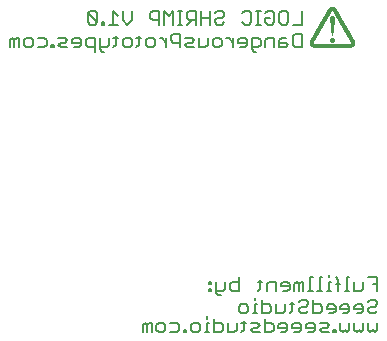
<source format=gbo>
G75*
G70*
%OFA0B0*%
%FSLAX24Y24*%
%IPPOS*%
%LPD*%
%AMOC8*
5,1,8,0,0,1.08239X$1,22.5*
%
%ADD10C,0.0050*%
%ADD11R,0.0006X0.0006*%
%ADD12R,0.0006X0.0006*%
%ADD13R,0.0006X0.0006*%
%ADD14R,0.0006X0.0006*%
D10*
X016629Y007222D02*
X016629Y007447D01*
X016704Y007522D01*
X016780Y007447D01*
X016780Y007222D01*
X016930Y007222D02*
X016930Y007522D01*
X016855Y007522D01*
X016780Y007447D01*
X017090Y007447D02*
X017165Y007522D01*
X017315Y007522D01*
X017390Y007447D01*
X017390Y007297D01*
X017315Y007222D01*
X017165Y007222D01*
X017090Y007297D01*
X017090Y007447D01*
X017550Y007522D02*
X017775Y007522D01*
X017850Y007447D01*
X017850Y007297D01*
X017775Y007222D01*
X017550Y007222D01*
X018005Y007222D02*
X018005Y007297D01*
X018081Y007297D01*
X018081Y007222D01*
X018005Y007222D01*
X018241Y007297D02*
X018241Y007447D01*
X018316Y007522D01*
X018466Y007522D01*
X018541Y007447D01*
X018541Y007297D01*
X018466Y007222D01*
X018316Y007222D01*
X018241Y007297D01*
X018698Y007222D02*
X018848Y007222D01*
X018773Y007222D02*
X018773Y007522D01*
X018848Y007522D01*
X019008Y007522D02*
X019233Y007522D01*
X019308Y007447D01*
X019308Y007297D01*
X019233Y007222D01*
X019008Y007222D01*
X019008Y007672D01*
X018773Y007672D02*
X018773Y007747D01*
X019468Y007522D02*
X019468Y007222D01*
X019693Y007222D01*
X019768Y007297D01*
X019768Y007522D01*
X019925Y007522D02*
X020075Y007522D01*
X020000Y007597D02*
X020000Y007297D01*
X019925Y007222D01*
X020235Y007297D02*
X020311Y007372D01*
X020461Y007372D01*
X020536Y007447D01*
X020461Y007522D01*
X020235Y007522D01*
X020235Y007297D02*
X020311Y007222D01*
X020536Y007222D01*
X020696Y007222D02*
X020921Y007222D01*
X020996Y007297D01*
X020996Y007447D01*
X020921Y007522D01*
X020696Y007522D01*
X020696Y007672D02*
X020696Y007222D01*
X021156Y007372D02*
X021456Y007372D01*
X021456Y007297D02*
X021456Y007447D01*
X021381Y007522D01*
X021231Y007522D01*
X021156Y007447D01*
X021156Y007372D01*
X021231Y007222D02*
X021381Y007222D01*
X021456Y007297D01*
X021617Y007372D02*
X021917Y007372D01*
X021917Y007297D02*
X021917Y007447D01*
X021842Y007522D01*
X021692Y007522D01*
X021617Y007447D01*
X021617Y007372D01*
X021692Y007222D02*
X021842Y007222D01*
X021917Y007297D01*
X022077Y007372D02*
X022377Y007372D01*
X022377Y007297D02*
X022377Y007447D01*
X022302Y007522D01*
X022152Y007522D01*
X022077Y007447D01*
X022077Y007372D01*
X022152Y007222D02*
X022302Y007222D01*
X022377Y007297D01*
X022537Y007297D02*
X022612Y007222D01*
X022837Y007222D01*
X022993Y007222D02*
X023068Y007222D01*
X023068Y007297D01*
X022993Y007297D01*
X022993Y007222D01*
X023228Y007297D02*
X023228Y007522D01*
X023228Y007297D02*
X023303Y007222D01*
X023378Y007297D01*
X023453Y007222D01*
X023528Y007297D01*
X023528Y007522D01*
X023688Y007522D02*
X023688Y007297D01*
X023763Y007222D01*
X023838Y007297D01*
X023913Y007222D01*
X023988Y007297D01*
X023988Y007522D01*
X024148Y007522D02*
X024148Y007297D01*
X024224Y007222D01*
X024299Y007297D01*
X024374Y007222D01*
X024449Y007297D01*
X024449Y007522D01*
X024374Y007847D02*
X024224Y007847D01*
X024148Y007922D01*
X024148Y007997D01*
X024224Y008072D01*
X024374Y008072D01*
X024449Y008147D01*
X024449Y008222D01*
X024374Y008297D01*
X024224Y008297D01*
X024148Y008222D01*
X023988Y008072D02*
X023913Y008147D01*
X023763Y008147D01*
X023688Y008072D01*
X023688Y007997D01*
X023988Y007997D01*
X023988Y007922D02*
X023988Y008072D01*
X023988Y007922D02*
X023913Y007847D01*
X023763Y007847D01*
X023528Y007922D02*
X023528Y008072D01*
X023453Y008147D01*
X023303Y008147D01*
X023228Y008072D01*
X023228Y007997D01*
X023528Y007997D01*
X023528Y007922D02*
X023453Y007847D01*
X023303Y007847D01*
X023068Y007922D02*
X023068Y008072D01*
X022993Y008147D01*
X022842Y008147D01*
X022767Y008072D01*
X022767Y007997D01*
X023068Y007997D01*
X023068Y007922D02*
X022993Y007847D01*
X022842Y007847D01*
X022607Y007922D02*
X022607Y008072D01*
X022532Y008147D01*
X022307Y008147D01*
X022307Y008297D02*
X022307Y007847D01*
X022532Y007847D01*
X022607Y007922D01*
X022147Y007922D02*
X022072Y007847D01*
X021922Y007847D01*
X021847Y007922D01*
X021847Y007997D01*
X021922Y008072D01*
X022072Y008072D01*
X022147Y008147D01*
X022147Y008222D01*
X022072Y008297D01*
X021922Y008297D01*
X021847Y008222D01*
X021687Y008147D02*
X021536Y008147D01*
X021612Y008222D02*
X021612Y007922D01*
X021536Y007847D01*
X021380Y007922D02*
X021305Y007847D01*
X021079Y007847D01*
X021079Y008147D01*
X020919Y008072D02*
X020919Y007922D01*
X020844Y007847D01*
X020619Y007847D01*
X020619Y008297D01*
X020619Y008147D02*
X020844Y008147D01*
X020919Y008072D01*
X020459Y008147D02*
X020384Y008147D01*
X020384Y007847D01*
X020459Y007847D02*
X020309Y007847D01*
X020152Y007922D02*
X020152Y008072D01*
X020077Y008147D01*
X019927Y008147D01*
X019852Y008072D01*
X019852Y007922D01*
X019927Y007847D01*
X020077Y007847D01*
X020152Y007922D01*
X020384Y008297D02*
X020384Y008372D01*
X020462Y008597D02*
X020537Y008672D01*
X020537Y008972D01*
X020612Y008897D02*
X020462Y008897D01*
X020773Y008822D02*
X020773Y008597D01*
X020773Y008822D02*
X020848Y008897D01*
X021073Y008897D01*
X021073Y008597D01*
X021233Y008747D02*
X021533Y008747D01*
X021533Y008672D02*
X021533Y008822D01*
X021458Y008897D01*
X021308Y008897D01*
X021233Y008822D01*
X021233Y008747D01*
X021308Y008597D02*
X021458Y008597D01*
X021533Y008672D01*
X021693Y008597D02*
X021693Y008822D01*
X021768Y008897D01*
X021843Y008822D01*
X021843Y008597D01*
X021994Y008597D02*
X021994Y008897D01*
X021919Y008897D01*
X021843Y008822D01*
X022150Y008597D02*
X022300Y008597D01*
X022225Y008597D02*
X022225Y009047D01*
X022300Y009047D01*
X022532Y009047D02*
X022532Y008597D01*
X022607Y008597D02*
X022457Y008597D01*
X022764Y008597D02*
X022914Y008597D01*
X022839Y008597D02*
X022839Y008897D01*
X022914Y008897D01*
X022839Y009047D02*
X022839Y009122D01*
X022607Y009047D02*
X022532Y009047D01*
X023071Y009047D02*
X023146Y008972D01*
X023146Y008597D01*
X023378Y008597D02*
X023528Y008597D01*
X023453Y008597D02*
X023453Y009047D01*
X023528Y009047D01*
X023688Y008897D02*
X023688Y008597D01*
X023913Y008597D01*
X023988Y008672D01*
X023988Y008897D01*
X024148Y009047D02*
X024449Y009047D01*
X024449Y008597D01*
X024449Y008822D02*
X024299Y008822D01*
X023221Y008822D02*
X023071Y008822D01*
X021380Y008147D02*
X021380Y007922D01*
X022537Y007522D02*
X022762Y007522D01*
X022837Y007447D01*
X022762Y007372D01*
X022612Y007372D01*
X022537Y007297D01*
X024374Y007847D02*
X024449Y007922D01*
X019845Y008597D02*
X019620Y008597D01*
X019545Y008672D01*
X019545Y008822D01*
X019620Y008897D01*
X019845Y008897D01*
X019845Y009047D02*
X019845Y008597D01*
X019385Y008672D02*
X019385Y008897D01*
X019385Y008672D02*
X019310Y008597D01*
X019085Y008597D01*
X019085Y008522D02*
X019160Y008447D01*
X019235Y008447D01*
X019085Y008522D02*
X019085Y008897D01*
X018925Y008897D02*
X018925Y008822D01*
X018849Y008822D01*
X018849Y008897D01*
X018925Y008897D01*
X018925Y008672D02*
X018925Y008597D01*
X018849Y008597D01*
X018849Y008672D01*
X018925Y008672D01*
X020342Y016572D02*
X020267Y016647D01*
X020267Y017022D01*
X020493Y017022D01*
X020568Y016947D01*
X020568Y016797D01*
X020493Y016722D01*
X020267Y016722D01*
X020342Y016572D02*
X020418Y016572D01*
X020728Y016722D02*
X020728Y016947D01*
X020803Y017022D01*
X021028Y017022D01*
X021028Y016722D01*
X021188Y016722D02*
X021413Y016722D01*
X021488Y016797D01*
X021413Y016872D01*
X021188Y016872D01*
X021188Y016947D02*
X021188Y016722D01*
X021188Y016947D02*
X021263Y017022D01*
X021413Y017022D01*
X021648Y017097D02*
X021724Y017172D01*
X021949Y017172D01*
X021949Y016722D01*
X021724Y016722D01*
X021648Y016797D01*
X021648Y017097D01*
X021648Y017472D02*
X021949Y017472D01*
X021949Y017922D01*
X021488Y017847D02*
X021488Y017547D01*
X021413Y017472D01*
X021263Y017472D01*
X021188Y017547D01*
X021188Y017847D01*
X021263Y017922D01*
X021413Y017922D01*
X021488Y017847D01*
X021028Y017847D02*
X021028Y017547D01*
X020953Y017472D01*
X020803Y017472D01*
X020728Y017547D01*
X020728Y017697D01*
X020878Y017697D01*
X021028Y017847D02*
X020953Y017922D01*
X020803Y017922D01*
X020728Y017847D01*
X020568Y017922D02*
X020418Y017922D01*
X020493Y017922D02*
X020493Y017472D01*
X020568Y017472D02*
X020418Y017472D01*
X020261Y017547D02*
X020186Y017472D01*
X020036Y017472D01*
X019961Y017547D01*
X020261Y017547D02*
X020261Y017847D01*
X020186Y017922D01*
X020036Y017922D01*
X019961Y017847D01*
X019340Y017847D02*
X019340Y017772D01*
X019265Y017697D01*
X019115Y017697D01*
X019040Y017622D01*
X019040Y017547D01*
X019115Y017472D01*
X019265Y017472D01*
X019340Y017547D01*
X018880Y017472D02*
X018880Y017922D01*
X019040Y017847D02*
X019115Y017922D01*
X019265Y017922D01*
X019340Y017847D01*
X018880Y017697D02*
X018579Y017697D01*
X018419Y017622D02*
X018194Y017622D01*
X018119Y017697D01*
X018119Y017847D01*
X018194Y017922D01*
X018419Y017922D01*
X018419Y017472D01*
X018579Y017472D02*
X018579Y017922D01*
X018269Y017622D02*
X018119Y017472D01*
X017959Y017472D02*
X017809Y017472D01*
X017884Y017472D02*
X017884Y017922D01*
X017959Y017922D02*
X017809Y017922D01*
X017652Y017922D02*
X017502Y017772D01*
X017352Y017922D01*
X017352Y017472D01*
X017192Y017472D02*
X017192Y017922D01*
X016967Y017922D01*
X016891Y017847D01*
X016891Y017697D01*
X016967Y017622D01*
X017192Y017622D01*
X017652Y017472D02*
X017652Y017922D01*
X017657Y017172D02*
X017582Y017097D01*
X017582Y016947D01*
X017657Y016872D01*
X017882Y016872D01*
X017882Y016722D02*
X017882Y017172D01*
X017657Y017172D01*
X017422Y017022D02*
X017422Y016722D01*
X017422Y016872D02*
X017272Y017022D01*
X017197Y017022D01*
X017038Y016947D02*
X017038Y016797D01*
X016963Y016722D01*
X016813Y016722D01*
X016738Y016797D01*
X016738Y016947D01*
X016813Y017022D01*
X016963Y017022D01*
X017038Y016947D01*
X016578Y017022D02*
X016428Y017022D01*
X016503Y017097D02*
X016503Y016797D01*
X016428Y016722D01*
X016271Y016797D02*
X016271Y016947D01*
X016196Y017022D01*
X016046Y017022D01*
X015971Y016947D01*
X015971Y016797D01*
X016046Y016722D01*
X016196Y016722D01*
X016271Y016797D01*
X015736Y016797D02*
X015661Y016722D01*
X015736Y016797D02*
X015736Y017097D01*
X015811Y017022D02*
X015661Y017022D01*
X015504Y017022D02*
X015504Y016797D01*
X015429Y016722D01*
X015204Y016722D01*
X015204Y016647D02*
X015279Y016572D01*
X015354Y016572D01*
X015204Y016647D02*
X015204Y017022D01*
X015043Y017022D02*
X014818Y017022D01*
X014743Y016947D01*
X014743Y016797D01*
X014818Y016722D01*
X015043Y016722D01*
X015043Y016572D02*
X015043Y017022D01*
X014583Y016947D02*
X014508Y017022D01*
X014358Y017022D01*
X014283Y016947D01*
X014283Y016872D01*
X014583Y016872D01*
X014583Y016797D02*
X014583Y016947D01*
X014583Y016797D02*
X014508Y016722D01*
X014358Y016722D01*
X014123Y016722D02*
X013898Y016722D01*
X013822Y016797D01*
X013898Y016872D01*
X014048Y016872D01*
X014123Y016947D01*
X014048Y017022D01*
X013822Y017022D01*
X013432Y016947D02*
X013432Y016797D01*
X013357Y016722D01*
X013132Y016722D01*
X012972Y016797D02*
X012972Y016947D01*
X012897Y017022D01*
X012747Y017022D01*
X012672Y016947D01*
X012672Y016797D01*
X012747Y016722D01*
X012897Y016722D01*
X012972Y016797D01*
X012511Y016722D02*
X012511Y017022D01*
X012436Y017022D01*
X012361Y016947D01*
X012286Y017022D01*
X012211Y016947D01*
X012211Y016722D01*
X012361Y016722D02*
X012361Y016947D01*
X013132Y017022D02*
X013357Y017022D01*
X013432Y016947D01*
X013587Y016797D02*
X013587Y016722D01*
X013662Y016722D01*
X013662Y016797D01*
X013587Y016797D01*
X014820Y017547D02*
X014895Y017472D01*
X015045Y017472D01*
X015120Y017547D01*
X014820Y017847D01*
X014820Y017547D01*
X015120Y017547D02*
X015120Y017847D01*
X015045Y017922D01*
X014895Y017922D01*
X014820Y017847D01*
X015275Y017547D02*
X015275Y017472D01*
X015350Y017472D01*
X015350Y017547D01*
X015275Y017547D01*
X015510Y017472D02*
X015811Y017472D01*
X015661Y017472D02*
X015661Y017922D01*
X015811Y017772D01*
X015971Y017622D02*
X015971Y017922D01*
X015971Y017622D02*
X016121Y017472D01*
X016271Y017622D01*
X016271Y017922D01*
X018042Y017022D02*
X018268Y017022D01*
X018343Y016947D01*
X018268Y016872D01*
X018117Y016872D01*
X018042Y016797D01*
X018117Y016722D01*
X018343Y016722D01*
X018503Y016722D02*
X018503Y017022D01*
X018803Y017022D02*
X018803Y016797D01*
X018728Y016722D01*
X018503Y016722D01*
X018963Y016797D02*
X018963Y016947D01*
X019038Y017022D01*
X019188Y017022D01*
X019263Y016947D01*
X019263Y016797D01*
X019188Y016722D01*
X019038Y016722D01*
X018963Y016797D01*
X019422Y017022D02*
X019497Y017022D01*
X019647Y016872D01*
X019647Y016722D02*
X019647Y017022D01*
X019807Y016947D02*
X019882Y017022D01*
X020032Y017022D01*
X020107Y016947D01*
X020107Y016797D01*
X020032Y016722D01*
X019882Y016722D01*
X019807Y016872D02*
X020107Y016872D01*
X019807Y016872D02*
X019807Y016947D01*
D11*
X022233Y016862D03*
X022245Y016862D03*
X022245Y016874D03*
X022245Y016880D03*
X022245Y016892D03*
X022263Y016892D03*
X022275Y016892D03*
X022275Y016904D03*
X022275Y016910D03*
X022275Y016922D03*
X022275Y016934D03*
X022275Y016940D03*
X022275Y016952D03*
X022293Y016952D03*
X022305Y016952D03*
X022305Y016964D03*
X022305Y016970D03*
X022305Y016982D03*
X022305Y016994D03*
X022305Y017000D03*
X022323Y017000D03*
X022323Y016994D03*
X022335Y016994D03*
X022335Y017000D03*
X022335Y017012D03*
X022335Y017024D03*
X022335Y017030D03*
X022335Y017042D03*
X022335Y017054D03*
X022335Y017060D03*
X022353Y017060D03*
X022353Y017054D03*
X022365Y017054D03*
X022365Y017060D03*
X022365Y017072D03*
X022365Y017084D03*
X022365Y017090D03*
X022365Y017102D03*
X022365Y017114D03*
X022383Y017114D03*
X022383Y017120D03*
X022395Y017120D03*
X022395Y017114D03*
X022395Y017102D03*
X022395Y017090D03*
X022395Y017084D03*
X022395Y017072D03*
X022395Y017060D03*
X022395Y017054D03*
X022395Y017042D03*
X022395Y017030D03*
X022395Y017024D03*
X022395Y017012D03*
X022395Y017000D03*
X022395Y016994D03*
X022395Y016982D03*
X022395Y016970D03*
X022395Y016964D03*
X022383Y016964D03*
X022383Y016970D03*
X022383Y016982D03*
X022383Y016994D03*
X022383Y017000D03*
X022383Y017012D03*
X022383Y017024D03*
X022383Y017030D03*
X022383Y017042D03*
X022383Y017054D03*
X022383Y017060D03*
X022383Y017072D03*
X022383Y017084D03*
X022383Y017090D03*
X022383Y017102D03*
X022413Y017102D03*
X022425Y017102D03*
X022425Y017114D03*
X022425Y017120D03*
X022425Y017132D03*
X022425Y017144D03*
X022425Y017150D03*
X022425Y017162D03*
X022425Y017174D03*
X022425Y017180D03*
X022425Y017192D03*
X022425Y017204D03*
X022425Y017210D03*
X022425Y017222D03*
X022443Y017222D03*
X022455Y017222D03*
X022455Y017234D03*
X022455Y017240D03*
X022455Y017252D03*
X022455Y017264D03*
X022455Y017270D03*
X022473Y017270D03*
X022473Y017264D03*
X022485Y017264D03*
X022485Y017270D03*
X022485Y017282D03*
X022485Y017294D03*
X022485Y017300D03*
X022485Y017312D03*
X022485Y017324D03*
X022503Y017324D03*
X022503Y017330D03*
X022515Y017330D03*
X022515Y017324D03*
X022515Y017312D03*
X022515Y017300D03*
X022515Y017294D03*
X022515Y017282D03*
X022515Y017270D03*
X022515Y017264D03*
X022515Y017252D03*
X022515Y017240D03*
X022515Y017234D03*
X022515Y017222D03*
X022515Y017210D03*
X022515Y017204D03*
X022515Y017192D03*
X022515Y017180D03*
X022515Y017174D03*
X022503Y017174D03*
X022503Y017180D03*
X022503Y017192D03*
X022503Y017204D03*
X022503Y017210D03*
X022503Y017222D03*
X022503Y017234D03*
X022503Y017240D03*
X022503Y017252D03*
X022503Y017264D03*
X022503Y017270D03*
X022503Y017282D03*
X022503Y017294D03*
X022503Y017300D03*
X022503Y017312D03*
X022533Y017312D03*
X022545Y017312D03*
X022545Y017324D03*
X022545Y017330D03*
X022545Y017342D03*
X022545Y017354D03*
X022545Y017360D03*
X022545Y017372D03*
X022545Y017384D03*
X022545Y017390D03*
X022545Y017402D03*
X022545Y017414D03*
X022545Y017420D03*
X022563Y017420D03*
X022563Y017414D03*
X022575Y017414D03*
X022575Y017420D03*
X022575Y017432D03*
X022575Y017444D03*
X022575Y017450D03*
X022575Y017462D03*
X022575Y017474D03*
X022593Y017474D03*
X022593Y017480D03*
X022605Y017480D03*
X022605Y017474D03*
X022605Y017462D03*
X022605Y017450D03*
X022605Y017444D03*
X022605Y017432D03*
X022605Y017420D03*
X022605Y017414D03*
X022605Y017402D03*
X022605Y017390D03*
X022605Y017384D03*
X022605Y017372D03*
X022605Y017360D03*
X022605Y017354D03*
X022605Y017342D03*
X022605Y017330D03*
X022605Y017324D03*
X022593Y017324D03*
X022593Y017330D03*
X022593Y017342D03*
X022593Y017354D03*
X022593Y017360D03*
X022593Y017372D03*
X022593Y017384D03*
X022593Y017390D03*
X022593Y017402D03*
X022593Y017414D03*
X022593Y017420D03*
X022593Y017432D03*
X022593Y017444D03*
X022593Y017450D03*
X022593Y017462D03*
X022623Y017462D03*
X022635Y017462D03*
X022635Y017474D03*
X022635Y017480D03*
X022635Y017492D03*
X022635Y017504D03*
X022635Y017510D03*
X022635Y017522D03*
X022635Y017534D03*
X022635Y017540D03*
X022635Y017552D03*
X022635Y017564D03*
X022635Y017570D03*
X022635Y017582D03*
X022653Y017582D03*
X022665Y017582D03*
X022665Y017594D03*
X022665Y017600D03*
X022665Y017612D03*
X022665Y017624D03*
X022665Y017630D03*
X022683Y017630D03*
X022683Y017624D03*
X022695Y017624D03*
X022695Y017630D03*
X022695Y017642D03*
X022695Y017654D03*
X022695Y017660D03*
X022695Y017672D03*
X022695Y017684D03*
X022713Y017684D03*
X022713Y017690D03*
X022725Y017690D03*
X022725Y017684D03*
X022725Y017672D03*
X022725Y017660D03*
X022725Y017654D03*
X022725Y017642D03*
X022725Y017630D03*
X022725Y017624D03*
X022725Y017612D03*
X022725Y017600D03*
X022725Y017594D03*
X022725Y017582D03*
X022725Y017570D03*
X022725Y017564D03*
X022725Y017552D03*
X022725Y017540D03*
X022725Y017534D03*
X022713Y017534D03*
X022713Y017540D03*
X022713Y017552D03*
X022713Y017564D03*
X022713Y017570D03*
X022713Y017582D03*
X022713Y017594D03*
X022713Y017600D03*
X022713Y017612D03*
X022713Y017624D03*
X022713Y017630D03*
X022713Y017642D03*
X022713Y017654D03*
X022713Y017660D03*
X022713Y017672D03*
X022743Y017672D03*
X022755Y017672D03*
X022755Y017684D03*
X022755Y017690D03*
X022755Y017702D03*
X022755Y017714D03*
X022755Y017720D03*
X022755Y017732D03*
X022755Y017744D03*
X022755Y017750D03*
X022755Y017762D03*
X022755Y017774D03*
X022755Y017780D03*
X022755Y017792D03*
X022773Y017792D03*
X022785Y017792D03*
X022785Y017804D03*
X022785Y017810D03*
X022785Y017822D03*
X022785Y017834D03*
X022785Y017840D03*
X022803Y017840D03*
X022803Y017834D03*
X022815Y017834D03*
X022815Y017840D03*
X022815Y017852D03*
X022815Y017864D03*
X022815Y017870D03*
X022815Y017882D03*
X022815Y017894D03*
X022833Y017894D03*
X022833Y017900D03*
X022845Y017900D03*
X022845Y017894D03*
X022845Y017882D03*
X022845Y017870D03*
X022845Y017864D03*
X022845Y017852D03*
X022845Y017840D03*
X022845Y017834D03*
X022845Y017822D03*
X022845Y017810D03*
X022845Y017804D03*
X022845Y017792D03*
X022845Y017780D03*
X022845Y017774D03*
X022845Y017762D03*
X022845Y017750D03*
X022845Y017744D03*
X022833Y017744D03*
X022833Y017750D03*
X022833Y017762D03*
X022833Y017774D03*
X022833Y017780D03*
X022833Y017792D03*
X022833Y017804D03*
X022833Y017810D03*
X022833Y017822D03*
X022833Y017834D03*
X022833Y017840D03*
X022833Y017852D03*
X022833Y017864D03*
X022833Y017870D03*
X022833Y017882D03*
X022863Y017882D03*
X022875Y017882D03*
X022875Y017894D03*
X022875Y017900D03*
X022875Y017912D03*
X022875Y017924D03*
X022875Y017930D03*
X022875Y017942D03*
X022875Y017954D03*
X022875Y017960D03*
X022875Y017972D03*
X022863Y017960D03*
X022863Y017954D03*
X022863Y017942D03*
X022863Y017930D03*
X022863Y017924D03*
X022863Y017912D03*
X022863Y017900D03*
X022863Y017894D03*
X022863Y017870D03*
X022863Y017864D03*
X022875Y017864D03*
X022875Y017870D03*
X022893Y017870D03*
X022893Y017864D03*
X022905Y017864D03*
X022905Y017870D03*
X022905Y017882D03*
X022905Y017894D03*
X022905Y017900D03*
X022905Y017912D03*
X022905Y017924D03*
X022905Y017930D03*
X022905Y017942D03*
X022905Y017954D03*
X022905Y017960D03*
X022905Y017972D03*
X022905Y017984D03*
X022905Y017990D03*
X022905Y018002D03*
X022893Y017990D03*
X022893Y017984D03*
X022893Y017972D03*
X022893Y017960D03*
X022893Y017954D03*
X022893Y017942D03*
X022893Y017930D03*
X022893Y017924D03*
X022893Y017912D03*
X022893Y017900D03*
X022893Y017894D03*
X022893Y017882D03*
X022923Y017882D03*
X022923Y017894D03*
X022923Y017900D03*
X022935Y017900D03*
X022935Y017894D03*
X022935Y017912D03*
X022935Y017924D03*
X022935Y017930D03*
X022935Y017942D03*
X022935Y017954D03*
X022935Y017960D03*
X022935Y017972D03*
X022935Y017984D03*
X022935Y017990D03*
X022935Y018002D03*
X022935Y018014D03*
X022935Y018020D03*
X022923Y018014D03*
X022923Y018002D03*
X022923Y017990D03*
X022923Y017984D03*
X022923Y017972D03*
X022923Y017960D03*
X022923Y017954D03*
X022923Y017942D03*
X022923Y017930D03*
X022923Y017924D03*
X022923Y017912D03*
X022953Y017924D03*
X022953Y017930D03*
X022965Y017930D03*
X022965Y017924D03*
X022983Y017924D03*
X022983Y017930D03*
X022995Y017930D03*
X022995Y017924D03*
X023013Y017924D03*
X023013Y017930D03*
X023025Y017930D03*
X023025Y017924D03*
X023025Y017912D03*
X023025Y017900D03*
X023025Y017894D03*
X023025Y017882D03*
X023043Y017882D03*
X023055Y017882D03*
X023055Y017894D03*
X023055Y017900D03*
X023055Y017912D03*
X023055Y017924D03*
X023055Y017930D03*
X023055Y017942D03*
X023055Y017954D03*
X023055Y017960D03*
X023055Y017972D03*
X023055Y017984D03*
X023055Y017990D03*
X023043Y017990D03*
X023043Y017984D03*
X023043Y017972D03*
X023043Y017960D03*
X023043Y017954D03*
X023043Y017942D03*
X023043Y017930D03*
X023043Y017924D03*
X023043Y017912D03*
X023043Y017900D03*
X023043Y017894D03*
X023043Y017870D03*
X023043Y017864D03*
X023055Y017864D03*
X023055Y017870D03*
X023073Y017870D03*
X023073Y017864D03*
X023085Y017864D03*
X023085Y017870D03*
X023085Y017882D03*
X023085Y017894D03*
X023085Y017900D03*
X023085Y017912D03*
X023085Y017924D03*
X023085Y017930D03*
X023085Y017942D03*
X023085Y017954D03*
X023085Y017960D03*
X023085Y017972D03*
X023073Y017972D03*
X023073Y017984D03*
X023073Y017960D03*
X023073Y017954D03*
X023073Y017942D03*
X023073Y017930D03*
X023073Y017924D03*
X023073Y017912D03*
X023073Y017900D03*
X023073Y017894D03*
X023073Y017882D03*
X023103Y017882D03*
X023115Y017882D03*
X023115Y017894D03*
X023115Y017900D03*
X023115Y017912D03*
X023115Y017924D03*
X023103Y017924D03*
X023103Y017930D03*
X023103Y017942D03*
X023103Y017912D03*
X023103Y017900D03*
X023103Y017894D03*
X023103Y017870D03*
X023103Y017864D03*
X023115Y017864D03*
X023115Y017870D03*
X023133Y017870D03*
X023133Y017864D03*
X023145Y017864D03*
X023145Y017870D03*
X023133Y017882D03*
X023133Y017894D03*
X023133Y017900D03*
X023133Y017852D03*
X023145Y017852D03*
X023145Y017840D03*
X023145Y017834D03*
X023145Y017822D03*
X023145Y017810D03*
X023145Y017804D03*
X023145Y017792D03*
X023145Y017780D03*
X023145Y017774D03*
X023145Y017762D03*
X023145Y017750D03*
X023145Y017744D03*
X023145Y017732D03*
X023145Y017720D03*
X023145Y017714D03*
X023145Y017702D03*
X023145Y017690D03*
X023145Y017684D03*
X023145Y017672D03*
X023163Y017672D03*
X023175Y017672D03*
X023175Y017684D03*
X023175Y017690D03*
X023175Y017702D03*
X023175Y017714D03*
X023175Y017720D03*
X023175Y017732D03*
X023175Y017744D03*
X023175Y017750D03*
X023175Y017762D03*
X023175Y017774D03*
X023175Y017780D03*
X023175Y017792D03*
X023175Y017804D03*
X023175Y017810D03*
X023175Y017822D03*
X023163Y017822D03*
X023163Y017834D03*
X023163Y017840D03*
X023163Y017810D03*
X023163Y017804D03*
X023163Y017792D03*
X023163Y017780D03*
X023163Y017774D03*
X023163Y017762D03*
X023163Y017750D03*
X023163Y017744D03*
X023163Y017732D03*
X023163Y017720D03*
X023163Y017714D03*
X023163Y017702D03*
X023163Y017690D03*
X023163Y017684D03*
X023163Y017660D03*
X023163Y017654D03*
X023175Y017654D03*
X023175Y017660D03*
X023193Y017660D03*
X023193Y017654D03*
X023205Y017654D03*
X023205Y017660D03*
X023205Y017672D03*
X023205Y017684D03*
X023205Y017690D03*
X023205Y017702D03*
X023205Y017714D03*
X023205Y017720D03*
X023205Y017732D03*
X023205Y017744D03*
X023205Y017750D03*
X023205Y017762D03*
X023205Y017774D03*
X023193Y017774D03*
X023193Y017780D03*
X023193Y017792D03*
X023193Y017762D03*
X023193Y017750D03*
X023193Y017744D03*
X023193Y017732D03*
X023193Y017720D03*
X023193Y017714D03*
X023193Y017702D03*
X023193Y017690D03*
X023193Y017684D03*
X023193Y017672D03*
X023223Y017672D03*
X023235Y017672D03*
X023235Y017684D03*
X023235Y017690D03*
X023235Y017702D03*
X023235Y017714D03*
X023235Y017720D03*
X023223Y017720D03*
X023223Y017714D03*
X023223Y017702D03*
X023223Y017690D03*
X023223Y017684D03*
X023223Y017660D03*
X023223Y017654D03*
X023235Y017654D03*
X023235Y017660D03*
X023253Y017660D03*
X023253Y017654D03*
X023265Y017654D03*
X023265Y017660D03*
X023253Y017672D03*
X023253Y017684D03*
X023253Y017690D03*
X023253Y017642D03*
X023265Y017642D03*
X023265Y017630D03*
X023265Y017624D03*
X023265Y017612D03*
X023265Y017600D03*
X023265Y017594D03*
X023265Y017582D03*
X023265Y017570D03*
X023265Y017564D03*
X023265Y017552D03*
X023265Y017540D03*
X023265Y017534D03*
X023265Y017522D03*
X023265Y017510D03*
X023265Y017504D03*
X023265Y017492D03*
X023265Y017480D03*
X023265Y017474D03*
X023265Y017462D03*
X023283Y017462D03*
X023295Y017462D03*
X023295Y017474D03*
X023295Y017480D03*
X023295Y017492D03*
X023295Y017504D03*
X023295Y017510D03*
X023295Y017522D03*
X023295Y017534D03*
X023295Y017540D03*
X023295Y017552D03*
X023295Y017564D03*
X023295Y017570D03*
X023295Y017582D03*
X023295Y017594D03*
X023295Y017600D03*
X023295Y017612D03*
X023283Y017612D03*
X023283Y017624D03*
X023283Y017630D03*
X023283Y017600D03*
X023283Y017594D03*
X023283Y017582D03*
X023283Y017570D03*
X023283Y017564D03*
X023283Y017552D03*
X023283Y017540D03*
X023283Y017534D03*
X023283Y017522D03*
X023283Y017510D03*
X023283Y017504D03*
X023283Y017492D03*
X023283Y017480D03*
X023283Y017474D03*
X023283Y017450D03*
X023283Y017444D03*
X023295Y017444D03*
X023295Y017450D03*
X023313Y017450D03*
X023313Y017444D03*
X023325Y017444D03*
X023325Y017450D03*
X023325Y017462D03*
X023325Y017474D03*
X023325Y017480D03*
X023325Y017492D03*
X023325Y017504D03*
X023325Y017510D03*
X023325Y017522D03*
X023325Y017534D03*
X023325Y017540D03*
X023325Y017552D03*
X023325Y017564D03*
X023313Y017564D03*
X023313Y017570D03*
X023313Y017582D03*
X023313Y017552D03*
X023313Y017540D03*
X023313Y017534D03*
X023313Y017522D03*
X023313Y017510D03*
X023313Y017504D03*
X023313Y017492D03*
X023313Y017480D03*
X023313Y017474D03*
X023313Y017462D03*
X023343Y017462D03*
X023355Y017462D03*
X023355Y017474D03*
X023355Y017480D03*
X023355Y017492D03*
X023355Y017504D03*
X023355Y017510D03*
X023343Y017510D03*
X023343Y017504D03*
X023343Y017492D03*
X023343Y017480D03*
X023343Y017474D03*
X023343Y017450D03*
X023343Y017444D03*
X023355Y017444D03*
X023355Y017450D03*
X023373Y017450D03*
X023373Y017444D03*
X023385Y017444D03*
X023385Y017450D03*
X023385Y017462D03*
X023373Y017462D03*
X023373Y017474D03*
X023373Y017480D03*
X023373Y017432D03*
X023385Y017432D03*
X023385Y017420D03*
X023385Y017414D03*
X023385Y017402D03*
X023385Y017390D03*
X023385Y017384D03*
X023385Y017372D03*
X023385Y017360D03*
X023385Y017354D03*
X023385Y017342D03*
X023385Y017330D03*
X023385Y017324D03*
X023385Y017312D03*
X023385Y017300D03*
X023385Y017294D03*
X023385Y017282D03*
X023385Y017270D03*
X023385Y017264D03*
X023385Y017252D03*
X023403Y017252D03*
X023415Y017252D03*
X023415Y017264D03*
X023415Y017270D03*
X023415Y017282D03*
X023415Y017294D03*
X023415Y017300D03*
X023415Y017312D03*
X023415Y017324D03*
X023415Y017330D03*
X023415Y017342D03*
X023415Y017354D03*
X023415Y017360D03*
X023415Y017372D03*
X023415Y017384D03*
X023415Y017390D03*
X023415Y017402D03*
X023403Y017402D03*
X023403Y017414D03*
X023403Y017420D03*
X023403Y017390D03*
X023403Y017384D03*
X023403Y017372D03*
X023403Y017360D03*
X023403Y017354D03*
X023403Y017342D03*
X023403Y017330D03*
X023403Y017324D03*
X023403Y017312D03*
X023403Y017300D03*
X023403Y017294D03*
X023403Y017282D03*
X023403Y017270D03*
X023403Y017264D03*
X023403Y017240D03*
X023403Y017234D03*
X023415Y017234D03*
X023415Y017240D03*
X023433Y017240D03*
X023433Y017234D03*
X023445Y017234D03*
X023445Y017240D03*
X023445Y017252D03*
X023445Y017264D03*
X023445Y017270D03*
X023445Y017282D03*
X023445Y017294D03*
X023445Y017300D03*
X023445Y017312D03*
X023445Y017324D03*
X023445Y017330D03*
X023445Y017342D03*
X023445Y017354D03*
X023445Y017360D03*
X023433Y017360D03*
X023433Y017354D03*
X023433Y017342D03*
X023433Y017330D03*
X023433Y017324D03*
X023433Y017312D03*
X023433Y017300D03*
X023433Y017294D03*
X023433Y017282D03*
X023433Y017270D03*
X023433Y017264D03*
X023433Y017252D03*
X023463Y017252D03*
X023475Y017252D03*
X023475Y017264D03*
X023475Y017270D03*
X023475Y017282D03*
X023475Y017294D03*
X023475Y017300D03*
X023463Y017300D03*
X023463Y017294D03*
X023463Y017282D03*
X023463Y017270D03*
X023463Y017264D03*
X023463Y017240D03*
X023463Y017234D03*
X023475Y017234D03*
X023475Y017240D03*
X023493Y017240D03*
X023493Y017234D03*
X023505Y017234D03*
X023505Y017240D03*
X023505Y017252D03*
X023493Y017252D03*
X023493Y017264D03*
X023493Y017270D03*
X023493Y017222D03*
X023505Y017222D03*
X023505Y017210D03*
X023505Y017204D03*
X023505Y017192D03*
X023505Y017180D03*
X023505Y017174D03*
X023505Y017162D03*
X023505Y017150D03*
X023505Y017144D03*
X023505Y017132D03*
X023505Y017120D03*
X023505Y017114D03*
X023505Y017102D03*
X023505Y017090D03*
X023505Y017084D03*
X023505Y017072D03*
X023505Y017060D03*
X023505Y017054D03*
X023523Y017054D03*
X023523Y017060D03*
X023535Y017060D03*
X023535Y017054D03*
X023535Y017042D03*
X023535Y017030D03*
X023535Y017024D03*
X023535Y017012D03*
X023535Y017000D03*
X023535Y016994D03*
X023553Y016994D03*
X023553Y017000D03*
X023565Y017000D03*
X023565Y016994D03*
X023565Y016982D03*
X023565Y016970D03*
X023565Y016964D03*
X023565Y016952D03*
X023553Y016964D03*
X023553Y016970D03*
X023553Y016982D03*
X023583Y016982D03*
X023595Y016982D03*
X023595Y016994D03*
X023595Y017000D03*
X023595Y017012D03*
X023595Y017024D03*
X023595Y017030D03*
X023595Y017042D03*
X023595Y017054D03*
X023595Y017060D03*
X023595Y017072D03*
X023595Y017084D03*
X023595Y017090D03*
X023583Y017090D03*
X023583Y017084D03*
X023583Y017072D03*
X023583Y017060D03*
X023583Y017054D03*
X023583Y017042D03*
X023583Y017030D03*
X023583Y017024D03*
X023583Y017012D03*
X023583Y017000D03*
X023583Y016994D03*
X023583Y016970D03*
X023583Y016964D03*
X023595Y016964D03*
X023595Y016970D03*
X023613Y016970D03*
X023613Y016964D03*
X023625Y016964D03*
X023625Y016970D03*
X023625Y016982D03*
X023625Y016994D03*
X023625Y017000D03*
X023625Y017012D03*
X023625Y017024D03*
X023625Y017030D03*
X023625Y017042D03*
X023613Y017042D03*
X023613Y017054D03*
X023613Y017060D03*
X023613Y017030D03*
X023613Y017024D03*
X023613Y017012D03*
X023613Y017000D03*
X023613Y016994D03*
X023613Y016982D03*
X023643Y016982D03*
X023655Y016982D03*
X023655Y016970D03*
X023655Y016964D03*
X023655Y016952D03*
X023655Y016940D03*
X023655Y016934D03*
X023655Y016922D03*
X023655Y016910D03*
X023655Y016904D03*
X023655Y016892D03*
X023655Y016880D03*
X023655Y016874D03*
X023655Y016862D03*
X023655Y016850D03*
X023655Y016844D03*
X023655Y016832D03*
X023655Y016820D03*
X023655Y016814D03*
X023655Y016802D03*
X023655Y016790D03*
X023655Y016784D03*
X023655Y016772D03*
X023655Y016760D03*
X023655Y016754D03*
X023655Y016742D03*
X023655Y016730D03*
X023655Y016724D03*
X023643Y016724D03*
X023643Y016730D03*
X023643Y016742D03*
X023643Y016754D03*
X023643Y016760D03*
X023643Y016772D03*
X023643Y016784D03*
X023643Y016790D03*
X023643Y016802D03*
X023643Y016814D03*
X023643Y016820D03*
X023643Y016832D03*
X023643Y016844D03*
X023643Y016850D03*
X023643Y016862D03*
X023643Y016874D03*
X023643Y016880D03*
X023643Y016892D03*
X023643Y016904D03*
X023643Y016910D03*
X023643Y016922D03*
X023643Y016934D03*
X023643Y016940D03*
X023643Y016952D03*
X023643Y016964D03*
X023643Y016970D03*
X023643Y016994D03*
X023643Y017000D03*
X023643Y017012D03*
X023625Y016952D03*
X023625Y016940D03*
X023625Y016934D03*
X023625Y016922D03*
X023625Y016910D03*
X023625Y016904D03*
X023625Y016892D03*
X023625Y016880D03*
X023625Y016874D03*
X023625Y016862D03*
X023625Y016850D03*
X023625Y016844D03*
X023625Y016832D03*
X023625Y016820D03*
X023625Y016814D03*
X023625Y016802D03*
X023625Y016790D03*
X023625Y016784D03*
X023625Y016772D03*
X023625Y016760D03*
X023625Y016754D03*
X023625Y016742D03*
X023625Y016730D03*
X023625Y016724D03*
X023625Y016712D03*
X023613Y016712D03*
X023613Y016724D03*
X023613Y016730D03*
X023613Y016742D03*
X023613Y016754D03*
X023613Y016760D03*
X023613Y016772D03*
X023613Y016784D03*
X023613Y016790D03*
X023613Y016802D03*
X023613Y016814D03*
X023613Y016820D03*
X023595Y016802D03*
X023595Y016790D03*
X023595Y016784D03*
X023595Y016772D03*
X023595Y016760D03*
X023595Y016754D03*
X023595Y016742D03*
X023595Y016730D03*
X023595Y016724D03*
X023595Y016712D03*
X023583Y016712D03*
X023583Y016724D03*
X023583Y016730D03*
X023583Y016742D03*
X023583Y016754D03*
X023583Y016760D03*
X023583Y016772D03*
X023583Y016784D03*
X023583Y016790D03*
X023583Y016802D03*
X023565Y016802D03*
X023565Y016790D03*
X023565Y016784D03*
X023565Y016772D03*
X023565Y016760D03*
X023565Y016754D03*
X023565Y016742D03*
X023565Y016730D03*
X023565Y016724D03*
X023565Y016712D03*
X023553Y016712D03*
X023553Y016724D03*
X023553Y016730D03*
X023553Y016742D03*
X023553Y016754D03*
X023553Y016760D03*
X023553Y016772D03*
X023553Y016784D03*
X023553Y016790D03*
X023553Y016802D03*
X023535Y016802D03*
X023535Y016790D03*
X023535Y016784D03*
X023535Y016772D03*
X023535Y016760D03*
X023535Y016754D03*
X023535Y016742D03*
X023535Y016730D03*
X023535Y016724D03*
X023535Y016712D03*
X023535Y016700D03*
X023523Y016700D03*
X023523Y016712D03*
X023523Y016724D03*
X023523Y016730D03*
X023523Y016742D03*
X023523Y016754D03*
X023523Y016760D03*
X023523Y016772D03*
X023523Y016784D03*
X023523Y016790D03*
X023523Y016802D03*
X023505Y016802D03*
X023505Y016790D03*
X023505Y016784D03*
X023505Y016772D03*
X023505Y016760D03*
X023505Y016754D03*
X023505Y016742D03*
X023505Y016730D03*
X023505Y016724D03*
X023505Y016712D03*
X023493Y016712D03*
X023493Y016724D03*
X023493Y016730D03*
X023493Y016742D03*
X023493Y016754D03*
X023493Y016760D03*
X023493Y016772D03*
X023493Y016784D03*
X023493Y016790D03*
X023493Y016802D03*
X023475Y016802D03*
X023475Y016790D03*
X023475Y016784D03*
X023475Y016772D03*
X023475Y016760D03*
X023475Y016754D03*
X023475Y016742D03*
X023475Y016730D03*
X023475Y016724D03*
X023475Y016712D03*
X023475Y016700D03*
X023463Y016700D03*
X023463Y016712D03*
X023463Y016724D03*
X023463Y016730D03*
X023463Y016742D03*
X023463Y016754D03*
X023463Y016760D03*
X023463Y016772D03*
X023463Y016784D03*
X023463Y016790D03*
X023463Y016802D03*
X023445Y016802D03*
X023445Y016790D03*
X023445Y016784D03*
X023445Y016772D03*
X023445Y016760D03*
X023445Y016754D03*
X023445Y016742D03*
X023445Y016730D03*
X023445Y016724D03*
X023445Y016712D03*
X023433Y016712D03*
X023433Y016724D03*
X023433Y016730D03*
X023433Y016742D03*
X023433Y016754D03*
X023433Y016760D03*
X023433Y016772D03*
X023433Y016784D03*
X023433Y016790D03*
X023433Y016802D03*
X023415Y016802D03*
X023415Y016790D03*
X023415Y016784D03*
X023415Y016772D03*
X023415Y016760D03*
X023415Y016754D03*
X023415Y016742D03*
X023415Y016730D03*
X023415Y016724D03*
X023415Y016712D03*
X023415Y016700D03*
X023403Y016700D03*
X023403Y016712D03*
X023403Y016724D03*
X023403Y016730D03*
X023403Y016742D03*
X023403Y016754D03*
X023403Y016760D03*
X023403Y016772D03*
X023403Y016784D03*
X023403Y016790D03*
X023403Y016802D03*
X023385Y016802D03*
X023385Y016790D03*
X023385Y016784D03*
X023385Y016772D03*
X023385Y016760D03*
X023385Y016754D03*
X023385Y016742D03*
X023385Y016730D03*
X023385Y016724D03*
X023385Y016712D03*
X023373Y016712D03*
X023373Y016724D03*
X023373Y016730D03*
X023373Y016742D03*
X023373Y016754D03*
X023373Y016760D03*
X023373Y016772D03*
X023373Y016784D03*
X023373Y016790D03*
X023373Y016802D03*
X023355Y016802D03*
X023355Y016790D03*
X023355Y016784D03*
X023355Y016772D03*
X023355Y016760D03*
X023355Y016754D03*
X023355Y016742D03*
X023355Y016730D03*
X023355Y016724D03*
X023355Y016712D03*
X023355Y016700D03*
X023343Y016700D03*
X023343Y016712D03*
X023343Y016724D03*
X023343Y016730D03*
X023343Y016742D03*
X023343Y016754D03*
X023343Y016760D03*
X023343Y016772D03*
X023343Y016784D03*
X023343Y016790D03*
X023343Y016802D03*
X023325Y016802D03*
X023325Y016790D03*
X023325Y016784D03*
X023325Y016772D03*
X023325Y016760D03*
X023325Y016754D03*
X023325Y016742D03*
X023325Y016730D03*
X023325Y016724D03*
X023325Y016712D03*
X023313Y016712D03*
X023313Y016724D03*
X023313Y016730D03*
X023313Y016742D03*
X023313Y016754D03*
X023313Y016760D03*
X023313Y016772D03*
X023313Y016784D03*
X023313Y016790D03*
X023313Y016802D03*
X023295Y016802D03*
X023295Y016790D03*
X023295Y016784D03*
X023295Y016772D03*
X023295Y016760D03*
X023295Y016754D03*
X023295Y016742D03*
X023295Y016730D03*
X023295Y016724D03*
X023295Y016712D03*
X023295Y016700D03*
X023283Y016700D03*
X023283Y016712D03*
X023283Y016724D03*
X023283Y016730D03*
X023283Y016742D03*
X023283Y016754D03*
X023283Y016760D03*
X023283Y016772D03*
X023283Y016784D03*
X023283Y016790D03*
X023283Y016802D03*
X023265Y016802D03*
X023265Y016790D03*
X023265Y016784D03*
X023265Y016772D03*
X023265Y016760D03*
X023265Y016754D03*
X023265Y016742D03*
X023265Y016730D03*
X023265Y016724D03*
X023265Y016712D03*
X023253Y016712D03*
X023253Y016724D03*
X023253Y016730D03*
X023253Y016742D03*
X023253Y016754D03*
X023253Y016760D03*
X023253Y016772D03*
X023253Y016784D03*
X023253Y016790D03*
X023253Y016802D03*
X023235Y016802D03*
X023235Y016790D03*
X023235Y016784D03*
X023235Y016772D03*
X023235Y016760D03*
X023235Y016754D03*
X023235Y016742D03*
X023235Y016730D03*
X023235Y016724D03*
X023235Y016712D03*
X023235Y016700D03*
X023223Y016700D03*
X023223Y016712D03*
X023223Y016724D03*
X023223Y016730D03*
X023223Y016742D03*
X023223Y016754D03*
X023223Y016760D03*
X023223Y016772D03*
X023223Y016784D03*
X023223Y016790D03*
X023223Y016802D03*
X023205Y016802D03*
X023205Y016790D03*
X023205Y016784D03*
X023205Y016772D03*
X023205Y016760D03*
X023205Y016754D03*
X023205Y016742D03*
X023205Y016730D03*
X023205Y016724D03*
X023205Y016712D03*
X023193Y016712D03*
X023193Y016724D03*
X023193Y016730D03*
X023193Y016742D03*
X023193Y016754D03*
X023193Y016760D03*
X023193Y016772D03*
X023193Y016784D03*
X023193Y016790D03*
X023193Y016802D03*
X023175Y016802D03*
X023175Y016790D03*
X023175Y016784D03*
X023175Y016772D03*
X023175Y016760D03*
X023175Y016754D03*
X023175Y016742D03*
X023175Y016730D03*
X023175Y016724D03*
X023175Y016712D03*
X023175Y016700D03*
X023163Y016700D03*
X023163Y016712D03*
X023163Y016724D03*
X023163Y016730D03*
X023163Y016742D03*
X023163Y016754D03*
X023163Y016760D03*
X023163Y016772D03*
X023163Y016784D03*
X023163Y016790D03*
X023163Y016802D03*
X023145Y016802D03*
X023145Y016790D03*
X023145Y016784D03*
X023145Y016772D03*
X023145Y016760D03*
X023145Y016754D03*
X023145Y016742D03*
X023145Y016730D03*
X023145Y016724D03*
X023145Y016712D03*
X023133Y016712D03*
X023133Y016724D03*
X023133Y016730D03*
X023133Y016742D03*
X023133Y016754D03*
X023133Y016760D03*
X023133Y016772D03*
X023133Y016784D03*
X023133Y016790D03*
X023133Y016802D03*
X023115Y016802D03*
X023115Y016790D03*
X023115Y016784D03*
X023115Y016772D03*
X023115Y016760D03*
X023115Y016754D03*
X023115Y016742D03*
X023115Y016730D03*
X023115Y016724D03*
X023115Y016712D03*
X023115Y016700D03*
X023103Y016700D03*
X023103Y016712D03*
X023103Y016724D03*
X023103Y016730D03*
X023103Y016742D03*
X023103Y016754D03*
X023103Y016760D03*
X023103Y016772D03*
X023103Y016784D03*
X023103Y016790D03*
X023103Y016802D03*
X023085Y016802D03*
X023085Y016790D03*
X023085Y016784D03*
X023085Y016772D03*
X023085Y016760D03*
X023085Y016754D03*
X023085Y016742D03*
X023085Y016730D03*
X023085Y016724D03*
X023085Y016712D03*
X023073Y016712D03*
X023073Y016724D03*
X023073Y016730D03*
X023073Y016742D03*
X023073Y016754D03*
X023073Y016760D03*
X023073Y016772D03*
X023073Y016784D03*
X023073Y016790D03*
X023073Y016802D03*
X023055Y016802D03*
X023055Y016790D03*
X023055Y016784D03*
X023055Y016772D03*
X023055Y016760D03*
X023055Y016754D03*
X023055Y016742D03*
X023055Y016730D03*
X023055Y016724D03*
X023055Y016712D03*
X023055Y016700D03*
X023043Y016700D03*
X023043Y016712D03*
X023043Y016724D03*
X023043Y016730D03*
X023043Y016742D03*
X023043Y016754D03*
X023043Y016760D03*
X023043Y016772D03*
X023043Y016784D03*
X023043Y016790D03*
X023043Y016802D03*
X023025Y016802D03*
X023025Y016790D03*
X023025Y016784D03*
X023025Y016772D03*
X023025Y016760D03*
X023025Y016754D03*
X023025Y016742D03*
X023025Y016730D03*
X023025Y016724D03*
X023025Y016712D03*
X023013Y016712D03*
X023013Y016724D03*
X023013Y016730D03*
X023013Y016742D03*
X023013Y016754D03*
X023013Y016760D03*
X023013Y016772D03*
X023013Y016784D03*
X023013Y016790D03*
X023013Y016802D03*
X022995Y016802D03*
X022995Y016790D03*
X022995Y016784D03*
X022995Y016772D03*
X022995Y016760D03*
X022995Y016754D03*
X022995Y016742D03*
X022995Y016730D03*
X022995Y016724D03*
X022995Y016712D03*
X022995Y016700D03*
X022983Y016700D03*
X022983Y016712D03*
X022983Y016724D03*
X022983Y016730D03*
X022983Y016742D03*
X022983Y016754D03*
X022983Y016760D03*
X022983Y016772D03*
X022983Y016784D03*
X022983Y016790D03*
X022983Y016802D03*
X022965Y016802D03*
X022965Y016790D03*
X022965Y016784D03*
X022965Y016772D03*
X022965Y016760D03*
X022965Y016754D03*
X022965Y016742D03*
X022965Y016730D03*
X022965Y016724D03*
X022965Y016712D03*
X022953Y016712D03*
X022953Y016724D03*
X022953Y016730D03*
X022953Y016742D03*
X022953Y016754D03*
X022953Y016760D03*
X022953Y016772D03*
X022953Y016784D03*
X022953Y016790D03*
X022953Y016802D03*
X022935Y016802D03*
X022935Y016790D03*
X022935Y016784D03*
X022935Y016772D03*
X022935Y016760D03*
X022935Y016754D03*
X022935Y016742D03*
X022935Y016730D03*
X022935Y016724D03*
X022935Y016712D03*
X022935Y016700D03*
X022923Y016700D03*
X022923Y016712D03*
X022923Y016724D03*
X022923Y016730D03*
X022923Y016742D03*
X022923Y016754D03*
X022923Y016760D03*
X022923Y016772D03*
X022923Y016784D03*
X022923Y016790D03*
X022923Y016802D03*
X022905Y016802D03*
X022905Y016790D03*
X022905Y016784D03*
X022905Y016772D03*
X022905Y016760D03*
X022905Y016754D03*
X022905Y016742D03*
X022905Y016730D03*
X022905Y016724D03*
X022905Y016712D03*
X022893Y016712D03*
X022893Y016724D03*
X022893Y016730D03*
X022893Y016742D03*
X022893Y016754D03*
X022893Y016760D03*
X022893Y016772D03*
X022893Y016784D03*
X022893Y016790D03*
X022893Y016802D03*
X022875Y016802D03*
X022875Y016790D03*
X022875Y016784D03*
X022875Y016772D03*
X022875Y016760D03*
X022875Y016754D03*
X022875Y016742D03*
X022875Y016730D03*
X022875Y016724D03*
X022875Y016712D03*
X022875Y016700D03*
X022863Y016700D03*
X022863Y016712D03*
X022863Y016724D03*
X022863Y016730D03*
X022863Y016742D03*
X022863Y016754D03*
X022863Y016760D03*
X022863Y016772D03*
X022863Y016784D03*
X022863Y016790D03*
X022863Y016802D03*
X022845Y016802D03*
X022845Y016790D03*
X022845Y016784D03*
X022845Y016772D03*
X022845Y016760D03*
X022845Y016754D03*
X022845Y016742D03*
X022845Y016730D03*
X022845Y016724D03*
X022845Y016712D03*
X022833Y016712D03*
X022833Y016724D03*
X022833Y016730D03*
X022833Y016742D03*
X022833Y016754D03*
X022833Y016760D03*
X022833Y016772D03*
X022833Y016784D03*
X022833Y016790D03*
X022833Y016802D03*
X022815Y016802D03*
X022815Y016790D03*
X022815Y016784D03*
X022815Y016772D03*
X022815Y016760D03*
X022815Y016754D03*
X022815Y016742D03*
X022815Y016730D03*
X022815Y016724D03*
X022815Y016712D03*
X022815Y016700D03*
X022803Y016700D03*
X022803Y016712D03*
X022803Y016724D03*
X022803Y016730D03*
X022803Y016742D03*
X022803Y016754D03*
X022803Y016760D03*
X022803Y016772D03*
X022803Y016784D03*
X022803Y016790D03*
X022803Y016802D03*
X022785Y016802D03*
X022785Y016790D03*
X022785Y016784D03*
X022785Y016772D03*
X022785Y016760D03*
X022785Y016754D03*
X022785Y016742D03*
X022785Y016730D03*
X022785Y016724D03*
X022785Y016712D03*
X022773Y016712D03*
X022773Y016724D03*
X022773Y016730D03*
X022773Y016742D03*
X022773Y016754D03*
X022773Y016760D03*
X022773Y016772D03*
X022773Y016784D03*
X022773Y016790D03*
X022773Y016802D03*
X022755Y016802D03*
X022755Y016790D03*
X022755Y016784D03*
X022755Y016772D03*
X022755Y016760D03*
X022755Y016754D03*
X022755Y016742D03*
X022755Y016730D03*
X022755Y016724D03*
X022755Y016712D03*
X022755Y016700D03*
X022743Y016700D03*
X022743Y016712D03*
X022743Y016724D03*
X022743Y016730D03*
X022743Y016742D03*
X022743Y016754D03*
X022743Y016760D03*
X022743Y016772D03*
X022743Y016784D03*
X022743Y016790D03*
X022743Y016802D03*
X022725Y016802D03*
X022725Y016790D03*
X022725Y016784D03*
X022725Y016772D03*
X022725Y016760D03*
X022725Y016754D03*
X022725Y016742D03*
X022725Y016730D03*
X022725Y016724D03*
X022725Y016712D03*
X022713Y016712D03*
X022713Y016724D03*
X022713Y016730D03*
X022713Y016742D03*
X022713Y016754D03*
X022713Y016760D03*
X022713Y016772D03*
X022713Y016784D03*
X022713Y016790D03*
X022713Y016802D03*
X022695Y016802D03*
X022695Y016790D03*
X022695Y016784D03*
X022695Y016772D03*
X022695Y016760D03*
X022695Y016754D03*
X022695Y016742D03*
X022695Y016730D03*
X022695Y016724D03*
X022695Y016712D03*
X022695Y016700D03*
X022683Y016700D03*
X022683Y016712D03*
X022683Y016724D03*
X022683Y016730D03*
X022683Y016742D03*
X022683Y016754D03*
X022683Y016760D03*
X022683Y016772D03*
X022683Y016784D03*
X022683Y016790D03*
X022683Y016802D03*
X022665Y016802D03*
X022665Y016790D03*
X022665Y016784D03*
X022665Y016772D03*
X022665Y016760D03*
X022665Y016754D03*
X022665Y016742D03*
X022665Y016730D03*
X022665Y016724D03*
X022665Y016712D03*
X022653Y016712D03*
X022653Y016724D03*
X022653Y016730D03*
X022653Y016742D03*
X022653Y016754D03*
X022653Y016760D03*
X022653Y016772D03*
X022653Y016784D03*
X022653Y016790D03*
X022653Y016802D03*
X022635Y016802D03*
X022635Y016790D03*
X022635Y016784D03*
X022635Y016772D03*
X022635Y016760D03*
X022635Y016754D03*
X022635Y016742D03*
X022635Y016730D03*
X022635Y016724D03*
X022635Y016712D03*
X022635Y016700D03*
X022623Y016700D03*
X022623Y016712D03*
X022623Y016724D03*
X022623Y016730D03*
X022623Y016742D03*
X022623Y016754D03*
X022623Y016760D03*
X022623Y016772D03*
X022623Y016784D03*
X022623Y016790D03*
X022623Y016802D03*
X022605Y016802D03*
X022605Y016790D03*
X022605Y016784D03*
X022605Y016772D03*
X022605Y016760D03*
X022605Y016754D03*
X022605Y016742D03*
X022605Y016730D03*
X022605Y016724D03*
X022605Y016712D03*
X022593Y016712D03*
X022593Y016724D03*
X022593Y016730D03*
X022593Y016742D03*
X022593Y016754D03*
X022593Y016760D03*
X022593Y016772D03*
X022593Y016784D03*
X022593Y016790D03*
X022593Y016802D03*
X022575Y016802D03*
X022575Y016790D03*
X022575Y016784D03*
X022575Y016772D03*
X022575Y016760D03*
X022575Y016754D03*
X022575Y016742D03*
X022575Y016730D03*
X022575Y016724D03*
X022575Y016712D03*
X022575Y016700D03*
X022563Y016700D03*
X022563Y016712D03*
X022563Y016724D03*
X022563Y016730D03*
X022563Y016742D03*
X022563Y016754D03*
X022563Y016760D03*
X022563Y016772D03*
X022563Y016784D03*
X022563Y016790D03*
X022563Y016802D03*
X022545Y016802D03*
X022545Y016790D03*
X022545Y016784D03*
X022545Y016772D03*
X022545Y016760D03*
X022545Y016754D03*
X022545Y016742D03*
X022545Y016730D03*
X022545Y016724D03*
X022545Y016712D03*
X022533Y016712D03*
X022533Y016724D03*
X022533Y016730D03*
X022533Y016742D03*
X022533Y016754D03*
X022533Y016760D03*
X022533Y016772D03*
X022533Y016784D03*
X022533Y016790D03*
X022533Y016802D03*
X022515Y016802D03*
X022515Y016790D03*
X022515Y016784D03*
X022515Y016772D03*
X022515Y016760D03*
X022515Y016754D03*
X022515Y016742D03*
X022515Y016730D03*
X022515Y016724D03*
X022515Y016712D03*
X022515Y016700D03*
X022503Y016700D03*
X022503Y016712D03*
X022503Y016724D03*
X022503Y016730D03*
X022503Y016742D03*
X022503Y016754D03*
X022503Y016760D03*
X022503Y016772D03*
X022503Y016784D03*
X022503Y016790D03*
X022503Y016802D03*
X022485Y016802D03*
X022485Y016790D03*
X022485Y016784D03*
X022485Y016772D03*
X022485Y016760D03*
X022485Y016754D03*
X022485Y016742D03*
X022485Y016730D03*
X022485Y016724D03*
X022485Y016712D03*
X022473Y016712D03*
X022473Y016724D03*
X022473Y016730D03*
X022473Y016742D03*
X022473Y016754D03*
X022473Y016760D03*
X022473Y016772D03*
X022473Y016784D03*
X022473Y016790D03*
X022473Y016802D03*
X022455Y016802D03*
X022455Y016790D03*
X022455Y016784D03*
X022455Y016772D03*
X022455Y016760D03*
X022455Y016754D03*
X022455Y016742D03*
X022455Y016730D03*
X022455Y016724D03*
X022455Y016712D03*
X022455Y016700D03*
X022443Y016700D03*
X022443Y016712D03*
X022443Y016724D03*
X022443Y016730D03*
X022443Y016742D03*
X022443Y016754D03*
X022443Y016760D03*
X022443Y016772D03*
X022443Y016784D03*
X022443Y016790D03*
X022443Y016802D03*
X022425Y016802D03*
X022425Y016790D03*
X022425Y016784D03*
X022425Y016772D03*
X022425Y016760D03*
X022425Y016754D03*
X022425Y016742D03*
X022425Y016730D03*
X022425Y016724D03*
X022425Y016712D03*
X022413Y016712D03*
X022413Y016724D03*
X022413Y016730D03*
X022413Y016742D03*
X022413Y016754D03*
X022413Y016760D03*
X022413Y016772D03*
X022413Y016784D03*
X022413Y016790D03*
X022413Y016802D03*
X022395Y016802D03*
X022395Y016790D03*
X022395Y016784D03*
X022395Y016772D03*
X022395Y016760D03*
X022395Y016754D03*
X022395Y016742D03*
X022395Y016730D03*
X022395Y016724D03*
X022395Y016712D03*
X022395Y016700D03*
X022383Y016700D03*
X022383Y016712D03*
X022383Y016724D03*
X022383Y016730D03*
X022383Y016742D03*
X022383Y016754D03*
X022383Y016760D03*
X022383Y016772D03*
X022383Y016784D03*
X022383Y016790D03*
X022383Y016802D03*
X022365Y016802D03*
X022365Y016790D03*
X022365Y016784D03*
X022365Y016772D03*
X022365Y016760D03*
X022365Y016754D03*
X022365Y016742D03*
X022365Y016730D03*
X022365Y016724D03*
X022365Y016712D03*
X022353Y016712D03*
X022353Y016724D03*
X022353Y016730D03*
X022353Y016742D03*
X022353Y016754D03*
X022353Y016760D03*
X022353Y016772D03*
X022353Y016784D03*
X022353Y016790D03*
X022353Y016802D03*
X022335Y016802D03*
X022335Y016814D03*
X022335Y016820D03*
X022323Y016820D03*
X022323Y016814D03*
X022323Y016802D03*
X022323Y016790D03*
X022323Y016784D03*
X022335Y016784D03*
X022335Y016790D03*
X022335Y016772D03*
X022335Y016760D03*
X022335Y016754D03*
X022335Y016742D03*
X022335Y016730D03*
X022335Y016724D03*
X022335Y016712D03*
X022323Y016712D03*
X022323Y016724D03*
X022323Y016730D03*
X022323Y016742D03*
X022323Y016754D03*
X022323Y016760D03*
X022323Y016772D03*
X022305Y016772D03*
X022305Y016784D03*
X022305Y016790D03*
X022305Y016802D03*
X022305Y016814D03*
X022305Y016820D03*
X022305Y016832D03*
X022305Y016844D03*
X022305Y016850D03*
X022305Y016862D03*
X022305Y016874D03*
X022305Y016880D03*
X022305Y016892D03*
X022305Y016904D03*
X022305Y016910D03*
X022305Y016922D03*
X022305Y016934D03*
X022305Y016940D03*
X022293Y016940D03*
X022293Y016934D03*
X022293Y016922D03*
X022293Y016910D03*
X022293Y016904D03*
X022293Y016892D03*
X022293Y016880D03*
X022293Y016874D03*
X022293Y016862D03*
X022293Y016850D03*
X022293Y016844D03*
X022293Y016832D03*
X022293Y016820D03*
X022293Y016814D03*
X022293Y016802D03*
X022293Y016790D03*
X022293Y016784D03*
X022293Y016772D03*
X022293Y016760D03*
X022293Y016754D03*
X022305Y016754D03*
X022305Y016760D03*
X022305Y016742D03*
X022305Y016730D03*
X022305Y016724D03*
X022293Y016724D03*
X022293Y016730D03*
X022293Y016742D03*
X022275Y016742D03*
X022275Y016754D03*
X022275Y016760D03*
X022275Y016772D03*
X022275Y016784D03*
X022275Y016790D03*
X022275Y016802D03*
X022275Y016814D03*
X022275Y016820D03*
X022275Y016832D03*
X022275Y016844D03*
X022275Y016850D03*
X022275Y016862D03*
X022275Y016874D03*
X022275Y016880D03*
X022263Y016880D03*
X022263Y016874D03*
X022263Y016862D03*
X022263Y016850D03*
X022263Y016844D03*
X022263Y016832D03*
X022263Y016820D03*
X022263Y016814D03*
X022263Y016802D03*
X022263Y016790D03*
X022263Y016784D03*
X022263Y016772D03*
X022263Y016760D03*
X022263Y016754D03*
X022245Y016784D03*
X022245Y016790D03*
X022245Y016802D03*
X022245Y016814D03*
X022245Y016820D03*
X022245Y016832D03*
X022245Y016844D03*
X022245Y016850D03*
X022233Y016850D03*
X022233Y016844D03*
X022233Y016832D03*
X022233Y016820D03*
X022233Y016814D03*
X022323Y016832D03*
X022323Y016844D03*
X022323Y016850D03*
X022335Y016850D03*
X022335Y016844D03*
X022335Y016862D03*
X022335Y016874D03*
X022335Y016880D03*
X022335Y016892D03*
X022335Y016904D03*
X022335Y016910D03*
X022335Y016922D03*
X022335Y016934D03*
X022335Y016940D03*
X022335Y016952D03*
X022335Y016964D03*
X022335Y016970D03*
X022335Y016982D03*
X022323Y016982D03*
X022323Y016970D03*
X022323Y016964D03*
X022323Y016952D03*
X022323Y016940D03*
X022323Y016934D03*
X022323Y016922D03*
X022323Y016910D03*
X022323Y016904D03*
X022323Y016892D03*
X022323Y016880D03*
X022323Y016874D03*
X022323Y016862D03*
X022353Y016892D03*
X022353Y016904D03*
X022353Y016910D03*
X022365Y016910D03*
X022365Y016922D03*
X022365Y016934D03*
X022365Y016940D03*
X022365Y016952D03*
X022365Y016964D03*
X022365Y016970D03*
X022365Y016982D03*
X022365Y016994D03*
X022365Y017000D03*
X022365Y017012D03*
X022365Y017024D03*
X022365Y017030D03*
X022365Y017042D03*
X022353Y017042D03*
X022353Y017030D03*
X022353Y017024D03*
X022353Y017012D03*
X022353Y017000D03*
X022353Y016994D03*
X022353Y016982D03*
X022353Y016970D03*
X022353Y016964D03*
X022353Y016952D03*
X022353Y016940D03*
X022353Y016934D03*
X022353Y016922D03*
X022383Y016940D03*
X022383Y016952D03*
X022413Y016994D03*
X022413Y017000D03*
X022413Y017012D03*
X022425Y017012D03*
X022425Y017024D03*
X022425Y017030D03*
X022425Y017042D03*
X022425Y017054D03*
X022425Y017060D03*
X022425Y017072D03*
X022425Y017084D03*
X022425Y017090D03*
X022413Y017090D03*
X022413Y017084D03*
X022413Y017072D03*
X022413Y017060D03*
X022413Y017054D03*
X022413Y017042D03*
X022413Y017030D03*
X022413Y017024D03*
X022443Y017054D03*
X022443Y017060D03*
X022443Y017072D03*
X022455Y017072D03*
X022455Y017084D03*
X022455Y017090D03*
X022455Y017102D03*
X022455Y017114D03*
X022455Y017120D03*
X022455Y017132D03*
X022455Y017144D03*
X022455Y017150D03*
X022455Y017162D03*
X022455Y017174D03*
X022455Y017180D03*
X022455Y017192D03*
X022455Y017204D03*
X022455Y017210D03*
X022443Y017210D03*
X022443Y017204D03*
X022443Y017192D03*
X022443Y017180D03*
X022443Y017174D03*
X022443Y017162D03*
X022443Y017150D03*
X022443Y017144D03*
X022443Y017132D03*
X022443Y017120D03*
X022443Y017114D03*
X022443Y017102D03*
X022443Y017090D03*
X022443Y017084D03*
X022473Y017102D03*
X022473Y017114D03*
X022473Y017120D03*
X022485Y017120D03*
X022485Y017132D03*
X022485Y017144D03*
X022485Y017150D03*
X022485Y017162D03*
X022485Y017174D03*
X022485Y017180D03*
X022485Y017192D03*
X022485Y017204D03*
X022485Y017210D03*
X022485Y017222D03*
X022485Y017234D03*
X022485Y017240D03*
X022485Y017252D03*
X022473Y017252D03*
X022473Y017240D03*
X022473Y017234D03*
X022473Y017222D03*
X022473Y017210D03*
X022473Y017204D03*
X022473Y017192D03*
X022473Y017180D03*
X022473Y017174D03*
X022473Y017162D03*
X022473Y017150D03*
X022473Y017144D03*
X022473Y017132D03*
X022503Y017150D03*
X022503Y017162D03*
X022533Y017204D03*
X022533Y017210D03*
X022533Y017222D03*
X022545Y017222D03*
X022545Y017234D03*
X022545Y017240D03*
X022545Y017252D03*
X022545Y017264D03*
X022545Y017270D03*
X022545Y017282D03*
X022545Y017294D03*
X022545Y017300D03*
X022533Y017300D03*
X022533Y017294D03*
X022533Y017282D03*
X022533Y017270D03*
X022533Y017264D03*
X022533Y017252D03*
X022533Y017240D03*
X022533Y017234D03*
X022563Y017252D03*
X022563Y017264D03*
X022563Y017270D03*
X022575Y017270D03*
X022575Y017282D03*
X022575Y017294D03*
X022575Y017300D03*
X022575Y017312D03*
X022575Y017324D03*
X022575Y017330D03*
X022575Y017342D03*
X022575Y017354D03*
X022575Y017360D03*
X022575Y017372D03*
X022575Y017384D03*
X022575Y017390D03*
X022575Y017402D03*
X022563Y017402D03*
X022563Y017390D03*
X022563Y017384D03*
X022563Y017372D03*
X022563Y017360D03*
X022563Y017354D03*
X022563Y017342D03*
X022563Y017330D03*
X022563Y017324D03*
X022563Y017312D03*
X022563Y017300D03*
X022563Y017294D03*
X022563Y017282D03*
X022593Y017300D03*
X022593Y017312D03*
X022623Y017354D03*
X022623Y017360D03*
X022623Y017372D03*
X022623Y017384D03*
X022623Y017390D03*
X022635Y017390D03*
X022635Y017384D03*
X022635Y017402D03*
X022635Y017414D03*
X022635Y017420D03*
X022635Y017432D03*
X022635Y017444D03*
X022635Y017450D03*
X022623Y017450D03*
X022623Y017444D03*
X022623Y017432D03*
X022623Y017420D03*
X022623Y017414D03*
X022623Y017402D03*
X022653Y017414D03*
X022653Y017420D03*
X022653Y017432D03*
X022665Y017432D03*
X022665Y017444D03*
X022665Y017450D03*
X022665Y017462D03*
X022665Y017474D03*
X022665Y017480D03*
X022665Y017492D03*
X022665Y017504D03*
X022665Y017510D03*
X022665Y017522D03*
X022665Y017534D03*
X022665Y017540D03*
X022665Y017552D03*
X022665Y017564D03*
X022665Y017570D03*
X022653Y017570D03*
X022653Y017564D03*
X022653Y017552D03*
X022653Y017540D03*
X022653Y017534D03*
X022653Y017522D03*
X022653Y017510D03*
X022653Y017504D03*
X022653Y017492D03*
X022653Y017480D03*
X022653Y017474D03*
X022653Y017462D03*
X022653Y017450D03*
X022653Y017444D03*
X022683Y017462D03*
X022683Y017474D03*
X022683Y017480D03*
X022695Y017480D03*
X022695Y017492D03*
X022695Y017504D03*
X022695Y017510D03*
X022695Y017522D03*
X022695Y017534D03*
X022695Y017540D03*
X022695Y017552D03*
X022695Y017564D03*
X022695Y017570D03*
X022695Y017582D03*
X022695Y017594D03*
X022695Y017600D03*
X022695Y017612D03*
X022683Y017612D03*
X022683Y017600D03*
X022683Y017594D03*
X022683Y017582D03*
X022683Y017570D03*
X022683Y017564D03*
X022683Y017552D03*
X022683Y017540D03*
X022683Y017534D03*
X022683Y017522D03*
X022683Y017510D03*
X022683Y017504D03*
X022683Y017492D03*
X022713Y017510D03*
X022713Y017522D03*
X022743Y017564D03*
X022743Y017570D03*
X022743Y017582D03*
X022743Y017594D03*
X022743Y017600D03*
X022755Y017600D03*
X022755Y017594D03*
X022755Y017612D03*
X022755Y017624D03*
X022755Y017630D03*
X022755Y017642D03*
X022755Y017654D03*
X022755Y017660D03*
X022743Y017660D03*
X022743Y017654D03*
X022743Y017642D03*
X022743Y017630D03*
X022743Y017624D03*
X022743Y017612D03*
X022773Y017624D03*
X022773Y017630D03*
X022773Y017642D03*
X022785Y017642D03*
X022785Y017654D03*
X022785Y017660D03*
X022785Y017672D03*
X022785Y017684D03*
X022785Y017690D03*
X022785Y017702D03*
X022785Y017714D03*
X022785Y017720D03*
X022785Y017732D03*
X022785Y017744D03*
X022785Y017750D03*
X022785Y017762D03*
X022785Y017774D03*
X022785Y017780D03*
X022773Y017780D03*
X022773Y017774D03*
X022773Y017762D03*
X022773Y017750D03*
X022773Y017744D03*
X022773Y017732D03*
X022773Y017720D03*
X022773Y017714D03*
X022773Y017702D03*
X022773Y017690D03*
X022773Y017684D03*
X022773Y017672D03*
X022773Y017660D03*
X022773Y017654D03*
X022803Y017672D03*
X022803Y017684D03*
X022803Y017690D03*
X022815Y017690D03*
X022815Y017702D03*
X022815Y017714D03*
X022815Y017720D03*
X022815Y017732D03*
X022815Y017744D03*
X022815Y017750D03*
X022815Y017762D03*
X022815Y017774D03*
X022815Y017780D03*
X022815Y017792D03*
X022815Y017804D03*
X022815Y017810D03*
X022815Y017822D03*
X022803Y017822D03*
X022803Y017810D03*
X022803Y017804D03*
X022803Y017792D03*
X022803Y017780D03*
X022803Y017774D03*
X022803Y017762D03*
X022803Y017750D03*
X022803Y017744D03*
X022803Y017732D03*
X022803Y017720D03*
X022803Y017714D03*
X022803Y017702D03*
X022833Y017720D03*
X022833Y017732D03*
X022863Y017774D03*
X022863Y017780D03*
X022863Y017792D03*
X022875Y017792D03*
X022875Y017804D03*
X022875Y017810D03*
X022875Y017822D03*
X022875Y017834D03*
X022875Y017840D03*
X022875Y017852D03*
X022863Y017852D03*
X022863Y017840D03*
X022863Y017834D03*
X022863Y017822D03*
X022863Y017810D03*
X022863Y017804D03*
X022893Y017822D03*
X022893Y017834D03*
X022893Y017840D03*
X022893Y017852D03*
X022905Y017852D03*
X022845Y017912D03*
X022845Y017924D03*
X022845Y017930D03*
X022845Y017942D03*
X022833Y017924D03*
X022833Y017912D03*
X022803Y017870D03*
X022803Y017864D03*
X022803Y017852D03*
X022773Y017822D03*
X022773Y017810D03*
X022773Y017804D03*
X022743Y017762D03*
X022743Y017750D03*
X022743Y017744D03*
X022743Y017732D03*
X022743Y017720D03*
X022743Y017714D03*
X022743Y017702D03*
X022743Y017690D03*
X022743Y017684D03*
X022725Y017702D03*
X022725Y017714D03*
X022725Y017720D03*
X022725Y017732D03*
X022713Y017720D03*
X022713Y017714D03*
X022713Y017702D03*
X022683Y017660D03*
X022683Y017654D03*
X022683Y017642D03*
X022653Y017612D03*
X022653Y017600D03*
X022653Y017594D03*
X022623Y017552D03*
X022623Y017540D03*
X022623Y017534D03*
X022623Y017522D03*
X022623Y017510D03*
X022623Y017504D03*
X022623Y017492D03*
X022623Y017480D03*
X022623Y017474D03*
X022605Y017492D03*
X022605Y017504D03*
X022605Y017510D03*
X022605Y017522D03*
X022593Y017510D03*
X022593Y017504D03*
X022593Y017492D03*
X022563Y017450D03*
X022563Y017444D03*
X022563Y017432D03*
X022533Y017402D03*
X022533Y017390D03*
X022533Y017384D03*
X022533Y017372D03*
X022533Y017360D03*
X022533Y017354D03*
X022533Y017342D03*
X022533Y017330D03*
X022533Y017324D03*
X022515Y017342D03*
X022515Y017354D03*
X022515Y017360D03*
X022515Y017372D03*
X022503Y017354D03*
X022503Y017342D03*
X022473Y017300D03*
X022473Y017294D03*
X022473Y017282D03*
X022443Y017252D03*
X022443Y017240D03*
X022443Y017234D03*
X022413Y017192D03*
X022413Y017180D03*
X022413Y017174D03*
X022413Y017162D03*
X022413Y017150D03*
X022413Y017144D03*
X022413Y017132D03*
X022413Y017120D03*
X022413Y017114D03*
X022395Y017132D03*
X022395Y017144D03*
X022395Y017150D03*
X022395Y017162D03*
X022383Y017144D03*
X022383Y017132D03*
X022353Y017090D03*
X022353Y017084D03*
X022353Y017072D03*
X022323Y017042D03*
X022323Y017030D03*
X022323Y017024D03*
X022323Y017012D03*
X022293Y016982D03*
X022293Y016970D03*
X022293Y016964D03*
X022263Y016934D03*
X022263Y016922D03*
X022263Y016910D03*
X022263Y016904D03*
X022923Y016910D03*
X022923Y016904D03*
X022935Y016904D03*
X022935Y016910D03*
X022935Y016922D03*
X022935Y016934D03*
X022935Y016940D03*
X022935Y016952D03*
X022935Y016964D03*
X022935Y016970D03*
X022953Y016970D03*
X022953Y016964D03*
X022965Y016964D03*
X022965Y016970D03*
X022965Y016982D03*
X022953Y016982D03*
X022983Y016982D03*
X022995Y016982D03*
X022995Y016970D03*
X022995Y016964D03*
X022995Y016952D03*
X022995Y016940D03*
X022995Y016934D03*
X022995Y016922D03*
X022995Y016910D03*
X022995Y016904D03*
X022995Y016892D03*
X022995Y016880D03*
X022995Y016874D03*
X022995Y016862D03*
X022983Y016862D03*
X022983Y016874D03*
X022983Y016880D03*
X022983Y016892D03*
X022983Y016904D03*
X022983Y016910D03*
X022983Y016922D03*
X022983Y016934D03*
X022983Y016940D03*
X022983Y016952D03*
X022983Y016964D03*
X022983Y016970D03*
X022965Y016952D03*
X022965Y016940D03*
X022965Y016934D03*
X022965Y016922D03*
X022965Y016910D03*
X022965Y016904D03*
X022965Y016892D03*
X022965Y016880D03*
X022965Y016874D03*
X022965Y016862D03*
X022953Y016862D03*
X022953Y016874D03*
X022953Y016880D03*
X022953Y016892D03*
X022953Y016904D03*
X022953Y016910D03*
X022953Y016922D03*
X022953Y016934D03*
X022953Y016940D03*
X022953Y016952D03*
X022923Y016952D03*
X022923Y016940D03*
X022923Y016934D03*
X022923Y016922D03*
X022923Y016892D03*
X022935Y016892D03*
X022935Y016880D03*
X022935Y016874D03*
X023013Y016874D03*
X023013Y016880D03*
X023025Y016880D03*
X023025Y016874D03*
X023025Y016892D03*
X023025Y016904D03*
X023025Y016910D03*
X023025Y016922D03*
X023025Y016934D03*
X023025Y016940D03*
X023025Y016952D03*
X023025Y016964D03*
X023025Y016970D03*
X023013Y016970D03*
X023013Y016964D03*
X023013Y016952D03*
X023013Y016940D03*
X023013Y016934D03*
X023013Y016922D03*
X023013Y016910D03*
X023013Y016904D03*
X023013Y016892D03*
X023043Y016904D03*
X023043Y016910D03*
X023043Y016922D03*
X023043Y016934D03*
X023043Y016940D03*
X023043Y016952D03*
X023013Y016982D03*
X022983Y017102D03*
X022983Y017114D03*
X022983Y017120D03*
X022983Y017132D03*
X022995Y017132D03*
X022995Y017144D03*
X022995Y017150D03*
X022995Y017162D03*
X022995Y017174D03*
X022995Y017180D03*
X022995Y017192D03*
X022995Y017204D03*
X022995Y017210D03*
X022995Y017222D03*
X022995Y017234D03*
X022995Y017240D03*
X022995Y017252D03*
X022995Y017264D03*
X022995Y017270D03*
X022995Y017282D03*
X022995Y017294D03*
X022995Y017300D03*
X022995Y017312D03*
X022995Y017324D03*
X022995Y017330D03*
X022995Y017342D03*
X022995Y017354D03*
X022995Y017360D03*
X022995Y017372D03*
X022995Y017384D03*
X022995Y017390D03*
X022995Y017402D03*
X022995Y017414D03*
X022995Y017420D03*
X022995Y017432D03*
X022995Y017444D03*
X022995Y017450D03*
X022995Y017462D03*
X022995Y017474D03*
X022995Y017480D03*
X022995Y017492D03*
X022995Y017504D03*
X022995Y017510D03*
X022995Y017522D03*
X022995Y017534D03*
X022995Y017540D03*
X022995Y017552D03*
X022995Y017564D03*
X022995Y017570D03*
X022995Y017582D03*
X022995Y017594D03*
X022995Y017600D03*
X022995Y017612D03*
X022995Y017624D03*
X022995Y017630D03*
X022995Y017642D03*
X022995Y017654D03*
X022995Y017660D03*
X022995Y017672D03*
X022995Y017684D03*
X022995Y017690D03*
X022995Y017702D03*
X022995Y017714D03*
X022995Y017720D03*
X022983Y017720D03*
X022983Y017714D03*
X022983Y017702D03*
X022983Y017690D03*
X022983Y017684D03*
X022983Y017672D03*
X022983Y017660D03*
X022983Y017654D03*
X022983Y017642D03*
X022983Y017630D03*
X022983Y017624D03*
X022983Y017612D03*
X022983Y017600D03*
X022983Y017594D03*
X022983Y017582D03*
X022983Y017570D03*
X022983Y017564D03*
X022983Y017552D03*
X022983Y017540D03*
X022983Y017534D03*
X022983Y017522D03*
X022983Y017510D03*
X022983Y017504D03*
X022983Y017492D03*
X022983Y017480D03*
X022983Y017474D03*
X022983Y017462D03*
X022983Y017450D03*
X022983Y017444D03*
X022983Y017432D03*
X022983Y017420D03*
X022983Y017414D03*
X022983Y017402D03*
X022983Y017390D03*
X022983Y017384D03*
X022983Y017372D03*
X022983Y017360D03*
X022983Y017354D03*
X022983Y017342D03*
X022983Y017330D03*
X022983Y017324D03*
X022983Y017312D03*
X022983Y017300D03*
X022983Y017294D03*
X022983Y017282D03*
X022983Y017270D03*
X022983Y017264D03*
X022983Y017252D03*
X022983Y017240D03*
X022983Y017234D03*
X022983Y017222D03*
X022983Y017210D03*
X022983Y017204D03*
X022983Y017192D03*
X022983Y017180D03*
X022983Y017174D03*
X022983Y017162D03*
X022983Y017150D03*
X022983Y017144D03*
X022965Y017144D03*
X022965Y017150D03*
X022965Y017162D03*
X022965Y017174D03*
X022965Y017180D03*
X022965Y017192D03*
X022965Y017204D03*
X022965Y017210D03*
X022965Y017222D03*
X022965Y017234D03*
X022965Y017240D03*
X022965Y017252D03*
X022965Y017264D03*
X022965Y017270D03*
X022965Y017282D03*
X022965Y017294D03*
X022965Y017300D03*
X022965Y017312D03*
X022965Y017324D03*
X022965Y017330D03*
X022965Y017342D03*
X022965Y017354D03*
X022965Y017360D03*
X022965Y017372D03*
X022965Y017384D03*
X022965Y017390D03*
X022965Y017402D03*
X022965Y017414D03*
X022965Y017420D03*
X022965Y017432D03*
X022965Y017444D03*
X022965Y017450D03*
X022965Y017462D03*
X022965Y017474D03*
X022965Y017480D03*
X022965Y017492D03*
X022965Y017504D03*
X022965Y017510D03*
X022965Y017522D03*
X022965Y017534D03*
X022965Y017540D03*
X022965Y017552D03*
X022965Y017564D03*
X022965Y017570D03*
X022965Y017582D03*
X022965Y017594D03*
X022965Y017600D03*
X022965Y017612D03*
X022965Y017624D03*
X022965Y017630D03*
X022965Y017642D03*
X022965Y017654D03*
X022965Y017660D03*
X022965Y017672D03*
X022965Y017684D03*
X022965Y017690D03*
X022965Y017702D03*
X022965Y017714D03*
X022965Y017720D03*
X022953Y017720D03*
X022953Y017714D03*
X022953Y017702D03*
X022953Y017690D03*
X022953Y017684D03*
X022953Y017672D03*
X022953Y017660D03*
X022953Y017654D03*
X022953Y017642D03*
X022953Y017630D03*
X022953Y017624D03*
X022953Y017612D03*
X022953Y017600D03*
X022953Y017594D03*
X022953Y017582D03*
X022953Y017570D03*
X022953Y017564D03*
X022953Y017552D03*
X022953Y017540D03*
X022953Y017534D03*
X022953Y017522D03*
X022953Y017510D03*
X022953Y017504D03*
X022953Y017492D03*
X022953Y017480D03*
X022953Y017474D03*
X022953Y017462D03*
X022953Y017450D03*
X022953Y017444D03*
X022953Y017432D03*
X022953Y017420D03*
X022953Y017414D03*
X022953Y017402D03*
X022953Y017390D03*
X022953Y017384D03*
X022953Y017372D03*
X022953Y017360D03*
X022953Y017354D03*
X022953Y017342D03*
X022953Y017330D03*
X022953Y017324D03*
X022953Y017312D03*
X022953Y017300D03*
X022953Y017294D03*
X022953Y017282D03*
X022953Y017270D03*
X022953Y017264D03*
X022953Y017252D03*
X022953Y017240D03*
X022953Y017234D03*
X023013Y017294D03*
X023013Y017300D03*
X023013Y017312D03*
X023013Y017324D03*
X023013Y017330D03*
X023013Y017342D03*
X023013Y017354D03*
X023013Y017360D03*
X023013Y017372D03*
X023013Y017384D03*
X023013Y017390D03*
X023013Y017402D03*
X023013Y017414D03*
X023013Y017420D03*
X023025Y017420D03*
X023025Y017414D03*
X023025Y017432D03*
X023025Y017444D03*
X023025Y017450D03*
X023025Y017462D03*
X023025Y017474D03*
X023025Y017480D03*
X023025Y017492D03*
X023025Y017504D03*
X023025Y017510D03*
X023025Y017522D03*
X023025Y017534D03*
X023025Y017540D03*
X023025Y017552D03*
X023025Y017564D03*
X023025Y017570D03*
X023025Y017582D03*
X023025Y017594D03*
X023025Y017600D03*
X023025Y017612D03*
X023025Y017624D03*
X023025Y017630D03*
X023025Y017642D03*
X023025Y017654D03*
X023025Y017660D03*
X023025Y017672D03*
X023025Y017684D03*
X023025Y017690D03*
X023025Y017702D03*
X023013Y017702D03*
X023013Y017714D03*
X023013Y017720D03*
X023013Y017690D03*
X023013Y017684D03*
X023013Y017672D03*
X023013Y017660D03*
X023013Y017654D03*
X023013Y017642D03*
X023013Y017630D03*
X023013Y017624D03*
X023013Y017612D03*
X023013Y017600D03*
X023013Y017594D03*
X023013Y017582D03*
X023013Y017570D03*
X023013Y017564D03*
X023013Y017552D03*
X023013Y017540D03*
X023013Y017534D03*
X023013Y017522D03*
X023013Y017510D03*
X023013Y017504D03*
X023013Y017492D03*
X023013Y017480D03*
X023013Y017474D03*
X023013Y017462D03*
X023013Y017450D03*
X023013Y017444D03*
X023013Y017432D03*
X022935Y017432D03*
X022935Y017444D03*
X022935Y017450D03*
X022935Y017462D03*
X022935Y017474D03*
X022935Y017480D03*
X022935Y017492D03*
X022935Y017504D03*
X022935Y017510D03*
X022935Y017522D03*
X022935Y017534D03*
X022935Y017540D03*
X022935Y017552D03*
X022935Y017564D03*
X022935Y017570D03*
X022935Y017582D03*
X022935Y017594D03*
X022935Y017600D03*
X022935Y017612D03*
X022935Y017624D03*
X022935Y017630D03*
X022935Y017642D03*
X022935Y017654D03*
X022935Y017660D03*
X022935Y017672D03*
X022935Y017684D03*
X022935Y017690D03*
X022935Y017702D03*
X022923Y017690D03*
X022923Y017684D03*
X022923Y017672D03*
X022923Y017660D03*
X022923Y017654D03*
X022923Y017642D03*
X022923Y017630D03*
X022923Y017624D03*
X022923Y017612D03*
X022923Y017600D03*
X022923Y017594D03*
X022923Y017582D03*
X022923Y017570D03*
X022923Y017564D03*
X022923Y017552D03*
X022923Y017540D03*
X022923Y017534D03*
X022923Y017522D03*
X022935Y017420D03*
X022935Y017414D03*
X022935Y017402D03*
X023043Y017564D03*
X023043Y017570D03*
X023043Y017582D03*
X023043Y017594D03*
X023043Y017600D03*
X023043Y017612D03*
X023043Y017624D03*
X023043Y017630D03*
X023043Y017642D03*
X023043Y017654D03*
X023043Y017660D03*
X023043Y017672D03*
X023115Y017720D03*
X023115Y017732D03*
X023115Y017744D03*
X023115Y017750D03*
X023115Y017762D03*
X023115Y017774D03*
X023115Y017780D03*
X023115Y017792D03*
X023115Y017804D03*
X023115Y017810D03*
X023115Y017822D03*
X023115Y017834D03*
X023115Y017840D03*
X023115Y017852D03*
X023103Y017852D03*
X023103Y017840D03*
X023103Y017834D03*
X023103Y017822D03*
X023103Y017810D03*
X023103Y017804D03*
X023103Y017792D03*
X023103Y017780D03*
X023103Y017774D03*
X023103Y017762D03*
X023103Y017750D03*
X023103Y017744D03*
X023133Y017744D03*
X023133Y017750D03*
X023133Y017762D03*
X023133Y017774D03*
X023133Y017780D03*
X023133Y017792D03*
X023133Y017804D03*
X023133Y017810D03*
X023133Y017822D03*
X023133Y017834D03*
X023133Y017840D03*
X023085Y017840D03*
X023085Y017834D03*
X023085Y017822D03*
X023085Y017810D03*
X023085Y017804D03*
X023085Y017792D03*
X023085Y017780D03*
X023085Y017774D03*
X023073Y017792D03*
X023073Y017804D03*
X023073Y017810D03*
X023073Y017822D03*
X023073Y017834D03*
X023073Y017840D03*
X023073Y017852D03*
X023085Y017852D03*
X023055Y017852D03*
X023055Y017840D03*
X023055Y017834D03*
X023043Y017852D03*
X023013Y017900D03*
X023013Y017912D03*
X023013Y017942D03*
X023025Y017942D03*
X023025Y017954D03*
X023025Y017960D03*
X023025Y017972D03*
X023025Y017984D03*
X023025Y017990D03*
X023025Y018002D03*
X023025Y018014D03*
X023013Y018014D03*
X023013Y018020D03*
X023013Y018002D03*
X023013Y017990D03*
X023013Y017984D03*
X023013Y017972D03*
X023013Y017960D03*
X023013Y017954D03*
X022995Y017954D03*
X022995Y017960D03*
X022995Y017972D03*
X022995Y017984D03*
X022995Y017990D03*
X022995Y018002D03*
X022995Y018014D03*
X022995Y018020D03*
X022983Y018020D03*
X022983Y018014D03*
X022983Y018002D03*
X022983Y017990D03*
X022983Y017984D03*
X022983Y017972D03*
X022983Y017960D03*
X022983Y017954D03*
X022983Y017942D03*
X022995Y017942D03*
X022965Y017942D03*
X022965Y017954D03*
X022965Y017960D03*
X022965Y017972D03*
X022965Y017984D03*
X022965Y017990D03*
X022965Y018002D03*
X022965Y018014D03*
X022965Y018020D03*
X022953Y018020D03*
X022953Y018014D03*
X022953Y018002D03*
X022953Y017990D03*
X022953Y017984D03*
X022953Y017972D03*
X022953Y017960D03*
X022953Y017954D03*
X022953Y017942D03*
X023043Y018002D03*
X023223Y017744D03*
X023223Y017732D03*
X023223Y017642D03*
X023235Y017642D03*
X023235Y017630D03*
X023235Y017624D03*
X023235Y017612D03*
X023235Y017600D03*
X023235Y017594D03*
X023235Y017582D03*
X023235Y017570D03*
X023235Y017564D03*
X023235Y017552D03*
X023235Y017540D03*
X023235Y017534D03*
X023235Y017522D03*
X023223Y017534D03*
X023223Y017540D03*
X023223Y017552D03*
X023223Y017564D03*
X023223Y017570D03*
X023223Y017582D03*
X023223Y017594D03*
X023223Y017600D03*
X023223Y017612D03*
X023223Y017624D03*
X023223Y017630D03*
X023205Y017630D03*
X023205Y017624D03*
X023205Y017612D03*
X023205Y017600D03*
X023205Y017594D03*
X023205Y017582D03*
X023205Y017570D03*
X023193Y017594D03*
X023193Y017600D03*
X023193Y017612D03*
X023193Y017624D03*
X023193Y017630D03*
X023193Y017642D03*
X023205Y017642D03*
X023175Y017642D03*
X023175Y017630D03*
X023175Y017624D03*
X023163Y017642D03*
X023133Y017690D03*
X023133Y017702D03*
X023133Y017714D03*
X023133Y017720D03*
X023133Y017732D03*
X023253Y017630D03*
X023253Y017624D03*
X023253Y017612D03*
X023253Y017600D03*
X023253Y017594D03*
X023253Y017582D03*
X023253Y017570D03*
X023253Y017564D03*
X023253Y017552D03*
X023253Y017540D03*
X023253Y017534D03*
X023253Y017522D03*
X023253Y017510D03*
X023253Y017504D03*
X023253Y017492D03*
X023283Y017432D03*
X023295Y017432D03*
X023295Y017420D03*
X023295Y017414D03*
X023313Y017414D03*
X023313Y017420D03*
X023325Y017420D03*
X023325Y017414D03*
X023325Y017402D03*
X023325Y017390D03*
X023325Y017384D03*
X023325Y017372D03*
X023325Y017360D03*
X023325Y017354D03*
X023343Y017354D03*
X023343Y017360D03*
X023355Y017360D03*
X023355Y017354D03*
X023355Y017342D03*
X023355Y017330D03*
X023355Y017324D03*
X023355Y017312D03*
X023343Y017324D03*
X023343Y017330D03*
X023343Y017342D03*
X023373Y017342D03*
X023373Y017354D03*
X023373Y017360D03*
X023373Y017372D03*
X023373Y017384D03*
X023373Y017390D03*
X023373Y017402D03*
X023373Y017414D03*
X023373Y017420D03*
X023355Y017420D03*
X023355Y017414D03*
X023355Y017402D03*
X023355Y017390D03*
X023355Y017384D03*
X023355Y017372D03*
X023343Y017372D03*
X023343Y017384D03*
X023343Y017390D03*
X023343Y017402D03*
X023343Y017414D03*
X023343Y017420D03*
X023343Y017432D03*
X023355Y017432D03*
X023325Y017432D03*
X023313Y017432D03*
X023313Y017402D03*
X023313Y017390D03*
X023313Y017384D03*
X023373Y017330D03*
X023373Y017324D03*
X023373Y017312D03*
X023373Y017300D03*
X023373Y017294D03*
X023373Y017282D03*
X023403Y017222D03*
X023415Y017222D03*
X023415Y017210D03*
X023415Y017204D03*
X023433Y017204D03*
X023433Y017210D03*
X023445Y017210D03*
X023445Y017204D03*
X023445Y017192D03*
X023445Y017180D03*
X023445Y017174D03*
X023445Y017162D03*
X023433Y017174D03*
X023433Y017180D03*
X023433Y017192D03*
X023463Y017192D03*
X023475Y017192D03*
X023475Y017204D03*
X023475Y017210D03*
X023475Y017222D03*
X023463Y017222D03*
X023463Y017210D03*
X023463Y017204D03*
X023463Y017180D03*
X023463Y017174D03*
X023475Y017174D03*
X023475Y017180D03*
X023493Y017180D03*
X023493Y017174D03*
X023493Y017162D03*
X023493Y017150D03*
X023493Y017144D03*
X023493Y017132D03*
X023493Y017120D03*
X023493Y017114D03*
X023493Y017102D03*
X023493Y017090D03*
X023493Y017084D03*
X023493Y017072D03*
X023523Y017072D03*
X023535Y017072D03*
X023535Y017084D03*
X023535Y017090D03*
X023535Y017102D03*
X023535Y017114D03*
X023535Y017120D03*
X023535Y017132D03*
X023535Y017144D03*
X023535Y017150D03*
X023535Y017162D03*
X023535Y017174D03*
X023535Y017180D03*
X023535Y017192D03*
X023535Y017204D03*
X023523Y017204D03*
X023523Y017210D03*
X023523Y017222D03*
X023523Y017192D03*
X023523Y017180D03*
X023523Y017174D03*
X023523Y017162D03*
X023523Y017150D03*
X023523Y017144D03*
X023523Y017132D03*
X023523Y017120D03*
X023523Y017114D03*
X023523Y017102D03*
X023523Y017090D03*
X023523Y017084D03*
X023553Y017084D03*
X023553Y017090D03*
X023565Y017090D03*
X023565Y017084D03*
X023565Y017072D03*
X023565Y017060D03*
X023565Y017054D03*
X023565Y017042D03*
X023565Y017030D03*
X023565Y017024D03*
X023565Y017012D03*
X023553Y017012D03*
X023553Y017024D03*
X023553Y017030D03*
X023553Y017042D03*
X023553Y017054D03*
X023553Y017060D03*
X023553Y017072D03*
X023553Y017102D03*
X023565Y017102D03*
X023565Y017114D03*
X023565Y017120D03*
X023565Y017132D03*
X023565Y017144D03*
X023565Y017150D03*
X023553Y017150D03*
X023553Y017144D03*
X023553Y017132D03*
X023553Y017120D03*
X023553Y017114D03*
X023583Y017114D03*
X023583Y017120D03*
X023583Y017102D03*
X023553Y017162D03*
X023493Y017192D03*
X023493Y017204D03*
X023493Y017210D03*
X023445Y017222D03*
X023433Y017222D03*
X023463Y017162D03*
X023475Y017162D03*
X023475Y017150D03*
X023475Y017144D03*
X023475Y017132D03*
X023475Y017120D03*
X023475Y017114D03*
X023475Y017102D03*
X023463Y017132D03*
X023463Y017144D03*
X023463Y017150D03*
X023523Y017042D03*
X023523Y017030D03*
X023523Y017024D03*
X023583Y016952D03*
X023595Y016952D03*
X023595Y016940D03*
X023595Y016934D03*
X023595Y016922D03*
X023595Y016910D03*
X023595Y016904D03*
X023595Y016892D03*
X023613Y016892D03*
X023613Y016904D03*
X023613Y016910D03*
X023613Y016922D03*
X023613Y016934D03*
X023613Y016940D03*
X023613Y016952D03*
X023583Y016940D03*
X023583Y016934D03*
X023583Y016922D03*
X023583Y016910D03*
X023613Y016880D03*
X023613Y016874D03*
X023613Y016862D03*
X023673Y016862D03*
X023685Y016862D03*
X023685Y016874D03*
X023685Y016880D03*
X023685Y016892D03*
X023685Y016904D03*
X023685Y016910D03*
X023685Y016922D03*
X023685Y016934D03*
X023685Y016940D03*
X023673Y016940D03*
X023673Y016934D03*
X023673Y016922D03*
X023673Y016910D03*
X023673Y016904D03*
X023673Y016892D03*
X023673Y016880D03*
X023673Y016874D03*
X023673Y016850D03*
X023673Y016844D03*
X023685Y016844D03*
X023685Y016850D03*
X023703Y016850D03*
X023703Y016844D03*
X023715Y016844D03*
X023715Y016850D03*
X023715Y016862D03*
X023703Y016862D03*
X023703Y016874D03*
X023703Y016880D03*
X023703Y016892D03*
X023703Y016904D03*
X023673Y016952D03*
X023673Y016832D03*
X023685Y016832D03*
X023685Y016820D03*
X023685Y016814D03*
X023685Y016802D03*
X023685Y016790D03*
X023685Y016784D03*
X023685Y016772D03*
X023685Y016760D03*
X023685Y016754D03*
X023673Y016754D03*
X023673Y016760D03*
X023673Y016772D03*
X023673Y016784D03*
X023673Y016790D03*
X023673Y016802D03*
X023673Y016814D03*
X023673Y016820D03*
X023703Y016820D03*
X023703Y016814D03*
X023715Y016814D03*
X023715Y016820D03*
X023715Y016832D03*
X023703Y016832D03*
X023703Y016802D03*
X023715Y016802D03*
X023703Y016790D03*
X023703Y016784D03*
X023703Y016772D03*
X023673Y016742D03*
X022965Y017120D03*
X022965Y017132D03*
X023463Y017312D03*
X023463Y017324D03*
X023433Y017372D03*
X023433Y017384D03*
X023343Y017522D03*
X023343Y017534D03*
D12*
X023337Y017534D03*
X023337Y017540D03*
X023331Y017540D03*
X023331Y017534D03*
X023331Y017522D03*
X023337Y017522D03*
X023349Y017522D03*
X023349Y017510D03*
X023349Y017504D03*
X023349Y017492D03*
X023361Y017492D03*
X023367Y017492D03*
X023367Y017480D03*
X023367Y017474D03*
X023361Y017474D03*
X023361Y017480D03*
X023349Y017480D03*
X023349Y017474D03*
X023349Y017462D03*
X023361Y017462D03*
X023367Y017462D03*
X023379Y017462D03*
X023379Y017450D03*
X023379Y017444D03*
X023391Y017444D03*
X023391Y017450D03*
X023391Y017432D03*
X023397Y017432D03*
X023397Y017420D03*
X023397Y017414D03*
X023391Y017414D03*
X023391Y017420D03*
X023379Y017420D03*
X023379Y017414D03*
X023379Y017402D03*
X023391Y017402D03*
X023397Y017402D03*
X023409Y017402D03*
X023409Y017414D03*
X023409Y017420D03*
X023409Y017390D03*
X023409Y017384D03*
X023421Y017384D03*
X023427Y017384D03*
X023427Y017390D03*
X023421Y017390D03*
X023421Y017372D03*
X023427Y017372D03*
X023439Y017372D03*
X023439Y017360D03*
X023439Y017354D03*
X023439Y017342D03*
X023451Y017342D03*
X023451Y017330D03*
X023457Y017330D03*
X023457Y017324D03*
X023451Y017324D03*
X023451Y017312D03*
X023457Y017312D03*
X023469Y017312D03*
X023469Y017300D03*
X023469Y017294D03*
X023481Y017294D03*
X023481Y017282D03*
X023487Y017282D03*
X023487Y017270D03*
X023487Y017264D03*
X023481Y017264D03*
X023481Y017270D03*
X023469Y017270D03*
X023469Y017264D03*
X023469Y017252D03*
X023481Y017252D03*
X023487Y017252D03*
X023499Y017252D03*
X023499Y017264D03*
X023499Y017240D03*
X023499Y017234D03*
X023511Y017234D03*
X023517Y017234D03*
X023511Y017240D03*
X023511Y017222D03*
X023517Y017222D03*
X023517Y017210D03*
X023517Y017204D03*
X023511Y017204D03*
X023511Y017210D03*
X023499Y017210D03*
X023499Y017204D03*
X023499Y017192D03*
X023511Y017192D03*
X023517Y017192D03*
X023529Y017192D03*
X023541Y017192D03*
X023541Y017180D03*
X023547Y017180D03*
X023547Y017174D03*
X023541Y017174D03*
X023541Y017162D03*
X023547Y017162D03*
X023559Y017162D03*
X023559Y017150D03*
X023559Y017144D03*
X023559Y017132D03*
X023571Y017132D03*
X023571Y017120D03*
X023577Y017120D03*
X023577Y017114D03*
X023571Y017114D03*
X023571Y017102D03*
X023577Y017102D03*
X023589Y017102D03*
X023589Y017090D03*
X023589Y017084D03*
X023601Y017084D03*
X023601Y017090D03*
X023601Y017072D03*
X023607Y017072D03*
X023607Y017060D03*
X023607Y017054D03*
X023601Y017054D03*
X023601Y017060D03*
X023589Y017060D03*
X023589Y017054D03*
X023589Y017042D03*
X023601Y017042D03*
X023607Y017042D03*
X023619Y017042D03*
X023619Y017054D03*
X023619Y017030D03*
X023619Y017024D03*
X023631Y017024D03*
X023637Y017024D03*
X023631Y017030D03*
X023631Y017012D03*
X023637Y017012D03*
X023637Y017000D03*
X023637Y016994D03*
X023631Y016994D03*
X023631Y017000D03*
X023619Y017000D03*
X023619Y016994D03*
X023619Y016982D03*
X023631Y016982D03*
X023637Y016982D03*
X023649Y016982D03*
X023661Y016982D03*
X023661Y016970D03*
X023667Y016970D03*
X023667Y016964D03*
X023661Y016964D03*
X023661Y016952D03*
X023667Y016952D03*
X023679Y016952D03*
X023679Y016940D03*
X023679Y016934D03*
X023679Y016922D03*
X023691Y016922D03*
X023691Y016910D03*
X023697Y016910D03*
X023697Y016904D03*
X023691Y016904D03*
X023691Y016892D03*
X023697Y016892D03*
X023709Y016892D03*
X023709Y016880D03*
X023709Y016874D03*
X023709Y016862D03*
X023709Y016850D03*
X023709Y016844D03*
X023709Y016832D03*
X023709Y016820D03*
X023709Y016814D03*
X023709Y016802D03*
X023709Y016790D03*
X023709Y016784D03*
X023697Y016784D03*
X023697Y016790D03*
X023691Y016790D03*
X023691Y016784D03*
X023691Y016772D03*
X023697Y016772D03*
X023691Y016760D03*
X023691Y016754D03*
X023679Y016754D03*
X023679Y016760D03*
X023679Y016772D03*
X023679Y016784D03*
X023679Y016790D03*
X023679Y016802D03*
X023691Y016802D03*
X023697Y016802D03*
X023697Y016814D03*
X023697Y016820D03*
X023691Y016820D03*
X023691Y016814D03*
X023679Y016814D03*
X023679Y016820D03*
X023679Y016832D03*
X023691Y016832D03*
X023697Y016832D03*
X023697Y016844D03*
X023697Y016850D03*
X023691Y016850D03*
X023691Y016844D03*
X023679Y016844D03*
X023679Y016850D03*
X023679Y016862D03*
X023691Y016862D03*
X023697Y016862D03*
X023697Y016874D03*
X023697Y016880D03*
X023691Y016880D03*
X023691Y016874D03*
X023679Y016874D03*
X023679Y016880D03*
X023679Y016892D03*
X023679Y016904D03*
X023679Y016910D03*
X023667Y016910D03*
X023667Y016904D03*
X023661Y016904D03*
X023661Y016910D03*
X023661Y016922D03*
X023667Y016922D03*
X023667Y016934D03*
X023667Y016940D03*
X023661Y016940D03*
X023661Y016934D03*
X023649Y016934D03*
X023649Y016940D03*
X023649Y016952D03*
X023649Y016964D03*
X023649Y016970D03*
X023637Y016970D03*
X023637Y016964D03*
X023631Y016964D03*
X023631Y016970D03*
X023619Y016970D03*
X023619Y016964D03*
X023619Y016952D03*
X023631Y016952D03*
X023637Y016952D03*
X023637Y016940D03*
X023637Y016934D03*
X023631Y016934D03*
X023631Y016940D03*
X023619Y016940D03*
X023619Y016934D03*
X023619Y016922D03*
X023631Y016922D03*
X023637Y016922D03*
X023649Y016922D03*
X023649Y016910D03*
X023649Y016904D03*
X023649Y016892D03*
X023661Y016892D03*
X023667Y016892D03*
X023667Y016880D03*
X023667Y016874D03*
X023661Y016874D03*
X023661Y016880D03*
X023649Y016880D03*
X023649Y016874D03*
X023649Y016862D03*
X023661Y016862D03*
X023667Y016862D03*
X023667Y016850D03*
X023667Y016844D03*
X023661Y016844D03*
X023661Y016850D03*
X023649Y016850D03*
X023649Y016844D03*
X023649Y016832D03*
X023661Y016832D03*
X023667Y016832D03*
X023667Y016820D03*
X023667Y016814D03*
X023661Y016814D03*
X023661Y016820D03*
X023649Y016820D03*
X023649Y016814D03*
X023649Y016802D03*
X023661Y016802D03*
X023667Y016802D03*
X023667Y016790D03*
X023667Y016784D03*
X023661Y016784D03*
X023661Y016790D03*
X023649Y016790D03*
X023649Y016784D03*
X023649Y016772D03*
X023661Y016772D03*
X023667Y016772D03*
X023667Y016760D03*
X023667Y016754D03*
X023661Y016754D03*
X023661Y016760D03*
X023649Y016760D03*
X023649Y016754D03*
X023649Y016742D03*
X023661Y016742D03*
X023667Y016742D03*
X023679Y016742D03*
X023661Y016730D03*
X023649Y016730D03*
X023649Y016724D03*
X023637Y016724D03*
X023637Y016730D03*
X023631Y016730D03*
X023631Y016724D03*
X023631Y016712D03*
X023619Y016712D03*
X023619Y016724D03*
X023619Y016730D03*
X023619Y016742D03*
X023631Y016742D03*
X023637Y016742D03*
X023637Y016754D03*
X023637Y016760D03*
X023631Y016760D03*
X023631Y016754D03*
X023619Y016754D03*
X023619Y016760D03*
X023619Y016772D03*
X023631Y016772D03*
X023637Y016772D03*
X023637Y016784D03*
X023637Y016790D03*
X023631Y016790D03*
X023631Y016784D03*
X023619Y016784D03*
X023619Y016790D03*
X023619Y016802D03*
X023631Y016802D03*
X023637Y016802D03*
X023637Y016814D03*
X023637Y016820D03*
X023631Y016820D03*
X023631Y016814D03*
X023619Y016814D03*
X023619Y016820D03*
X023619Y016832D03*
X023631Y016832D03*
X023637Y016832D03*
X023637Y016844D03*
X023637Y016850D03*
X023631Y016850D03*
X023631Y016844D03*
X023619Y016844D03*
X023619Y016850D03*
X023619Y016862D03*
X023631Y016862D03*
X023637Y016862D03*
X023637Y016874D03*
X023637Y016880D03*
X023631Y016880D03*
X023631Y016874D03*
X023619Y016874D03*
X023619Y016880D03*
X023619Y016892D03*
X023631Y016892D03*
X023637Y016892D03*
X023637Y016904D03*
X023637Y016910D03*
X023631Y016910D03*
X023631Y016904D03*
X023619Y016904D03*
X023619Y016910D03*
X023607Y016910D03*
X023607Y016904D03*
X023601Y016904D03*
X023601Y016910D03*
X023601Y016922D03*
X023607Y016922D03*
X023607Y016934D03*
X023607Y016940D03*
X023601Y016940D03*
X023601Y016934D03*
X023589Y016934D03*
X023589Y016940D03*
X023589Y016952D03*
X023601Y016952D03*
X023607Y016952D03*
X023607Y016964D03*
X023607Y016970D03*
X023601Y016970D03*
X023601Y016964D03*
X023589Y016964D03*
X023589Y016970D03*
X023589Y016982D03*
X023601Y016982D03*
X023607Y016982D03*
X023607Y016994D03*
X023607Y017000D03*
X023601Y017000D03*
X023601Y016994D03*
X023589Y016994D03*
X023589Y017000D03*
X023589Y017012D03*
X023601Y017012D03*
X023607Y017012D03*
X023619Y017012D03*
X023607Y017024D03*
X023607Y017030D03*
X023601Y017030D03*
X023601Y017024D03*
X023589Y017024D03*
X023589Y017030D03*
X023577Y017030D03*
X023577Y017024D03*
X023571Y017024D03*
X023571Y017030D03*
X023571Y017042D03*
X023577Y017042D03*
X023577Y017054D03*
X023577Y017060D03*
X023571Y017060D03*
X023571Y017054D03*
X023559Y017054D03*
X023559Y017060D03*
X023559Y017072D03*
X023571Y017072D03*
X023577Y017072D03*
X023589Y017072D03*
X023577Y017084D03*
X023577Y017090D03*
X023571Y017090D03*
X023571Y017084D03*
X023559Y017084D03*
X023559Y017090D03*
X023559Y017102D03*
X023559Y017114D03*
X023559Y017120D03*
X023547Y017120D03*
X023547Y017114D03*
X023541Y017114D03*
X023541Y017120D03*
X023541Y017132D03*
X023547Y017132D03*
X023547Y017144D03*
X023547Y017150D03*
X023541Y017150D03*
X023541Y017144D03*
X023529Y017144D03*
X023529Y017150D03*
X023529Y017162D03*
X023529Y017174D03*
X023529Y017180D03*
X023517Y017180D03*
X023517Y017174D03*
X023511Y017174D03*
X023511Y017180D03*
X023499Y017180D03*
X023499Y017174D03*
X023499Y017162D03*
X023511Y017162D03*
X023517Y017162D03*
X023517Y017150D03*
X023517Y017144D03*
X023511Y017144D03*
X023511Y017150D03*
X023499Y017150D03*
X023499Y017144D03*
X023499Y017132D03*
X023511Y017132D03*
X023517Y017132D03*
X023529Y017132D03*
X023529Y017120D03*
X023529Y017114D03*
X023529Y017102D03*
X023541Y017102D03*
X023547Y017102D03*
X023547Y017090D03*
X023547Y017084D03*
X023541Y017084D03*
X023541Y017090D03*
X023529Y017090D03*
X023529Y017084D03*
X023529Y017072D03*
X023541Y017072D03*
X023547Y017072D03*
X023547Y017060D03*
X023547Y017054D03*
X023541Y017054D03*
X023541Y017060D03*
X023529Y017060D03*
X023529Y017054D03*
X023529Y017042D03*
X023541Y017042D03*
X023547Y017042D03*
X023559Y017042D03*
X023559Y017030D03*
X023559Y017024D03*
X023559Y017012D03*
X023571Y017012D03*
X023577Y017012D03*
X023577Y017000D03*
X023577Y016994D03*
X023571Y016994D03*
X023571Y017000D03*
X023559Y017000D03*
X023559Y016994D03*
X023559Y016982D03*
X023571Y016982D03*
X023577Y016982D03*
X023577Y016970D03*
X023577Y016964D03*
X023571Y016964D03*
X023571Y016970D03*
X023559Y016970D03*
X023559Y016964D03*
X023559Y016952D03*
X023571Y016952D03*
X023577Y016952D03*
X023577Y016940D03*
X023577Y016934D03*
X023571Y016934D03*
X023571Y016940D03*
X023577Y016922D03*
X023589Y016922D03*
X023589Y016910D03*
X023589Y016904D03*
X023601Y016892D03*
X023607Y016892D03*
X023607Y016880D03*
X023607Y016874D03*
X023601Y016880D03*
X023607Y016814D03*
X023607Y016802D03*
X023601Y016802D03*
X023601Y016790D03*
X023607Y016790D03*
X023607Y016784D03*
X023601Y016784D03*
X023601Y016772D03*
X023607Y016772D03*
X023607Y016760D03*
X023607Y016754D03*
X023601Y016754D03*
X023601Y016760D03*
X023589Y016760D03*
X023589Y016754D03*
X023589Y016742D03*
X023601Y016742D03*
X023607Y016742D03*
X023607Y016730D03*
X023607Y016724D03*
X023601Y016724D03*
X023601Y016730D03*
X023589Y016730D03*
X023589Y016724D03*
X023589Y016712D03*
X023601Y016712D03*
X023607Y016712D03*
X023577Y016712D03*
X023571Y016712D03*
X023571Y016724D03*
X023577Y016724D03*
X023577Y016730D03*
X023571Y016730D03*
X023571Y016742D03*
X023577Y016742D03*
X023577Y016754D03*
X023577Y016760D03*
X023571Y016760D03*
X023571Y016754D03*
X023559Y016754D03*
X023559Y016760D03*
X023559Y016772D03*
X023571Y016772D03*
X023577Y016772D03*
X023589Y016772D03*
X023589Y016784D03*
X023589Y016790D03*
X023589Y016802D03*
X023577Y016802D03*
X023571Y016802D03*
X023571Y016790D03*
X023577Y016790D03*
X023577Y016784D03*
X023571Y016784D03*
X023559Y016784D03*
X023559Y016790D03*
X023559Y016802D03*
X023547Y016802D03*
X023541Y016802D03*
X023541Y016790D03*
X023547Y016790D03*
X023547Y016784D03*
X023541Y016784D03*
X023541Y016772D03*
X023547Y016772D03*
X023547Y016760D03*
X023547Y016754D03*
X023541Y016754D03*
X023541Y016760D03*
X023529Y016760D03*
X023529Y016754D03*
X023529Y016742D03*
X023541Y016742D03*
X023547Y016742D03*
X023559Y016742D03*
X023559Y016730D03*
X023559Y016724D03*
X023559Y016712D03*
X023559Y016700D03*
X023571Y016700D03*
X023547Y016700D03*
X023547Y016712D03*
X023541Y016712D03*
X023541Y016724D03*
X023547Y016724D03*
X023547Y016730D03*
X023541Y016730D03*
X023529Y016730D03*
X023529Y016724D03*
X023529Y016712D03*
X023517Y016712D03*
X023511Y016712D03*
X023511Y016724D03*
X023517Y016724D03*
X023517Y016730D03*
X023511Y016730D03*
X023511Y016742D03*
X023517Y016742D03*
X023517Y016754D03*
X023517Y016760D03*
X023511Y016760D03*
X023511Y016754D03*
X023499Y016754D03*
X023499Y016760D03*
X023499Y016772D03*
X023511Y016772D03*
X023517Y016772D03*
X023529Y016772D03*
X023529Y016784D03*
X023529Y016790D03*
X023529Y016802D03*
X023517Y016802D03*
X023511Y016802D03*
X023511Y016790D03*
X023517Y016790D03*
X023517Y016784D03*
X023511Y016784D03*
X023499Y016784D03*
X023499Y016790D03*
X023499Y016802D03*
X023487Y016802D03*
X023481Y016802D03*
X023481Y016790D03*
X023487Y016790D03*
X023487Y016784D03*
X023481Y016784D03*
X023481Y016772D03*
X023487Y016772D03*
X023487Y016760D03*
X023487Y016754D03*
X023481Y016754D03*
X023481Y016760D03*
X023469Y016760D03*
X023469Y016754D03*
X023469Y016742D03*
X023481Y016742D03*
X023487Y016742D03*
X023499Y016742D03*
X023499Y016730D03*
X023499Y016724D03*
X023499Y016712D03*
X023499Y016700D03*
X023511Y016700D03*
X023487Y016700D03*
X023487Y016712D03*
X023481Y016712D03*
X023481Y016724D03*
X023487Y016724D03*
X023487Y016730D03*
X023481Y016730D03*
X023469Y016730D03*
X023469Y016724D03*
X023469Y016712D03*
X023457Y016712D03*
X023451Y016712D03*
X023451Y016724D03*
X023457Y016724D03*
X023457Y016730D03*
X023451Y016730D03*
X023451Y016742D03*
X023457Y016742D03*
X023457Y016754D03*
X023457Y016760D03*
X023451Y016760D03*
X023451Y016754D03*
X023439Y016754D03*
X023439Y016760D03*
X023439Y016772D03*
X023451Y016772D03*
X023457Y016772D03*
X023469Y016772D03*
X023469Y016784D03*
X023469Y016790D03*
X023469Y016802D03*
X023457Y016802D03*
X023451Y016802D03*
X023451Y016790D03*
X023457Y016790D03*
X023457Y016784D03*
X023451Y016784D03*
X023439Y016784D03*
X023439Y016790D03*
X023439Y016802D03*
X023427Y016802D03*
X023421Y016802D03*
X023421Y016790D03*
X023427Y016790D03*
X023427Y016784D03*
X023421Y016784D03*
X023421Y016772D03*
X023427Y016772D03*
X023427Y016760D03*
X023427Y016754D03*
X023421Y016754D03*
X023421Y016760D03*
X023409Y016760D03*
X023409Y016754D03*
X023409Y016742D03*
X023421Y016742D03*
X023427Y016742D03*
X023439Y016742D03*
X023439Y016730D03*
X023439Y016724D03*
X023439Y016712D03*
X023439Y016700D03*
X023451Y016700D03*
X023427Y016700D03*
X023427Y016712D03*
X023421Y016712D03*
X023421Y016724D03*
X023427Y016724D03*
X023427Y016730D03*
X023421Y016730D03*
X023409Y016730D03*
X023409Y016724D03*
X023409Y016712D03*
X023397Y016712D03*
X023391Y016712D03*
X023391Y016724D03*
X023397Y016724D03*
X023397Y016730D03*
X023391Y016730D03*
X023391Y016742D03*
X023397Y016742D03*
X023397Y016754D03*
X023397Y016760D03*
X023391Y016760D03*
X023391Y016754D03*
X023379Y016754D03*
X023379Y016760D03*
X023379Y016772D03*
X023391Y016772D03*
X023397Y016772D03*
X023409Y016772D03*
X023409Y016784D03*
X023409Y016790D03*
X023409Y016802D03*
X023397Y016802D03*
X023391Y016802D03*
X023391Y016790D03*
X023397Y016790D03*
X023397Y016784D03*
X023391Y016784D03*
X023379Y016784D03*
X023379Y016790D03*
X023379Y016802D03*
X023367Y016802D03*
X023361Y016802D03*
X023361Y016790D03*
X023367Y016790D03*
X023367Y016784D03*
X023361Y016784D03*
X023361Y016772D03*
X023367Y016772D03*
X023367Y016760D03*
X023367Y016754D03*
X023361Y016754D03*
X023361Y016760D03*
X023349Y016760D03*
X023349Y016754D03*
X023349Y016742D03*
X023361Y016742D03*
X023367Y016742D03*
X023379Y016742D03*
X023379Y016730D03*
X023379Y016724D03*
X023379Y016712D03*
X023379Y016700D03*
X023391Y016700D03*
X023367Y016700D03*
X023367Y016712D03*
X023361Y016712D03*
X023361Y016724D03*
X023367Y016724D03*
X023367Y016730D03*
X023361Y016730D03*
X023349Y016730D03*
X023349Y016724D03*
X023349Y016712D03*
X023337Y016712D03*
X023331Y016712D03*
X023331Y016724D03*
X023337Y016724D03*
X023337Y016730D03*
X023331Y016730D03*
X023331Y016742D03*
X023337Y016742D03*
X023337Y016754D03*
X023337Y016760D03*
X023331Y016760D03*
X023331Y016754D03*
X023319Y016754D03*
X023319Y016760D03*
X023319Y016772D03*
X023331Y016772D03*
X023337Y016772D03*
X023349Y016772D03*
X023349Y016784D03*
X023349Y016790D03*
X023349Y016802D03*
X023337Y016802D03*
X023331Y016802D03*
X023331Y016790D03*
X023337Y016790D03*
X023337Y016784D03*
X023331Y016784D03*
X023319Y016784D03*
X023319Y016790D03*
X023319Y016802D03*
X023307Y016802D03*
X023301Y016802D03*
X023301Y016790D03*
X023307Y016790D03*
X023307Y016784D03*
X023301Y016784D03*
X023301Y016772D03*
X023307Y016772D03*
X023307Y016760D03*
X023307Y016754D03*
X023301Y016754D03*
X023301Y016760D03*
X023289Y016760D03*
X023289Y016754D03*
X023289Y016742D03*
X023301Y016742D03*
X023307Y016742D03*
X023319Y016742D03*
X023319Y016730D03*
X023319Y016724D03*
X023319Y016712D03*
X023319Y016700D03*
X023331Y016700D03*
X023307Y016700D03*
X023307Y016712D03*
X023301Y016712D03*
X023301Y016724D03*
X023307Y016724D03*
X023307Y016730D03*
X023301Y016730D03*
X023289Y016730D03*
X023289Y016724D03*
X023289Y016712D03*
X023277Y016712D03*
X023271Y016712D03*
X023271Y016724D03*
X023277Y016724D03*
X023277Y016730D03*
X023271Y016730D03*
X023271Y016742D03*
X023277Y016742D03*
X023277Y016754D03*
X023277Y016760D03*
X023271Y016760D03*
X023271Y016754D03*
X023259Y016754D03*
X023259Y016760D03*
X023259Y016772D03*
X023271Y016772D03*
X023277Y016772D03*
X023289Y016772D03*
X023289Y016784D03*
X023289Y016790D03*
X023289Y016802D03*
X023277Y016802D03*
X023271Y016802D03*
X023271Y016790D03*
X023277Y016790D03*
X023277Y016784D03*
X023271Y016784D03*
X023259Y016784D03*
X023259Y016790D03*
X023259Y016802D03*
X023247Y016802D03*
X023241Y016802D03*
X023241Y016790D03*
X023247Y016790D03*
X023247Y016784D03*
X023241Y016784D03*
X023241Y016772D03*
X023247Y016772D03*
X023247Y016760D03*
X023247Y016754D03*
X023241Y016754D03*
X023241Y016760D03*
X023229Y016760D03*
X023229Y016754D03*
X023229Y016742D03*
X023241Y016742D03*
X023247Y016742D03*
X023259Y016742D03*
X023259Y016730D03*
X023259Y016724D03*
X023259Y016712D03*
X023259Y016700D03*
X023271Y016700D03*
X023247Y016700D03*
X023247Y016712D03*
X023241Y016712D03*
X023241Y016724D03*
X023247Y016724D03*
X023247Y016730D03*
X023241Y016730D03*
X023229Y016730D03*
X023229Y016724D03*
X023229Y016712D03*
X023217Y016712D03*
X023211Y016712D03*
X023211Y016724D03*
X023217Y016724D03*
X023217Y016730D03*
X023211Y016730D03*
X023211Y016742D03*
X023217Y016742D03*
X023217Y016754D03*
X023217Y016760D03*
X023211Y016760D03*
X023211Y016754D03*
X023199Y016754D03*
X023199Y016760D03*
X023199Y016772D03*
X023211Y016772D03*
X023217Y016772D03*
X023229Y016772D03*
X023229Y016784D03*
X023229Y016790D03*
X023229Y016802D03*
X023217Y016802D03*
X023211Y016802D03*
X023211Y016790D03*
X023217Y016790D03*
X023217Y016784D03*
X023211Y016784D03*
X023199Y016784D03*
X023199Y016790D03*
X023199Y016802D03*
X023187Y016802D03*
X023181Y016802D03*
X023181Y016790D03*
X023187Y016790D03*
X023187Y016784D03*
X023181Y016784D03*
X023181Y016772D03*
X023187Y016772D03*
X023187Y016760D03*
X023187Y016754D03*
X023181Y016754D03*
X023181Y016760D03*
X023169Y016760D03*
X023169Y016754D03*
X023169Y016742D03*
X023181Y016742D03*
X023187Y016742D03*
X023199Y016742D03*
X023199Y016730D03*
X023199Y016724D03*
X023199Y016712D03*
X023199Y016700D03*
X023211Y016700D03*
X023187Y016700D03*
X023187Y016712D03*
X023181Y016712D03*
X023181Y016724D03*
X023187Y016724D03*
X023187Y016730D03*
X023181Y016730D03*
X023169Y016730D03*
X023169Y016724D03*
X023169Y016712D03*
X023157Y016712D03*
X023151Y016712D03*
X023151Y016724D03*
X023157Y016724D03*
X023157Y016730D03*
X023151Y016730D03*
X023151Y016742D03*
X023157Y016742D03*
X023157Y016754D03*
X023157Y016760D03*
X023151Y016760D03*
X023151Y016754D03*
X023139Y016754D03*
X023139Y016760D03*
X023139Y016772D03*
X023151Y016772D03*
X023157Y016772D03*
X023169Y016772D03*
X023169Y016784D03*
X023169Y016790D03*
X023169Y016802D03*
X023157Y016802D03*
X023151Y016802D03*
X023151Y016790D03*
X023157Y016790D03*
X023157Y016784D03*
X023151Y016784D03*
X023139Y016784D03*
X023139Y016790D03*
X023139Y016802D03*
X023127Y016802D03*
X023121Y016802D03*
X023121Y016790D03*
X023127Y016790D03*
X023127Y016784D03*
X023121Y016784D03*
X023121Y016772D03*
X023127Y016772D03*
X023127Y016760D03*
X023127Y016754D03*
X023121Y016754D03*
X023121Y016760D03*
X023109Y016760D03*
X023109Y016754D03*
X023109Y016742D03*
X023121Y016742D03*
X023127Y016742D03*
X023139Y016742D03*
X023139Y016730D03*
X023139Y016724D03*
X023139Y016712D03*
X023139Y016700D03*
X023151Y016700D03*
X023127Y016700D03*
X023127Y016712D03*
X023121Y016712D03*
X023121Y016724D03*
X023127Y016724D03*
X023127Y016730D03*
X023121Y016730D03*
X023109Y016730D03*
X023109Y016724D03*
X023109Y016712D03*
X023097Y016712D03*
X023091Y016712D03*
X023091Y016724D03*
X023097Y016724D03*
X023097Y016730D03*
X023091Y016730D03*
X023091Y016742D03*
X023097Y016742D03*
X023097Y016754D03*
X023097Y016760D03*
X023091Y016760D03*
X023091Y016754D03*
X023079Y016754D03*
X023079Y016760D03*
X023079Y016772D03*
X023091Y016772D03*
X023097Y016772D03*
X023109Y016772D03*
X023109Y016784D03*
X023109Y016790D03*
X023109Y016802D03*
X023097Y016802D03*
X023091Y016802D03*
X023091Y016790D03*
X023097Y016790D03*
X023097Y016784D03*
X023091Y016784D03*
X023079Y016784D03*
X023079Y016790D03*
X023079Y016802D03*
X023067Y016802D03*
X023061Y016802D03*
X023061Y016790D03*
X023067Y016790D03*
X023067Y016784D03*
X023061Y016784D03*
X023061Y016772D03*
X023067Y016772D03*
X023067Y016760D03*
X023067Y016754D03*
X023061Y016754D03*
X023061Y016760D03*
X023049Y016760D03*
X023049Y016754D03*
X023049Y016742D03*
X023061Y016742D03*
X023067Y016742D03*
X023079Y016742D03*
X023079Y016730D03*
X023079Y016724D03*
X023079Y016712D03*
X023079Y016700D03*
X023091Y016700D03*
X023067Y016700D03*
X023067Y016712D03*
X023061Y016712D03*
X023061Y016724D03*
X023067Y016724D03*
X023067Y016730D03*
X023061Y016730D03*
X023049Y016730D03*
X023049Y016724D03*
X023049Y016712D03*
X023037Y016712D03*
X023031Y016712D03*
X023031Y016724D03*
X023037Y016724D03*
X023037Y016730D03*
X023031Y016730D03*
X023031Y016742D03*
X023037Y016742D03*
X023037Y016754D03*
X023037Y016760D03*
X023031Y016760D03*
X023031Y016754D03*
X023019Y016754D03*
X023019Y016760D03*
X023019Y016772D03*
X023031Y016772D03*
X023037Y016772D03*
X023049Y016772D03*
X023049Y016784D03*
X023049Y016790D03*
X023049Y016802D03*
X023037Y016802D03*
X023031Y016802D03*
X023031Y016790D03*
X023037Y016790D03*
X023037Y016784D03*
X023031Y016784D03*
X023019Y016784D03*
X023019Y016790D03*
X023019Y016802D03*
X023007Y016802D03*
X023001Y016802D03*
X023001Y016790D03*
X023007Y016790D03*
X023007Y016784D03*
X023001Y016784D03*
X023001Y016772D03*
X023007Y016772D03*
X023007Y016760D03*
X023007Y016754D03*
X023001Y016754D03*
X023001Y016760D03*
X022989Y016760D03*
X022989Y016754D03*
X022989Y016742D03*
X023001Y016742D03*
X023007Y016742D03*
X023019Y016742D03*
X023019Y016730D03*
X023019Y016724D03*
X023019Y016712D03*
X023019Y016700D03*
X023031Y016700D03*
X023007Y016700D03*
X023007Y016712D03*
X023001Y016712D03*
X023001Y016724D03*
X023007Y016724D03*
X023007Y016730D03*
X023001Y016730D03*
X022989Y016730D03*
X022989Y016724D03*
X022989Y016712D03*
X022977Y016712D03*
X022971Y016712D03*
X022971Y016724D03*
X022977Y016724D03*
X022977Y016730D03*
X022971Y016730D03*
X022971Y016742D03*
X022977Y016742D03*
X022977Y016754D03*
X022977Y016760D03*
X022971Y016760D03*
X022971Y016754D03*
X022959Y016754D03*
X022959Y016760D03*
X022959Y016772D03*
X022971Y016772D03*
X022977Y016772D03*
X022989Y016772D03*
X022989Y016784D03*
X022989Y016790D03*
X022989Y016802D03*
X022977Y016802D03*
X022971Y016802D03*
X022971Y016790D03*
X022977Y016790D03*
X022977Y016784D03*
X022971Y016784D03*
X022959Y016784D03*
X022959Y016790D03*
X022959Y016802D03*
X022947Y016802D03*
X022941Y016802D03*
X022941Y016790D03*
X022947Y016790D03*
X022947Y016784D03*
X022941Y016784D03*
X022941Y016772D03*
X022947Y016772D03*
X022947Y016760D03*
X022947Y016754D03*
X022941Y016754D03*
X022941Y016760D03*
X022929Y016760D03*
X022929Y016754D03*
X022929Y016742D03*
X022941Y016742D03*
X022947Y016742D03*
X022959Y016742D03*
X022959Y016730D03*
X022959Y016724D03*
X022959Y016712D03*
X022959Y016700D03*
X022971Y016700D03*
X022947Y016700D03*
X022947Y016712D03*
X022941Y016712D03*
X022941Y016724D03*
X022947Y016724D03*
X022947Y016730D03*
X022941Y016730D03*
X022929Y016730D03*
X022929Y016724D03*
X022929Y016712D03*
X022917Y016712D03*
X022911Y016712D03*
X022911Y016724D03*
X022917Y016724D03*
X022917Y016730D03*
X022911Y016730D03*
X022911Y016742D03*
X022917Y016742D03*
X022917Y016754D03*
X022917Y016760D03*
X022911Y016760D03*
X022911Y016754D03*
X022899Y016754D03*
X022899Y016760D03*
X022899Y016772D03*
X022911Y016772D03*
X022917Y016772D03*
X022929Y016772D03*
X022929Y016784D03*
X022929Y016790D03*
X022929Y016802D03*
X022917Y016802D03*
X022911Y016802D03*
X022911Y016790D03*
X022917Y016790D03*
X022917Y016784D03*
X022911Y016784D03*
X022899Y016784D03*
X022899Y016790D03*
X022899Y016802D03*
X022887Y016802D03*
X022881Y016802D03*
X022881Y016790D03*
X022887Y016790D03*
X022887Y016784D03*
X022881Y016784D03*
X022881Y016772D03*
X022887Y016772D03*
X022887Y016760D03*
X022887Y016754D03*
X022881Y016754D03*
X022881Y016760D03*
X022869Y016760D03*
X022869Y016754D03*
X022869Y016742D03*
X022881Y016742D03*
X022887Y016742D03*
X022899Y016742D03*
X022899Y016730D03*
X022899Y016724D03*
X022899Y016712D03*
X022899Y016700D03*
X022911Y016700D03*
X022887Y016700D03*
X022887Y016712D03*
X022881Y016712D03*
X022881Y016724D03*
X022887Y016724D03*
X022887Y016730D03*
X022881Y016730D03*
X022869Y016730D03*
X022869Y016724D03*
X022869Y016712D03*
X022857Y016712D03*
X022851Y016712D03*
X022851Y016724D03*
X022857Y016724D03*
X022857Y016730D03*
X022851Y016730D03*
X022851Y016742D03*
X022857Y016742D03*
X022857Y016754D03*
X022857Y016760D03*
X022851Y016760D03*
X022851Y016754D03*
X022839Y016754D03*
X022839Y016760D03*
X022839Y016772D03*
X022851Y016772D03*
X022857Y016772D03*
X022869Y016772D03*
X022869Y016784D03*
X022869Y016790D03*
X022869Y016802D03*
X022857Y016802D03*
X022851Y016802D03*
X022851Y016790D03*
X022857Y016790D03*
X022857Y016784D03*
X022851Y016784D03*
X022839Y016784D03*
X022839Y016790D03*
X022839Y016802D03*
X022827Y016802D03*
X022821Y016802D03*
X022821Y016790D03*
X022827Y016790D03*
X022827Y016784D03*
X022821Y016784D03*
X022821Y016772D03*
X022827Y016772D03*
X022827Y016760D03*
X022827Y016754D03*
X022821Y016754D03*
X022821Y016760D03*
X022809Y016760D03*
X022809Y016754D03*
X022809Y016742D03*
X022821Y016742D03*
X022827Y016742D03*
X022839Y016742D03*
X022839Y016730D03*
X022839Y016724D03*
X022839Y016712D03*
X022839Y016700D03*
X022851Y016700D03*
X022827Y016700D03*
X022827Y016712D03*
X022821Y016712D03*
X022821Y016724D03*
X022827Y016724D03*
X022827Y016730D03*
X022821Y016730D03*
X022809Y016730D03*
X022809Y016724D03*
X022809Y016712D03*
X022797Y016712D03*
X022791Y016712D03*
X022791Y016724D03*
X022797Y016724D03*
X022797Y016730D03*
X022791Y016730D03*
X022791Y016742D03*
X022797Y016742D03*
X022797Y016754D03*
X022797Y016760D03*
X022791Y016760D03*
X022791Y016754D03*
X022779Y016754D03*
X022779Y016760D03*
X022779Y016772D03*
X022791Y016772D03*
X022797Y016772D03*
X022809Y016772D03*
X022809Y016784D03*
X022809Y016790D03*
X022809Y016802D03*
X022797Y016802D03*
X022791Y016802D03*
X022791Y016790D03*
X022797Y016790D03*
X022797Y016784D03*
X022791Y016784D03*
X022779Y016784D03*
X022779Y016790D03*
X022779Y016802D03*
X022767Y016802D03*
X022761Y016802D03*
X022761Y016790D03*
X022767Y016790D03*
X022767Y016784D03*
X022761Y016784D03*
X022761Y016772D03*
X022767Y016772D03*
X022767Y016760D03*
X022767Y016754D03*
X022761Y016754D03*
X022761Y016760D03*
X022749Y016760D03*
X022749Y016754D03*
X022749Y016742D03*
X022761Y016742D03*
X022767Y016742D03*
X022779Y016742D03*
X022779Y016730D03*
X022779Y016724D03*
X022779Y016712D03*
X022779Y016700D03*
X022791Y016700D03*
X022767Y016700D03*
X022767Y016712D03*
X022761Y016712D03*
X022761Y016724D03*
X022767Y016724D03*
X022767Y016730D03*
X022761Y016730D03*
X022749Y016730D03*
X022749Y016724D03*
X022749Y016712D03*
X022737Y016712D03*
X022731Y016712D03*
X022731Y016724D03*
X022737Y016724D03*
X022737Y016730D03*
X022731Y016730D03*
X022731Y016742D03*
X022737Y016742D03*
X022737Y016754D03*
X022737Y016760D03*
X022731Y016760D03*
X022731Y016754D03*
X022719Y016754D03*
X022719Y016760D03*
X022719Y016772D03*
X022731Y016772D03*
X022737Y016772D03*
X022749Y016772D03*
X022749Y016784D03*
X022749Y016790D03*
X022749Y016802D03*
X022737Y016802D03*
X022731Y016802D03*
X022731Y016790D03*
X022737Y016790D03*
X022737Y016784D03*
X022731Y016784D03*
X022719Y016784D03*
X022719Y016790D03*
X022719Y016802D03*
X022707Y016802D03*
X022701Y016802D03*
X022701Y016790D03*
X022707Y016790D03*
X022707Y016784D03*
X022701Y016784D03*
X022701Y016772D03*
X022707Y016772D03*
X022707Y016760D03*
X022707Y016754D03*
X022701Y016754D03*
X022701Y016760D03*
X022689Y016760D03*
X022689Y016754D03*
X022689Y016742D03*
X022701Y016742D03*
X022707Y016742D03*
X022719Y016742D03*
X022719Y016730D03*
X022719Y016724D03*
X022719Y016712D03*
X022719Y016700D03*
X022731Y016700D03*
X022707Y016700D03*
X022707Y016712D03*
X022701Y016712D03*
X022701Y016724D03*
X022707Y016724D03*
X022707Y016730D03*
X022701Y016730D03*
X022689Y016730D03*
X022689Y016724D03*
X022689Y016712D03*
X022677Y016712D03*
X022671Y016712D03*
X022671Y016724D03*
X022677Y016724D03*
X022677Y016730D03*
X022671Y016730D03*
X022671Y016742D03*
X022677Y016742D03*
X022677Y016754D03*
X022677Y016760D03*
X022671Y016760D03*
X022671Y016754D03*
X022659Y016754D03*
X022659Y016760D03*
X022659Y016772D03*
X022671Y016772D03*
X022677Y016772D03*
X022689Y016772D03*
X022689Y016784D03*
X022689Y016790D03*
X022689Y016802D03*
X022677Y016802D03*
X022671Y016802D03*
X022671Y016790D03*
X022677Y016790D03*
X022677Y016784D03*
X022671Y016784D03*
X022659Y016784D03*
X022659Y016790D03*
X022659Y016802D03*
X022647Y016802D03*
X022641Y016802D03*
X022641Y016790D03*
X022647Y016790D03*
X022647Y016784D03*
X022641Y016784D03*
X022641Y016772D03*
X022647Y016772D03*
X022647Y016760D03*
X022647Y016754D03*
X022641Y016754D03*
X022641Y016760D03*
X022629Y016760D03*
X022629Y016754D03*
X022629Y016742D03*
X022641Y016742D03*
X022647Y016742D03*
X022659Y016742D03*
X022659Y016730D03*
X022659Y016724D03*
X022659Y016712D03*
X022659Y016700D03*
X022671Y016700D03*
X022647Y016700D03*
X022647Y016712D03*
X022641Y016712D03*
X022641Y016724D03*
X022647Y016724D03*
X022647Y016730D03*
X022641Y016730D03*
X022629Y016730D03*
X022629Y016724D03*
X022629Y016712D03*
X022617Y016712D03*
X022611Y016712D03*
X022611Y016724D03*
X022617Y016724D03*
X022617Y016730D03*
X022611Y016730D03*
X022611Y016742D03*
X022617Y016742D03*
X022617Y016754D03*
X022617Y016760D03*
X022611Y016760D03*
X022611Y016754D03*
X022599Y016754D03*
X022599Y016760D03*
X022599Y016772D03*
X022611Y016772D03*
X022617Y016772D03*
X022629Y016772D03*
X022629Y016784D03*
X022629Y016790D03*
X022629Y016802D03*
X022617Y016802D03*
X022611Y016802D03*
X022611Y016790D03*
X022617Y016790D03*
X022617Y016784D03*
X022611Y016784D03*
X022599Y016784D03*
X022599Y016790D03*
X022599Y016802D03*
X022587Y016802D03*
X022581Y016802D03*
X022581Y016790D03*
X022587Y016790D03*
X022587Y016784D03*
X022581Y016784D03*
X022581Y016772D03*
X022587Y016772D03*
X022587Y016760D03*
X022587Y016754D03*
X022581Y016754D03*
X022581Y016760D03*
X022569Y016760D03*
X022569Y016754D03*
X022569Y016742D03*
X022581Y016742D03*
X022587Y016742D03*
X022599Y016742D03*
X022599Y016730D03*
X022599Y016724D03*
X022599Y016712D03*
X022599Y016700D03*
X022611Y016700D03*
X022587Y016700D03*
X022587Y016712D03*
X022581Y016712D03*
X022581Y016724D03*
X022587Y016724D03*
X022587Y016730D03*
X022581Y016730D03*
X022569Y016730D03*
X022569Y016724D03*
X022569Y016712D03*
X022557Y016712D03*
X022551Y016712D03*
X022551Y016724D03*
X022557Y016724D03*
X022557Y016730D03*
X022551Y016730D03*
X022551Y016742D03*
X022557Y016742D03*
X022557Y016754D03*
X022557Y016760D03*
X022551Y016760D03*
X022551Y016754D03*
X022539Y016754D03*
X022539Y016760D03*
X022539Y016772D03*
X022551Y016772D03*
X022557Y016772D03*
X022569Y016772D03*
X022569Y016784D03*
X022569Y016790D03*
X022569Y016802D03*
X022557Y016802D03*
X022551Y016802D03*
X022551Y016790D03*
X022557Y016790D03*
X022557Y016784D03*
X022551Y016784D03*
X022539Y016784D03*
X022539Y016790D03*
X022539Y016802D03*
X022527Y016802D03*
X022521Y016802D03*
X022521Y016790D03*
X022527Y016790D03*
X022527Y016784D03*
X022521Y016784D03*
X022521Y016772D03*
X022527Y016772D03*
X022527Y016760D03*
X022527Y016754D03*
X022521Y016754D03*
X022521Y016760D03*
X022509Y016760D03*
X022509Y016754D03*
X022509Y016742D03*
X022521Y016742D03*
X022527Y016742D03*
X022539Y016742D03*
X022539Y016730D03*
X022539Y016724D03*
X022539Y016712D03*
X022539Y016700D03*
X022551Y016700D03*
X022527Y016700D03*
X022527Y016712D03*
X022521Y016712D03*
X022521Y016724D03*
X022527Y016724D03*
X022527Y016730D03*
X022521Y016730D03*
X022509Y016730D03*
X022509Y016724D03*
X022509Y016712D03*
X022497Y016712D03*
X022491Y016712D03*
X022491Y016724D03*
X022497Y016724D03*
X022497Y016730D03*
X022491Y016730D03*
X022491Y016742D03*
X022497Y016742D03*
X022497Y016754D03*
X022497Y016760D03*
X022491Y016760D03*
X022491Y016754D03*
X022479Y016754D03*
X022479Y016760D03*
X022479Y016772D03*
X022491Y016772D03*
X022497Y016772D03*
X022509Y016772D03*
X022509Y016784D03*
X022509Y016790D03*
X022509Y016802D03*
X022497Y016802D03*
X022491Y016802D03*
X022491Y016790D03*
X022497Y016790D03*
X022497Y016784D03*
X022491Y016784D03*
X022479Y016784D03*
X022479Y016790D03*
X022479Y016802D03*
X022467Y016802D03*
X022461Y016802D03*
X022461Y016790D03*
X022467Y016790D03*
X022467Y016784D03*
X022461Y016784D03*
X022461Y016772D03*
X022467Y016772D03*
X022467Y016760D03*
X022467Y016754D03*
X022461Y016754D03*
X022461Y016760D03*
X022449Y016760D03*
X022449Y016754D03*
X022449Y016742D03*
X022461Y016742D03*
X022467Y016742D03*
X022479Y016742D03*
X022479Y016730D03*
X022479Y016724D03*
X022479Y016712D03*
X022479Y016700D03*
X022491Y016700D03*
X022467Y016700D03*
X022467Y016712D03*
X022461Y016712D03*
X022461Y016724D03*
X022467Y016724D03*
X022467Y016730D03*
X022461Y016730D03*
X022449Y016730D03*
X022449Y016724D03*
X022449Y016712D03*
X022437Y016712D03*
X022431Y016712D03*
X022431Y016724D03*
X022437Y016724D03*
X022437Y016730D03*
X022431Y016730D03*
X022431Y016742D03*
X022437Y016742D03*
X022437Y016754D03*
X022437Y016760D03*
X022431Y016760D03*
X022431Y016754D03*
X022419Y016754D03*
X022419Y016760D03*
X022419Y016772D03*
X022431Y016772D03*
X022437Y016772D03*
X022449Y016772D03*
X022449Y016784D03*
X022449Y016790D03*
X022449Y016802D03*
X022437Y016802D03*
X022431Y016802D03*
X022431Y016790D03*
X022437Y016790D03*
X022437Y016784D03*
X022431Y016784D03*
X022419Y016784D03*
X022419Y016790D03*
X022419Y016802D03*
X022407Y016802D03*
X022401Y016802D03*
X022401Y016790D03*
X022407Y016790D03*
X022407Y016784D03*
X022401Y016784D03*
X022401Y016772D03*
X022407Y016772D03*
X022407Y016760D03*
X022407Y016754D03*
X022401Y016754D03*
X022401Y016760D03*
X022389Y016760D03*
X022389Y016754D03*
X022389Y016742D03*
X022401Y016742D03*
X022407Y016742D03*
X022419Y016742D03*
X022419Y016730D03*
X022419Y016724D03*
X022419Y016712D03*
X022419Y016700D03*
X022431Y016700D03*
X022407Y016700D03*
X022407Y016712D03*
X022401Y016712D03*
X022401Y016724D03*
X022407Y016724D03*
X022407Y016730D03*
X022401Y016730D03*
X022389Y016730D03*
X022389Y016724D03*
X022389Y016712D03*
X022377Y016712D03*
X022371Y016712D03*
X022371Y016724D03*
X022377Y016724D03*
X022377Y016730D03*
X022371Y016730D03*
X022371Y016742D03*
X022377Y016742D03*
X022377Y016754D03*
X022377Y016760D03*
X022371Y016760D03*
X022371Y016754D03*
X022359Y016754D03*
X022359Y016760D03*
X022359Y016772D03*
X022371Y016772D03*
X022377Y016772D03*
X022389Y016772D03*
X022389Y016784D03*
X022389Y016790D03*
X022389Y016802D03*
X022377Y016802D03*
X022371Y016802D03*
X022371Y016790D03*
X022377Y016790D03*
X022377Y016784D03*
X022371Y016784D03*
X022359Y016784D03*
X022359Y016790D03*
X022359Y016802D03*
X022347Y016802D03*
X022341Y016802D03*
X022341Y016814D03*
X022329Y016814D03*
X022329Y016820D03*
X022329Y016832D03*
X022329Y016844D03*
X022329Y016850D03*
X022329Y016862D03*
X022329Y016874D03*
X022329Y016880D03*
X022341Y016880D03*
X022347Y016880D03*
X022341Y016874D03*
X022341Y016892D03*
X022347Y016892D03*
X022347Y016904D03*
X022347Y016910D03*
X022341Y016910D03*
X022341Y016904D03*
X022329Y016904D03*
X022329Y016910D03*
X022329Y016922D03*
X022341Y016922D03*
X022347Y016922D03*
X022359Y016922D03*
X022371Y016922D03*
X022371Y016934D03*
X022377Y016934D03*
X022377Y016940D03*
X022371Y016940D03*
X022371Y016952D03*
X022377Y016952D03*
X022389Y016952D03*
X022389Y016964D03*
X022389Y016970D03*
X022401Y016970D03*
X022401Y016982D03*
X022407Y016982D03*
X022407Y016994D03*
X022407Y017000D03*
X022401Y017000D03*
X022401Y016994D03*
X022389Y016994D03*
X022389Y017000D03*
X022389Y017012D03*
X022401Y017012D03*
X022407Y017012D03*
X022419Y017012D03*
X022419Y017024D03*
X022419Y017030D03*
X022431Y017030D03*
X022431Y017024D03*
X022431Y017042D03*
X022437Y017042D03*
X022437Y017054D03*
X022437Y017060D03*
X022431Y017060D03*
X022431Y017054D03*
X022419Y017054D03*
X022419Y017060D03*
X022419Y017072D03*
X022431Y017072D03*
X022437Y017072D03*
X022449Y017072D03*
X022449Y017084D03*
X022449Y017090D03*
X022461Y017090D03*
X022467Y017090D03*
X022461Y017084D03*
X022461Y017102D03*
X022467Y017102D03*
X022467Y017114D03*
X022467Y017120D03*
X022461Y017120D03*
X022461Y017114D03*
X022449Y017114D03*
X022449Y017120D03*
X022449Y017132D03*
X022461Y017132D03*
X022467Y017132D03*
X022479Y017132D03*
X022491Y017132D03*
X022491Y017144D03*
X022497Y017144D03*
X022497Y017150D03*
X022491Y017150D03*
X022491Y017162D03*
X022497Y017162D03*
X022509Y017162D03*
X022509Y017174D03*
X022509Y017180D03*
X022521Y017180D03*
X022521Y017192D03*
X022527Y017192D03*
X022527Y017204D03*
X022527Y017210D03*
X022521Y017210D03*
X022521Y017204D03*
X022509Y017204D03*
X022509Y017210D03*
X022509Y017222D03*
X022521Y017222D03*
X022527Y017222D03*
X022539Y017222D03*
X022539Y017234D03*
X022539Y017240D03*
X022551Y017240D03*
X022557Y017240D03*
X022551Y017234D03*
X022551Y017252D03*
X022557Y017252D03*
X022557Y017264D03*
X022557Y017270D03*
X022551Y017270D03*
X022551Y017264D03*
X022539Y017264D03*
X022539Y017270D03*
X022539Y017282D03*
X022551Y017282D03*
X022557Y017282D03*
X022569Y017282D03*
X022581Y017282D03*
X022581Y017294D03*
X022587Y017294D03*
X022587Y017300D03*
X022581Y017300D03*
X022581Y017312D03*
X022587Y017312D03*
X022599Y017312D03*
X022599Y017324D03*
X022599Y017330D03*
X022599Y017342D03*
X022611Y017342D03*
X022617Y017342D03*
X022617Y017354D03*
X022617Y017360D03*
X022611Y017360D03*
X022611Y017354D03*
X022599Y017354D03*
X022599Y017360D03*
X022599Y017372D03*
X022611Y017372D03*
X022617Y017372D03*
X022629Y017372D03*
X022629Y017384D03*
X022629Y017390D03*
X022641Y017390D03*
X022641Y017402D03*
X022647Y017402D03*
X022647Y017414D03*
X022647Y017420D03*
X022641Y017420D03*
X022641Y017414D03*
X022629Y017414D03*
X022629Y017420D03*
X022629Y017432D03*
X022641Y017432D03*
X022647Y017432D03*
X022659Y017432D03*
X022659Y017444D03*
X022659Y017450D03*
X022671Y017450D03*
X022677Y017450D03*
X022671Y017444D03*
X022671Y017462D03*
X022677Y017462D03*
X022677Y017474D03*
X022677Y017480D03*
X022671Y017480D03*
X022671Y017474D03*
X022659Y017474D03*
X022659Y017480D03*
X022659Y017492D03*
X022671Y017492D03*
X022677Y017492D03*
X022689Y017492D03*
X022701Y017492D03*
X022701Y017504D03*
X022707Y017504D03*
X022707Y017510D03*
X022701Y017510D03*
X022701Y017522D03*
X022707Y017522D03*
X022719Y017522D03*
X022719Y017534D03*
X022719Y017540D03*
X022719Y017552D03*
X022731Y017552D03*
X022737Y017552D03*
X022737Y017564D03*
X022737Y017570D03*
X022731Y017570D03*
X022731Y017564D03*
X022719Y017564D03*
X022719Y017570D03*
X022719Y017582D03*
X022731Y017582D03*
X022737Y017582D03*
X022749Y017582D03*
X022749Y017594D03*
X022749Y017600D03*
X022761Y017600D03*
X022761Y017594D03*
X022761Y017612D03*
X022767Y017612D03*
X022767Y017624D03*
X022767Y017630D03*
X022761Y017630D03*
X022761Y017624D03*
X022749Y017624D03*
X022749Y017630D03*
X022749Y017642D03*
X022761Y017642D03*
X022767Y017642D03*
X022779Y017642D03*
X022779Y017654D03*
X022779Y017660D03*
X022791Y017660D03*
X022797Y017660D03*
X022791Y017654D03*
X022791Y017672D03*
X022797Y017672D03*
X022797Y017684D03*
X022797Y017690D03*
X022791Y017690D03*
X022791Y017684D03*
X022779Y017684D03*
X022779Y017690D03*
X022779Y017702D03*
X022791Y017702D03*
X022797Y017702D03*
X022809Y017702D03*
X022821Y017702D03*
X022821Y017714D03*
X022827Y017714D03*
X022827Y017720D03*
X022821Y017720D03*
X022821Y017732D03*
X022827Y017732D03*
X022839Y017732D03*
X022839Y017744D03*
X022839Y017750D03*
X022851Y017750D03*
X022851Y017762D03*
X022857Y017762D03*
X022857Y017774D03*
X022857Y017780D03*
X022851Y017780D03*
X022851Y017774D03*
X022839Y017774D03*
X022839Y017780D03*
X022839Y017792D03*
X022851Y017792D03*
X022857Y017792D03*
X022869Y017792D03*
X022869Y017804D03*
X022869Y017810D03*
X022881Y017810D03*
X022887Y017810D03*
X022881Y017804D03*
X022881Y017822D03*
X022887Y017822D03*
X022887Y017834D03*
X022887Y017840D03*
X022881Y017840D03*
X022881Y017834D03*
X022869Y017834D03*
X022869Y017840D03*
X022869Y017852D03*
X022881Y017852D03*
X022887Y017852D03*
X022899Y017852D03*
X022911Y017852D03*
X022911Y017864D03*
X022917Y017864D03*
X022917Y017870D03*
X022911Y017870D03*
X022911Y017882D03*
X022917Y017882D03*
X022929Y017882D03*
X022929Y017894D03*
X022929Y017900D03*
X022929Y017912D03*
X022941Y017912D03*
X022947Y017912D03*
X022947Y017924D03*
X022947Y017930D03*
X022941Y017930D03*
X022941Y017924D03*
X022929Y017924D03*
X022929Y017930D03*
X022929Y017942D03*
X022941Y017942D03*
X022947Y017942D03*
X022959Y017942D03*
X022971Y017942D03*
X022977Y017942D03*
X022989Y017942D03*
X023001Y017942D03*
X023007Y017942D03*
X023019Y017942D03*
X023031Y017942D03*
X023037Y017942D03*
X023049Y017942D03*
X023061Y017942D03*
X023067Y017942D03*
X023079Y017942D03*
X023091Y017942D03*
X023097Y017942D03*
X023097Y017954D03*
X023091Y017954D03*
X023091Y017960D03*
X023079Y017960D03*
X023079Y017954D03*
X023067Y017954D03*
X023067Y017960D03*
X023061Y017960D03*
X023061Y017954D03*
X023049Y017954D03*
X023049Y017960D03*
X023049Y017972D03*
X023061Y017972D03*
X023067Y017972D03*
X023079Y017972D03*
X023067Y017984D03*
X023067Y017990D03*
X023061Y017990D03*
X023061Y017984D03*
X023049Y017984D03*
X023049Y017990D03*
X023049Y018002D03*
X023037Y018002D03*
X023031Y018002D03*
X023031Y018014D03*
X023019Y018014D03*
X023019Y018020D03*
X023007Y018020D03*
X023007Y018014D03*
X023001Y018014D03*
X023001Y018020D03*
X022989Y018020D03*
X022989Y018014D03*
X022989Y018002D03*
X023001Y018002D03*
X023007Y018002D03*
X023019Y018002D03*
X023019Y017990D03*
X023019Y017984D03*
X023031Y017984D03*
X023037Y017984D03*
X023037Y017990D03*
X023031Y017990D03*
X023031Y017972D03*
X023037Y017972D03*
X023037Y017960D03*
X023037Y017954D03*
X023031Y017954D03*
X023031Y017960D03*
X023019Y017960D03*
X023019Y017954D03*
X023007Y017954D03*
X023007Y017960D03*
X023001Y017960D03*
X023001Y017954D03*
X022989Y017954D03*
X022989Y017960D03*
X022989Y017972D03*
X023001Y017972D03*
X023007Y017972D03*
X023019Y017972D03*
X023007Y017984D03*
X023007Y017990D03*
X023001Y017990D03*
X023001Y017984D03*
X022989Y017984D03*
X022989Y017990D03*
X022977Y017990D03*
X022977Y017984D03*
X022971Y017984D03*
X022971Y017990D03*
X022971Y018002D03*
X022977Y018002D03*
X022977Y018014D03*
X022977Y018020D03*
X022971Y018020D03*
X022971Y018014D03*
X022959Y018014D03*
X022959Y018020D03*
X022947Y018020D03*
X022947Y018014D03*
X022941Y018014D03*
X022941Y018020D03*
X022929Y018020D03*
X022929Y018014D03*
X022929Y018002D03*
X022941Y018002D03*
X022947Y018002D03*
X022959Y018002D03*
X022959Y017990D03*
X022959Y017984D03*
X022959Y017972D03*
X022971Y017972D03*
X022977Y017972D03*
X022977Y017960D03*
X022977Y017954D03*
X022971Y017954D03*
X022971Y017960D03*
X022959Y017960D03*
X022959Y017954D03*
X022947Y017954D03*
X022947Y017960D03*
X022941Y017960D03*
X022941Y017954D03*
X022929Y017954D03*
X022929Y017960D03*
X022929Y017972D03*
X022941Y017972D03*
X022947Y017972D03*
X022947Y017984D03*
X022947Y017990D03*
X022941Y017990D03*
X022941Y017984D03*
X022929Y017984D03*
X022929Y017990D03*
X022917Y017990D03*
X022917Y017984D03*
X022911Y017984D03*
X022911Y017990D03*
X022911Y018002D03*
X022917Y018002D03*
X022917Y018014D03*
X022899Y018002D03*
X022899Y017990D03*
X022899Y017984D03*
X022899Y017972D03*
X022911Y017972D03*
X022917Y017972D03*
X022917Y017960D03*
X022917Y017954D03*
X022911Y017954D03*
X022911Y017960D03*
X022899Y017960D03*
X022899Y017954D03*
X022899Y017942D03*
X022911Y017942D03*
X022917Y017942D03*
X022917Y017930D03*
X022917Y017924D03*
X022911Y017924D03*
X022911Y017930D03*
X022899Y017930D03*
X022899Y017924D03*
X022899Y017912D03*
X022911Y017912D03*
X022917Y017912D03*
X022917Y017900D03*
X022917Y017894D03*
X022911Y017894D03*
X022911Y017900D03*
X022899Y017900D03*
X022899Y017894D03*
X022899Y017882D03*
X022899Y017870D03*
X022899Y017864D03*
X022887Y017864D03*
X022887Y017870D03*
X022881Y017870D03*
X022881Y017864D03*
X022869Y017864D03*
X022869Y017870D03*
X022869Y017882D03*
X022881Y017882D03*
X022887Y017882D03*
X022887Y017894D03*
X022887Y017900D03*
X022881Y017900D03*
X022881Y017894D03*
X022869Y017894D03*
X022869Y017900D03*
X022869Y017912D03*
X022881Y017912D03*
X022887Y017912D03*
X022887Y017924D03*
X022887Y017930D03*
X022881Y017930D03*
X022881Y017924D03*
X022869Y017924D03*
X022869Y017930D03*
X022869Y017942D03*
X022881Y017942D03*
X022887Y017942D03*
X022887Y017954D03*
X022887Y017960D03*
X022881Y017960D03*
X022881Y017954D03*
X022869Y017954D03*
X022869Y017960D03*
X022869Y017972D03*
X022881Y017972D03*
X022887Y017972D03*
X022887Y017984D03*
X022887Y017990D03*
X022881Y017990D03*
X022881Y017984D03*
X022857Y017960D03*
X022857Y017954D03*
X022851Y017954D03*
X022851Y017942D03*
X022857Y017942D03*
X022857Y017930D03*
X022857Y017924D03*
X022851Y017924D03*
X022851Y017930D03*
X022839Y017930D03*
X022839Y017924D03*
X022839Y017912D03*
X022851Y017912D03*
X022857Y017912D03*
X022857Y017900D03*
X022857Y017894D03*
X022851Y017894D03*
X022851Y017900D03*
X022839Y017900D03*
X022839Y017894D03*
X022839Y017882D03*
X022851Y017882D03*
X022857Y017882D03*
X022857Y017870D03*
X022857Y017864D03*
X022851Y017864D03*
X022851Y017870D03*
X022839Y017870D03*
X022839Y017864D03*
X022839Y017852D03*
X022851Y017852D03*
X022857Y017852D03*
X022857Y017840D03*
X022857Y017834D03*
X022851Y017834D03*
X022851Y017840D03*
X022839Y017840D03*
X022839Y017834D03*
X022839Y017822D03*
X022851Y017822D03*
X022857Y017822D03*
X022869Y017822D03*
X022857Y017810D03*
X022857Y017804D03*
X022851Y017804D03*
X022851Y017810D03*
X022839Y017810D03*
X022839Y017804D03*
X022827Y017804D03*
X022827Y017810D03*
X022821Y017810D03*
X022821Y017804D03*
X022821Y017792D03*
X022827Y017792D03*
X022827Y017780D03*
X022827Y017774D03*
X022821Y017774D03*
X022821Y017780D03*
X022809Y017780D03*
X022809Y017774D03*
X022809Y017762D03*
X022821Y017762D03*
X022827Y017762D03*
X022839Y017762D03*
X022827Y017750D03*
X022827Y017744D03*
X022821Y017744D03*
X022821Y017750D03*
X022809Y017750D03*
X022809Y017744D03*
X022809Y017732D03*
X022809Y017720D03*
X022809Y017714D03*
X022797Y017714D03*
X022797Y017720D03*
X022791Y017720D03*
X022791Y017714D03*
X022779Y017714D03*
X022779Y017720D03*
X022779Y017732D03*
X022791Y017732D03*
X022797Y017732D03*
X022797Y017744D03*
X022797Y017750D03*
X022791Y017750D03*
X022791Y017744D03*
X022779Y017744D03*
X022779Y017750D03*
X022779Y017762D03*
X022791Y017762D03*
X022797Y017762D03*
X022797Y017774D03*
X022797Y017780D03*
X022791Y017780D03*
X022791Y017774D03*
X022779Y017774D03*
X022779Y017780D03*
X022779Y017792D03*
X022791Y017792D03*
X022797Y017792D03*
X022809Y017792D03*
X022809Y017804D03*
X022809Y017810D03*
X022809Y017822D03*
X022821Y017822D03*
X022827Y017822D03*
X022827Y017834D03*
X022827Y017840D03*
X022821Y017840D03*
X022821Y017834D03*
X022809Y017834D03*
X022809Y017840D03*
X022809Y017852D03*
X022821Y017852D03*
X022827Y017852D03*
X022827Y017864D03*
X022827Y017870D03*
X022821Y017870D03*
X022821Y017864D03*
X022809Y017864D03*
X022809Y017870D03*
X022809Y017882D03*
X022821Y017882D03*
X022827Y017882D03*
X022827Y017894D03*
X022827Y017900D03*
X022821Y017900D03*
X022821Y017894D03*
X022827Y017912D03*
X022797Y017864D03*
X022797Y017852D03*
X022791Y017852D03*
X022791Y017840D03*
X022797Y017840D03*
X022797Y017834D03*
X022791Y017834D03*
X022791Y017822D03*
X022797Y017822D03*
X022797Y017810D03*
X022797Y017804D03*
X022791Y017804D03*
X022791Y017810D03*
X022779Y017810D03*
X022779Y017804D03*
X022767Y017804D03*
X022767Y017810D03*
X022761Y017804D03*
X022761Y017792D03*
X022767Y017792D03*
X022767Y017780D03*
X022767Y017774D03*
X022761Y017774D03*
X022761Y017780D03*
X022749Y017780D03*
X022749Y017774D03*
X022749Y017762D03*
X022761Y017762D03*
X022767Y017762D03*
X022767Y017750D03*
X022767Y017744D03*
X022761Y017744D03*
X022761Y017750D03*
X022749Y017750D03*
X022749Y017744D03*
X022749Y017732D03*
X022761Y017732D03*
X022767Y017732D03*
X022767Y017720D03*
X022767Y017714D03*
X022761Y017714D03*
X022761Y017720D03*
X022749Y017720D03*
X022749Y017714D03*
X022749Y017702D03*
X022761Y017702D03*
X022767Y017702D03*
X022767Y017690D03*
X022767Y017684D03*
X022761Y017684D03*
X022761Y017690D03*
X022749Y017690D03*
X022749Y017684D03*
X022749Y017672D03*
X022761Y017672D03*
X022767Y017672D03*
X022779Y017672D03*
X022767Y017660D03*
X022767Y017654D03*
X022761Y017654D03*
X022761Y017660D03*
X022749Y017660D03*
X022749Y017654D03*
X022737Y017654D03*
X022737Y017660D03*
X022731Y017660D03*
X022731Y017654D03*
X022731Y017642D03*
X022737Y017642D03*
X022737Y017630D03*
X022737Y017624D03*
X022731Y017624D03*
X022731Y017630D03*
X022719Y017630D03*
X022719Y017624D03*
X022719Y017612D03*
X022731Y017612D03*
X022737Y017612D03*
X022749Y017612D03*
X022737Y017600D03*
X022737Y017594D03*
X022731Y017594D03*
X022731Y017600D03*
X022719Y017600D03*
X022719Y017594D03*
X022707Y017594D03*
X022707Y017600D03*
X022701Y017600D03*
X022701Y017594D03*
X022701Y017582D03*
X022707Y017582D03*
X022707Y017570D03*
X022707Y017564D03*
X022701Y017564D03*
X022701Y017570D03*
X022689Y017570D03*
X022689Y017564D03*
X022689Y017552D03*
X022701Y017552D03*
X022707Y017552D03*
X022707Y017540D03*
X022707Y017534D03*
X022701Y017534D03*
X022701Y017540D03*
X022689Y017540D03*
X022689Y017534D03*
X022689Y017522D03*
X022689Y017510D03*
X022689Y017504D03*
X022677Y017504D03*
X022677Y017510D03*
X022671Y017510D03*
X022671Y017504D03*
X022659Y017504D03*
X022659Y017510D03*
X022659Y017522D03*
X022671Y017522D03*
X022677Y017522D03*
X022677Y017534D03*
X022677Y017540D03*
X022671Y017540D03*
X022671Y017534D03*
X022659Y017534D03*
X022659Y017540D03*
X022659Y017552D03*
X022671Y017552D03*
X022677Y017552D03*
X022677Y017564D03*
X022677Y017570D03*
X022671Y017570D03*
X022671Y017564D03*
X022659Y017564D03*
X022659Y017570D03*
X022659Y017582D03*
X022671Y017582D03*
X022677Y017582D03*
X022689Y017582D03*
X022689Y017594D03*
X022689Y017600D03*
X022689Y017612D03*
X022701Y017612D03*
X022707Y017612D03*
X022707Y017624D03*
X022707Y017630D03*
X022701Y017630D03*
X022701Y017624D03*
X022689Y017624D03*
X022689Y017630D03*
X022689Y017642D03*
X022701Y017642D03*
X022707Y017642D03*
X022719Y017642D03*
X022719Y017654D03*
X022719Y017660D03*
X022719Y017672D03*
X022731Y017672D03*
X022737Y017672D03*
X022737Y017684D03*
X022737Y017690D03*
X022731Y017690D03*
X022731Y017684D03*
X022719Y017684D03*
X022719Y017690D03*
X022719Y017702D03*
X022731Y017702D03*
X022737Y017702D03*
X022737Y017714D03*
X022737Y017720D03*
X022731Y017720D03*
X022731Y017714D03*
X022719Y017714D03*
X022719Y017720D03*
X022719Y017732D03*
X022731Y017732D03*
X022737Y017732D03*
X022737Y017744D03*
X022737Y017750D03*
X022731Y017750D03*
X022731Y017744D03*
X022737Y017762D03*
X022707Y017702D03*
X022707Y017690D03*
X022707Y017684D03*
X022701Y017684D03*
X022701Y017690D03*
X022701Y017672D03*
X022707Y017672D03*
X022707Y017660D03*
X022707Y017654D03*
X022701Y017654D03*
X022701Y017660D03*
X022689Y017660D03*
X022689Y017654D03*
X022677Y017654D03*
X022677Y017642D03*
X022671Y017642D03*
X022671Y017630D03*
X022677Y017630D03*
X022677Y017624D03*
X022671Y017624D03*
X022671Y017612D03*
X022677Y017612D03*
X022677Y017600D03*
X022677Y017594D03*
X022671Y017594D03*
X022671Y017600D03*
X022659Y017600D03*
X022659Y017594D03*
X022647Y017594D03*
X022647Y017600D03*
X022641Y017594D03*
X022641Y017582D03*
X022647Y017582D03*
X022647Y017570D03*
X022647Y017564D03*
X022641Y017564D03*
X022641Y017570D03*
X022629Y017570D03*
X022629Y017564D03*
X022629Y017552D03*
X022641Y017552D03*
X022647Y017552D03*
X022647Y017540D03*
X022647Y017534D03*
X022641Y017534D03*
X022641Y017540D03*
X022629Y017540D03*
X022629Y017534D03*
X022629Y017522D03*
X022641Y017522D03*
X022647Y017522D03*
X022647Y017510D03*
X022647Y017504D03*
X022641Y017504D03*
X022641Y017510D03*
X022629Y017510D03*
X022629Y017504D03*
X022629Y017492D03*
X022641Y017492D03*
X022647Y017492D03*
X022647Y017480D03*
X022647Y017474D03*
X022641Y017474D03*
X022641Y017480D03*
X022629Y017480D03*
X022629Y017474D03*
X022629Y017462D03*
X022641Y017462D03*
X022647Y017462D03*
X022659Y017462D03*
X022647Y017450D03*
X022647Y017444D03*
X022641Y017444D03*
X022641Y017450D03*
X022629Y017450D03*
X022629Y017444D03*
X022617Y017444D03*
X022617Y017450D03*
X022611Y017450D03*
X022611Y017444D03*
X022611Y017432D03*
X022617Y017432D03*
X022617Y017420D03*
X022617Y017414D03*
X022611Y017414D03*
X022611Y017420D03*
X022599Y017420D03*
X022599Y017414D03*
X022599Y017402D03*
X022611Y017402D03*
X022617Y017402D03*
X022629Y017402D03*
X022617Y017390D03*
X022617Y017384D03*
X022611Y017384D03*
X022611Y017390D03*
X022599Y017390D03*
X022599Y017384D03*
X022587Y017384D03*
X022587Y017390D03*
X022581Y017390D03*
X022581Y017384D03*
X022581Y017372D03*
X022587Y017372D03*
X022587Y017360D03*
X022587Y017354D03*
X022581Y017354D03*
X022581Y017360D03*
X022569Y017360D03*
X022569Y017354D03*
X022569Y017342D03*
X022581Y017342D03*
X022587Y017342D03*
X022587Y017330D03*
X022587Y017324D03*
X022581Y017324D03*
X022581Y017330D03*
X022569Y017330D03*
X022569Y017324D03*
X022569Y017312D03*
X022569Y017300D03*
X022569Y017294D03*
X022557Y017294D03*
X022557Y017300D03*
X022551Y017300D03*
X022551Y017294D03*
X022539Y017294D03*
X022539Y017300D03*
X022539Y017312D03*
X022551Y017312D03*
X022557Y017312D03*
X022557Y017324D03*
X022557Y017330D03*
X022551Y017330D03*
X022551Y017324D03*
X022539Y017324D03*
X022539Y017330D03*
X022539Y017342D03*
X022551Y017342D03*
X022557Y017342D03*
X022557Y017354D03*
X022557Y017360D03*
X022551Y017360D03*
X022551Y017354D03*
X022539Y017354D03*
X022539Y017360D03*
X022539Y017372D03*
X022551Y017372D03*
X022557Y017372D03*
X022569Y017372D03*
X022569Y017384D03*
X022569Y017390D03*
X022569Y017402D03*
X022581Y017402D03*
X022587Y017402D03*
X022587Y017414D03*
X022587Y017420D03*
X022581Y017420D03*
X022581Y017414D03*
X022569Y017414D03*
X022569Y017420D03*
X022569Y017432D03*
X022581Y017432D03*
X022587Y017432D03*
X022599Y017432D03*
X022599Y017444D03*
X022599Y017450D03*
X022599Y017462D03*
X022611Y017462D03*
X022617Y017462D03*
X022617Y017474D03*
X022617Y017480D03*
X022611Y017480D03*
X022611Y017474D03*
X022599Y017474D03*
X022599Y017480D03*
X022599Y017492D03*
X022611Y017492D03*
X022617Y017492D03*
X022617Y017504D03*
X022617Y017510D03*
X022611Y017510D03*
X022611Y017504D03*
X022599Y017504D03*
X022599Y017510D03*
X022611Y017522D03*
X022617Y017522D03*
X022617Y017534D03*
X022617Y017540D03*
X022611Y017540D03*
X022611Y017534D03*
X022617Y017552D03*
X022587Y017492D03*
X022587Y017480D03*
X022587Y017474D03*
X022581Y017474D03*
X022581Y017480D03*
X022581Y017462D03*
X022587Y017462D03*
X022587Y017450D03*
X022587Y017444D03*
X022581Y017444D03*
X022581Y017450D03*
X022569Y017450D03*
X022569Y017444D03*
X022557Y017444D03*
X022557Y017432D03*
X022551Y017432D03*
X022551Y017420D03*
X022557Y017420D03*
X022557Y017414D03*
X022551Y017414D03*
X022551Y017402D03*
X022557Y017402D03*
X022557Y017390D03*
X022557Y017384D03*
X022551Y017384D03*
X022551Y017390D03*
X022539Y017390D03*
X022539Y017384D03*
X022527Y017384D03*
X022527Y017390D03*
X022521Y017390D03*
X022521Y017384D03*
X022521Y017372D03*
X022527Y017372D03*
X022527Y017360D03*
X022527Y017354D03*
X022521Y017354D03*
X022521Y017360D03*
X022509Y017360D03*
X022509Y017354D03*
X022509Y017342D03*
X022521Y017342D03*
X022527Y017342D03*
X022527Y017330D03*
X022527Y017324D03*
X022521Y017324D03*
X022521Y017330D03*
X022509Y017330D03*
X022509Y017324D03*
X022509Y017312D03*
X022521Y017312D03*
X022527Y017312D03*
X022527Y017300D03*
X022527Y017294D03*
X022521Y017294D03*
X022521Y017300D03*
X022509Y017300D03*
X022509Y017294D03*
X022509Y017282D03*
X022521Y017282D03*
X022527Y017282D03*
X022527Y017270D03*
X022527Y017264D03*
X022521Y017264D03*
X022521Y017270D03*
X022509Y017270D03*
X022509Y017264D03*
X022509Y017252D03*
X022521Y017252D03*
X022527Y017252D03*
X022539Y017252D03*
X022527Y017240D03*
X022527Y017234D03*
X022521Y017234D03*
X022521Y017240D03*
X022509Y017240D03*
X022509Y017234D03*
X022497Y017234D03*
X022497Y017240D03*
X022491Y017240D03*
X022491Y017234D03*
X022491Y017222D03*
X022497Y017222D03*
X022497Y017210D03*
X022497Y017204D03*
X022491Y017204D03*
X022491Y017210D03*
X022479Y017210D03*
X022479Y017204D03*
X022479Y017192D03*
X022491Y017192D03*
X022497Y017192D03*
X022509Y017192D03*
X022497Y017180D03*
X022497Y017174D03*
X022491Y017174D03*
X022491Y017180D03*
X022479Y017180D03*
X022479Y017174D03*
X022479Y017162D03*
X022479Y017150D03*
X022479Y017144D03*
X022467Y017144D03*
X022467Y017150D03*
X022461Y017150D03*
X022461Y017144D03*
X022449Y017144D03*
X022449Y017150D03*
X022449Y017162D03*
X022461Y017162D03*
X022467Y017162D03*
X022467Y017174D03*
X022467Y017180D03*
X022461Y017180D03*
X022461Y017174D03*
X022449Y017174D03*
X022449Y017180D03*
X022449Y017192D03*
X022461Y017192D03*
X022467Y017192D03*
X022467Y017204D03*
X022467Y017210D03*
X022461Y017210D03*
X022461Y017204D03*
X022449Y017204D03*
X022449Y017210D03*
X022449Y017222D03*
X022461Y017222D03*
X022467Y017222D03*
X022479Y017222D03*
X022479Y017234D03*
X022479Y017240D03*
X022479Y017252D03*
X022491Y017252D03*
X022497Y017252D03*
X022497Y017264D03*
X022497Y017270D03*
X022491Y017270D03*
X022491Y017264D03*
X022479Y017264D03*
X022479Y017270D03*
X022479Y017282D03*
X022491Y017282D03*
X022497Y017282D03*
X022497Y017294D03*
X022497Y017300D03*
X022491Y017300D03*
X022491Y017294D03*
X022479Y017294D03*
X022479Y017300D03*
X022479Y017312D03*
X022491Y017312D03*
X022497Y017312D03*
X022497Y017324D03*
X022497Y017330D03*
X022491Y017330D03*
X022491Y017324D03*
X022497Y017342D03*
X022467Y017294D03*
X022467Y017282D03*
X022461Y017282D03*
X022461Y017270D03*
X022467Y017270D03*
X022467Y017264D03*
X022461Y017264D03*
X022461Y017252D03*
X022467Y017252D03*
X022467Y017240D03*
X022467Y017234D03*
X022461Y017234D03*
X022461Y017240D03*
X022449Y017240D03*
X022449Y017234D03*
X022437Y017234D03*
X022437Y017240D03*
X022449Y017252D03*
X022437Y017222D03*
X022431Y017222D03*
X022431Y017210D03*
X022437Y017210D03*
X022437Y017204D03*
X022431Y017204D03*
X022431Y017192D03*
X022437Y017192D03*
X022437Y017180D03*
X022437Y017174D03*
X022431Y017174D03*
X022431Y017180D03*
X022419Y017180D03*
X022419Y017174D03*
X022419Y017162D03*
X022431Y017162D03*
X022437Y017162D03*
X022437Y017150D03*
X022437Y017144D03*
X022431Y017144D03*
X022431Y017150D03*
X022419Y017150D03*
X022419Y017144D03*
X022419Y017132D03*
X022431Y017132D03*
X022437Y017132D03*
X022437Y017120D03*
X022437Y017114D03*
X022431Y017114D03*
X022431Y017120D03*
X022419Y017120D03*
X022419Y017114D03*
X022419Y017102D03*
X022431Y017102D03*
X022437Y017102D03*
X022449Y017102D03*
X022437Y017090D03*
X022437Y017084D03*
X022431Y017084D03*
X022431Y017090D03*
X022419Y017090D03*
X022419Y017084D03*
X022407Y017084D03*
X022407Y017090D03*
X022401Y017090D03*
X022401Y017084D03*
X022401Y017072D03*
X022407Y017072D03*
X022407Y017060D03*
X022407Y017054D03*
X022401Y017054D03*
X022401Y017060D03*
X022389Y017060D03*
X022389Y017054D03*
X022389Y017042D03*
X022401Y017042D03*
X022407Y017042D03*
X022419Y017042D03*
X022407Y017030D03*
X022407Y017024D03*
X022401Y017024D03*
X022401Y017030D03*
X022389Y017030D03*
X022389Y017024D03*
X022377Y017024D03*
X022377Y017030D03*
X022371Y017030D03*
X022371Y017024D03*
X022371Y017012D03*
X022377Y017012D03*
X022377Y017000D03*
X022377Y016994D03*
X022371Y016994D03*
X022371Y017000D03*
X022359Y017000D03*
X022359Y016994D03*
X022359Y016982D03*
X022371Y016982D03*
X022377Y016982D03*
X022389Y016982D03*
X022377Y016970D03*
X022377Y016964D03*
X022371Y016964D03*
X022371Y016970D03*
X022359Y016970D03*
X022359Y016964D03*
X022359Y016952D03*
X022359Y016940D03*
X022359Y016934D03*
X022347Y016934D03*
X022347Y016940D03*
X022341Y016940D03*
X022341Y016934D03*
X022329Y016934D03*
X022329Y016940D03*
X022329Y016952D03*
X022341Y016952D03*
X022347Y016952D03*
X022347Y016964D03*
X022347Y016970D03*
X022341Y016970D03*
X022341Y016964D03*
X022329Y016964D03*
X022329Y016970D03*
X022329Y016982D03*
X022341Y016982D03*
X022347Y016982D03*
X022347Y016994D03*
X022347Y017000D03*
X022341Y017000D03*
X022341Y016994D03*
X022329Y016994D03*
X022329Y017000D03*
X022329Y017012D03*
X022341Y017012D03*
X022347Y017012D03*
X022359Y017012D03*
X022359Y017024D03*
X022359Y017030D03*
X022359Y017042D03*
X022371Y017042D03*
X022377Y017042D03*
X022377Y017054D03*
X022377Y017060D03*
X022371Y017060D03*
X022371Y017054D03*
X022359Y017054D03*
X022359Y017060D03*
X022359Y017072D03*
X022371Y017072D03*
X022377Y017072D03*
X022389Y017072D03*
X022389Y017084D03*
X022389Y017090D03*
X022389Y017102D03*
X022401Y017102D03*
X022407Y017102D03*
X022407Y017114D03*
X022407Y017120D03*
X022401Y017120D03*
X022401Y017114D03*
X022389Y017114D03*
X022389Y017120D03*
X022389Y017132D03*
X022401Y017132D03*
X022407Y017132D03*
X022407Y017144D03*
X022407Y017150D03*
X022401Y017150D03*
X022401Y017144D03*
X022389Y017144D03*
X022389Y017150D03*
X022401Y017162D03*
X022407Y017162D03*
X022407Y017174D03*
X022407Y017180D03*
X022401Y017180D03*
X022401Y017174D03*
X022419Y017192D03*
X022419Y017204D03*
X022419Y017210D03*
X022377Y017132D03*
X022377Y017120D03*
X022377Y017114D03*
X022371Y017114D03*
X022371Y017120D03*
X022371Y017102D03*
X022377Y017102D03*
X022377Y017090D03*
X022377Y017084D03*
X022371Y017084D03*
X022371Y017090D03*
X022359Y017090D03*
X022359Y017084D03*
X022347Y017084D03*
X022347Y017072D03*
X022341Y017072D03*
X022341Y017060D03*
X022347Y017060D03*
X022347Y017054D03*
X022341Y017054D03*
X022341Y017042D03*
X022347Y017042D03*
X022347Y017030D03*
X022347Y017024D03*
X022341Y017024D03*
X022341Y017030D03*
X022329Y017030D03*
X022329Y017024D03*
X022317Y017024D03*
X022317Y017030D03*
X022329Y017042D03*
X022329Y017054D03*
X022317Y017012D03*
X022311Y017012D03*
X022311Y017000D03*
X022317Y017000D03*
X022317Y016994D03*
X022311Y016994D03*
X022311Y016982D03*
X022317Y016982D03*
X022317Y016970D03*
X022317Y016964D03*
X022311Y016964D03*
X022311Y016970D03*
X022299Y016970D03*
X022299Y016964D03*
X022299Y016952D03*
X022311Y016952D03*
X022317Y016952D03*
X022317Y016940D03*
X022317Y016934D03*
X022311Y016934D03*
X022311Y016940D03*
X022299Y016940D03*
X022299Y016934D03*
X022299Y016922D03*
X022311Y016922D03*
X022317Y016922D03*
X022317Y016910D03*
X022317Y016904D03*
X022311Y016904D03*
X022311Y016910D03*
X022299Y016910D03*
X022299Y016904D03*
X022299Y016892D03*
X022311Y016892D03*
X022317Y016892D03*
X022329Y016892D03*
X022317Y016880D03*
X022317Y016874D03*
X022311Y016874D03*
X022311Y016880D03*
X022299Y016880D03*
X022299Y016874D03*
X022299Y016862D03*
X022311Y016862D03*
X022317Y016862D03*
X022317Y016850D03*
X022317Y016844D03*
X022311Y016844D03*
X022311Y016850D03*
X022299Y016850D03*
X022299Y016844D03*
X022299Y016832D03*
X022311Y016832D03*
X022317Y016832D03*
X022317Y016820D03*
X022317Y016814D03*
X022311Y016814D03*
X022311Y016820D03*
X022299Y016820D03*
X022299Y016814D03*
X022299Y016802D03*
X022311Y016802D03*
X022317Y016802D03*
X022329Y016802D03*
X022329Y016790D03*
X022329Y016784D03*
X022341Y016784D03*
X022347Y016784D03*
X022347Y016790D03*
X022341Y016790D03*
X022341Y016772D03*
X022347Y016772D03*
X022347Y016760D03*
X022347Y016754D03*
X022341Y016754D03*
X022341Y016760D03*
X022329Y016760D03*
X022329Y016754D03*
X022329Y016742D03*
X022341Y016742D03*
X022347Y016742D03*
X022359Y016742D03*
X022359Y016730D03*
X022359Y016724D03*
X022359Y016712D03*
X022347Y016712D03*
X022341Y016712D03*
X022341Y016724D03*
X022347Y016724D03*
X022347Y016730D03*
X022341Y016730D03*
X022329Y016730D03*
X022329Y016724D03*
X022329Y016712D03*
X022317Y016724D03*
X022317Y016730D03*
X022311Y016730D03*
X022311Y016724D03*
X022299Y016724D03*
X022299Y016730D03*
X022299Y016742D03*
X022311Y016742D03*
X022317Y016742D03*
X022317Y016754D03*
X022317Y016760D03*
X022311Y016760D03*
X022311Y016754D03*
X022299Y016754D03*
X022299Y016760D03*
X022299Y016772D03*
X022311Y016772D03*
X022317Y016772D03*
X022329Y016772D03*
X022317Y016784D03*
X022317Y016790D03*
X022311Y016790D03*
X022311Y016784D03*
X022299Y016784D03*
X022299Y016790D03*
X022287Y016790D03*
X022287Y016784D03*
X022281Y016784D03*
X022281Y016790D03*
X022281Y016802D03*
X022287Y016802D03*
X022287Y016814D03*
X022287Y016820D03*
X022281Y016820D03*
X022281Y016814D03*
X022269Y016814D03*
X022269Y016820D03*
X022269Y016832D03*
X022281Y016832D03*
X022287Y016832D03*
X022287Y016844D03*
X022287Y016850D03*
X022281Y016850D03*
X022281Y016844D03*
X022269Y016844D03*
X022269Y016850D03*
X022269Y016862D03*
X022281Y016862D03*
X022287Y016862D03*
X022287Y016874D03*
X022287Y016880D03*
X022281Y016880D03*
X022281Y016874D03*
X022269Y016874D03*
X022269Y016880D03*
X022269Y016892D03*
X022281Y016892D03*
X022287Y016892D03*
X022287Y016904D03*
X022287Y016910D03*
X022281Y016910D03*
X022281Y016904D03*
X022269Y016904D03*
X022269Y016910D03*
X022269Y016922D03*
X022281Y016922D03*
X022287Y016922D03*
X022287Y016934D03*
X022287Y016940D03*
X022281Y016940D03*
X022281Y016934D03*
X022269Y016934D03*
X022269Y016940D03*
X022281Y016952D03*
X022287Y016952D03*
X022287Y016964D03*
X022287Y016970D03*
X022281Y016964D03*
X022299Y016982D03*
X022299Y016994D03*
X022299Y017000D03*
X022257Y016922D03*
X022257Y016910D03*
X022257Y016904D03*
X022251Y016904D03*
X022251Y016910D03*
X022251Y016892D03*
X022257Y016892D03*
X022257Y016880D03*
X022257Y016874D03*
X022251Y016874D03*
X022251Y016880D03*
X022239Y016880D03*
X022239Y016874D03*
X022239Y016862D03*
X022251Y016862D03*
X022257Y016862D03*
X022257Y016850D03*
X022257Y016844D03*
X022251Y016844D03*
X022251Y016850D03*
X022239Y016850D03*
X022239Y016844D03*
X022239Y016832D03*
X022251Y016832D03*
X022257Y016832D03*
X022257Y016820D03*
X022257Y016814D03*
X022251Y016814D03*
X022251Y016820D03*
X022239Y016820D03*
X022239Y016814D03*
X022239Y016802D03*
X022251Y016802D03*
X022257Y016802D03*
X022269Y016802D03*
X022269Y016790D03*
X022269Y016784D03*
X022269Y016772D03*
X022281Y016772D03*
X022287Y016772D03*
X022287Y016760D03*
X022287Y016754D03*
X022281Y016754D03*
X022281Y016760D03*
X022269Y016760D03*
X022269Y016754D03*
X022257Y016760D03*
X022257Y016772D03*
X022251Y016772D03*
X022251Y016784D03*
X022257Y016784D03*
X022257Y016790D03*
X022251Y016790D03*
X022239Y016790D03*
X022281Y016742D03*
X022287Y016742D03*
X022287Y016730D03*
X022359Y016904D03*
X022359Y016910D03*
X022419Y017000D03*
X022449Y017060D03*
X022479Y017114D03*
X022479Y017120D03*
X022539Y017210D03*
X022569Y017264D03*
X022569Y017270D03*
X022539Y017402D03*
X022539Y017414D03*
X022569Y017462D03*
X022659Y017420D03*
X022689Y017474D03*
X022689Y017480D03*
X022659Y017612D03*
X022659Y017624D03*
X022689Y017672D03*
X022779Y017630D03*
X022809Y017684D03*
X022809Y017690D03*
X022911Y017654D03*
X022917Y017654D03*
X022917Y017660D03*
X022929Y017660D03*
X022929Y017654D03*
X022941Y017654D03*
X022947Y017654D03*
X022947Y017660D03*
X022941Y017660D03*
X022941Y017672D03*
X022947Y017672D03*
X022959Y017672D03*
X022971Y017672D03*
X022977Y017672D03*
X022989Y017672D03*
X023001Y017672D03*
X023007Y017672D03*
X023019Y017672D03*
X023031Y017672D03*
X023037Y017672D03*
X023037Y017684D03*
X023037Y017690D03*
X023031Y017690D03*
X023031Y017684D03*
X023019Y017684D03*
X023019Y017690D03*
X023019Y017702D03*
X023031Y017702D03*
X023019Y017714D03*
X023007Y017714D03*
X023007Y017720D03*
X023001Y017720D03*
X023001Y017714D03*
X023001Y017702D03*
X023007Y017702D03*
X023007Y017690D03*
X023007Y017684D03*
X023001Y017684D03*
X023001Y017690D03*
X022989Y017690D03*
X022989Y017684D03*
X022977Y017684D03*
X022977Y017690D03*
X022971Y017690D03*
X022971Y017684D03*
X022959Y017684D03*
X022959Y017690D03*
X022959Y017702D03*
X022971Y017702D03*
X022977Y017702D03*
X022989Y017702D03*
X022989Y017714D03*
X022989Y017720D03*
X022977Y017720D03*
X022977Y017714D03*
X022971Y017714D03*
X022971Y017720D03*
X022959Y017720D03*
X022959Y017714D03*
X022947Y017714D03*
X022947Y017720D03*
X022941Y017714D03*
X022941Y017702D03*
X022947Y017702D03*
X022947Y017690D03*
X022947Y017684D03*
X022941Y017684D03*
X022941Y017690D03*
X022929Y017690D03*
X022929Y017684D03*
X022929Y017672D03*
X022917Y017672D03*
X022917Y017642D03*
X022911Y017642D03*
X022911Y017630D03*
X022917Y017630D03*
X022917Y017624D03*
X022929Y017624D03*
X022929Y017630D03*
X022941Y017630D03*
X022947Y017630D03*
X022947Y017624D03*
X022941Y017624D03*
X022941Y017612D03*
X022947Y017612D03*
X022959Y017612D03*
X022971Y017612D03*
X022977Y017612D03*
X022989Y017612D03*
X023001Y017612D03*
X023007Y017612D03*
X023019Y017612D03*
X023031Y017612D03*
X023037Y017612D03*
X023037Y017624D03*
X023037Y017630D03*
X023031Y017630D03*
X023031Y017624D03*
X023019Y017624D03*
X023019Y017630D03*
X023019Y017642D03*
X023031Y017642D03*
X023037Y017642D03*
X023049Y017642D03*
X023049Y017630D03*
X023037Y017654D03*
X023037Y017660D03*
X023031Y017660D03*
X023031Y017654D03*
X023019Y017654D03*
X023019Y017660D03*
X023007Y017660D03*
X023007Y017654D03*
X023001Y017654D03*
X023001Y017660D03*
X022989Y017660D03*
X022989Y017654D03*
X022989Y017642D03*
X023001Y017642D03*
X023007Y017642D03*
X023007Y017630D03*
X023007Y017624D03*
X023001Y017624D03*
X023001Y017630D03*
X022989Y017630D03*
X022989Y017624D03*
X022977Y017624D03*
X022977Y017630D03*
X022971Y017630D03*
X022971Y017624D03*
X022959Y017624D03*
X022959Y017630D03*
X022959Y017642D03*
X022971Y017642D03*
X022977Y017642D03*
X022977Y017654D03*
X022977Y017660D03*
X022971Y017660D03*
X022971Y017654D03*
X022959Y017654D03*
X022959Y017660D03*
X022947Y017642D03*
X022941Y017642D03*
X022929Y017642D03*
X022929Y017612D03*
X022929Y017600D03*
X022929Y017594D03*
X022941Y017594D03*
X022947Y017594D03*
X022947Y017600D03*
X022941Y017600D03*
X022959Y017600D03*
X022959Y017594D03*
X022971Y017594D03*
X022977Y017594D03*
X022977Y017600D03*
X022971Y017600D03*
X022989Y017600D03*
X022989Y017594D03*
X023001Y017594D03*
X023007Y017594D03*
X023007Y017600D03*
X023001Y017600D03*
X023019Y017600D03*
X023019Y017594D03*
X023031Y017594D03*
X023037Y017594D03*
X023037Y017600D03*
X023031Y017600D03*
X023031Y017582D03*
X023037Y017582D03*
X023037Y017570D03*
X023037Y017564D03*
X023031Y017564D03*
X023031Y017570D03*
X023019Y017570D03*
X023019Y017564D03*
X023019Y017552D03*
X023031Y017552D03*
X023037Y017552D03*
X023037Y017540D03*
X023037Y017534D03*
X023031Y017534D03*
X023031Y017540D03*
X023019Y017540D03*
X023019Y017534D03*
X023019Y017522D03*
X023031Y017522D03*
X023037Y017522D03*
X023031Y017510D03*
X023031Y017504D03*
X023031Y017492D03*
X023031Y017480D03*
X023031Y017474D03*
X023031Y017462D03*
X023019Y017462D03*
X023019Y017474D03*
X023019Y017480D03*
X023019Y017492D03*
X023019Y017504D03*
X023019Y017510D03*
X023007Y017510D03*
X023007Y017504D03*
X023001Y017504D03*
X023001Y017510D03*
X023001Y017522D03*
X023007Y017522D03*
X023007Y017534D03*
X023007Y017540D03*
X023001Y017540D03*
X023001Y017534D03*
X022989Y017534D03*
X022989Y017540D03*
X022989Y017552D03*
X023001Y017552D03*
X023007Y017552D03*
X023007Y017564D03*
X023007Y017570D03*
X023001Y017570D03*
X023001Y017564D03*
X022989Y017564D03*
X022989Y017570D03*
X022989Y017582D03*
X023001Y017582D03*
X023007Y017582D03*
X023019Y017582D03*
X022977Y017582D03*
X022971Y017582D03*
X022971Y017570D03*
X022977Y017570D03*
X022977Y017564D03*
X022971Y017564D03*
X022971Y017552D03*
X022977Y017552D03*
X022977Y017540D03*
X022977Y017534D03*
X022971Y017534D03*
X022971Y017540D03*
X022959Y017540D03*
X022959Y017534D03*
X022959Y017522D03*
X022971Y017522D03*
X022977Y017522D03*
X022989Y017522D03*
X022989Y017510D03*
X022989Y017504D03*
X022989Y017492D03*
X023001Y017492D03*
X023007Y017492D03*
X023007Y017480D03*
X023007Y017474D03*
X023001Y017474D03*
X023001Y017480D03*
X022989Y017480D03*
X022989Y017474D03*
X022989Y017462D03*
X023001Y017462D03*
X023007Y017462D03*
X023007Y017450D03*
X023007Y017444D03*
X023001Y017444D03*
X023001Y017450D03*
X022989Y017450D03*
X022989Y017444D03*
X022989Y017432D03*
X023001Y017432D03*
X023007Y017432D03*
X023019Y017432D03*
X023019Y017444D03*
X023019Y017450D03*
X023019Y017420D03*
X023019Y017414D03*
X023019Y017402D03*
X023019Y017390D03*
X023019Y017384D03*
X023019Y017372D03*
X023019Y017360D03*
X023019Y017354D03*
X023007Y017354D03*
X023007Y017360D03*
X023001Y017360D03*
X023001Y017354D03*
X023001Y017342D03*
X023007Y017342D03*
X023007Y017330D03*
X023007Y017324D03*
X023001Y017324D03*
X023001Y017330D03*
X022989Y017330D03*
X022989Y017324D03*
X022989Y017312D03*
X023001Y017312D03*
X023007Y017312D03*
X023007Y017300D03*
X023007Y017294D03*
X023001Y017294D03*
X023001Y017300D03*
X022989Y017300D03*
X022989Y017294D03*
X022989Y017282D03*
X023001Y017282D03*
X023007Y017282D03*
X023007Y017270D03*
X023007Y017264D03*
X023001Y017264D03*
X023001Y017270D03*
X022989Y017270D03*
X022989Y017264D03*
X022989Y017252D03*
X023001Y017252D03*
X023007Y017252D03*
X023007Y017240D03*
X023001Y017240D03*
X023001Y017234D03*
X023001Y017222D03*
X023001Y017210D03*
X023001Y017204D03*
X023001Y017192D03*
X022989Y017192D03*
X022989Y017204D03*
X022989Y017210D03*
X022989Y017222D03*
X022989Y017234D03*
X022989Y017240D03*
X022977Y017240D03*
X022977Y017234D03*
X022971Y017234D03*
X022971Y017240D03*
X022971Y017252D03*
X022977Y017252D03*
X022977Y017264D03*
X022977Y017270D03*
X022971Y017270D03*
X022971Y017264D03*
X022959Y017264D03*
X022959Y017270D03*
X022959Y017282D03*
X022971Y017282D03*
X022977Y017282D03*
X022977Y017294D03*
X022977Y017300D03*
X022971Y017300D03*
X022971Y017294D03*
X022959Y017294D03*
X022959Y017300D03*
X022959Y017312D03*
X022971Y017312D03*
X022977Y017312D03*
X022977Y017324D03*
X022977Y017330D03*
X022971Y017330D03*
X022971Y017324D03*
X022959Y017324D03*
X022959Y017330D03*
X022959Y017342D03*
X022971Y017342D03*
X022977Y017342D03*
X022989Y017342D03*
X022989Y017354D03*
X022989Y017360D03*
X022989Y017372D03*
X023001Y017372D03*
X023007Y017372D03*
X023007Y017384D03*
X023007Y017390D03*
X023001Y017390D03*
X023001Y017384D03*
X022989Y017384D03*
X022989Y017390D03*
X022989Y017402D03*
X023001Y017402D03*
X023007Y017402D03*
X023007Y017414D03*
X023007Y017420D03*
X023001Y017420D03*
X023001Y017414D03*
X022989Y017414D03*
X022989Y017420D03*
X022977Y017420D03*
X022977Y017414D03*
X022971Y017414D03*
X022971Y017420D03*
X022971Y017432D03*
X022977Y017432D03*
X022977Y017444D03*
X022977Y017450D03*
X022971Y017450D03*
X022971Y017444D03*
X022959Y017444D03*
X022959Y017450D03*
X022959Y017462D03*
X022971Y017462D03*
X022977Y017462D03*
X022977Y017474D03*
X022977Y017480D03*
X022971Y017480D03*
X022971Y017474D03*
X022959Y017474D03*
X022959Y017480D03*
X022959Y017492D03*
X022971Y017492D03*
X022977Y017492D03*
X022977Y017504D03*
X022977Y017510D03*
X022971Y017510D03*
X022971Y017504D03*
X022959Y017504D03*
X022959Y017510D03*
X022947Y017510D03*
X022947Y017504D03*
X022941Y017504D03*
X022941Y017510D03*
X022941Y017522D03*
X022947Y017522D03*
X022947Y017534D03*
X022947Y017540D03*
X022941Y017540D03*
X022941Y017534D03*
X022929Y017534D03*
X022929Y017540D03*
X022929Y017552D03*
X022941Y017552D03*
X022947Y017552D03*
X022959Y017552D03*
X022959Y017564D03*
X022959Y017570D03*
X022959Y017582D03*
X022947Y017582D03*
X022941Y017582D03*
X022941Y017570D03*
X022947Y017570D03*
X022947Y017564D03*
X022941Y017564D03*
X022929Y017564D03*
X022929Y017570D03*
X022929Y017582D03*
X022917Y017582D03*
X022917Y017594D03*
X022917Y017600D03*
X022917Y017612D03*
X022917Y017570D03*
X022929Y017522D03*
X022929Y017510D03*
X022929Y017504D03*
X022929Y017492D03*
X022941Y017492D03*
X022947Y017492D03*
X022947Y017480D03*
X022947Y017474D03*
X022941Y017474D03*
X022941Y017480D03*
X022929Y017480D03*
X022929Y017474D03*
X022929Y017462D03*
X022941Y017462D03*
X022947Y017462D03*
X022947Y017450D03*
X022947Y017444D03*
X022941Y017444D03*
X022941Y017450D03*
X022941Y017432D03*
X022947Y017432D03*
X022959Y017432D03*
X022959Y017420D03*
X022959Y017414D03*
X022959Y017402D03*
X022971Y017402D03*
X022977Y017402D03*
X022977Y017390D03*
X022977Y017384D03*
X022971Y017384D03*
X022971Y017390D03*
X022959Y017390D03*
X022959Y017384D03*
X022959Y017372D03*
X022971Y017372D03*
X022977Y017372D03*
X022977Y017360D03*
X022977Y017354D03*
X022971Y017354D03*
X022971Y017360D03*
X022959Y017360D03*
X022959Y017354D03*
X022947Y017354D03*
X022947Y017360D03*
X022941Y017360D03*
X022941Y017354D03*
X022941Y017342D03*
X022947Y017342D03*
X022947Y017330D03*
X022947Y017324D03*
X022947Y017312D03*
X022947Y017300D03*
X022947Y017294D03*
X022959Y017252D03*
X022959Y017240D03*
X022959Y017234D03*
X022959Y017222D03*
X022971Y017222D03*
X022977Y017222D03*
X022977Y017210D03*
X022977Y017204D03*
X022971Y017204D03*
X022971Y017210D03*
X022959Y017210D03*
X022959Y017204D03*
X022959Y017192D03*
X022971Y017192D03*
X022977Y017192D03*
X022977Y017180D03*
X022977Y017174D03*
X022971Y017174D03*
X022971Y017180D03*
X022959Y017180D03*
X022971Y017162D03*
X022977Y017162D03*
X022989Y017162D03*
X022989Y017174D03*
X022989Y017180D03*
X022989Y017150D03*
X022989Y017144D03*
X022989Y017132D03*
X022989Y017120D03*
X022989Y017114D03*
X022989Y017102D03*
X022977Y017102D03*
X022971Y017102D03*
X022971Y017114D03*
X022977Y017114D03*
X022977Y017120D03*
X022971Y017120D03*
X022971Y017132D03*
X022977Y017132D03*
X022977Y017144D03*
X022977Y017150D03*
X022971Y017150D03*
X022971Y017144D03*
X022971Y016982D03*
X022977Y016982D03*
X022989Y016982D03*
X023001Y016982D03*
X023007Y016982D03*
X023007Y016970D03*
X023007Y016964D03*
X023001Y016964D03*
X023001Y016970D03*
X022989Y016970D03*
X022989Y016964D03*
X022989Y016952D03*
X023001Y016952D03*
X023007Y016952D03*
X023019Y016952D03*
X023031Y016952D03*
X023037Y016952D03*
X023037Y016940D03*
X023037Y016934D03*
X023031Y016934D03*
X023031Y016940D03*
X023019Y016940D03*
X023019Y016934D03*
X023019Y016922D03*
X023031Y016922D03*
X023037Y016922D03*
X023037Y016910D03*
X023037Y016904D03*
X023031Y016904D03*
X023031Y016910D03*
X023019Y016910D03*
X023019Y016904D03*
X023019Y016892D03*
X023031Y016892D03*
X023037Y016892D03*
X023031Y016880D03*
X023019Y016880D03*
X023019Y016874D03*
X023007Y016874D03*
X023007Y016880D03*
X023001Y016880D03*
X023001Y016874D03*
X023001Y016862D03*
X023007Y016862D03*
X022989Y016862D03*
X022989Y016874D03*
X022989Y016880D03*
X022989Y016892D03*
X023001Y016892D03*
X023007Y016892D03*
X023007Y016904D03*
X023007Y016910D03*
X023001Y016910D03*
X023001Y016904D03*
X022989Y016904D03*
X022989Y016910D03*
X022989Y016922D03*
X023001Y016922D03*
X023007Y016922D03*
X023007Y016934D03*
X023007Y016940D03*
X023001Y016940D03*
X023001Y016934D03*
X022989Y016934D03*
X022989Y016940D03*
X022977Y016940D03*
X022977Y016934D03*
X022971Y016934D03*
X022971Y016940D03*
X022971Y016952D03*
X022977Y016952D03*
X022977Y016964D03*
X022977Y016970D03*
X022971Y016970D03*
X022971Y016964D03*
X022959Y016964D03*
X022959Y016970D03*
X022959Y016982D03*
X022947Y016982D03*
X022947Y016970D03*
X022947Y016964D03*
X022941Y016964D03*
X022941Y016970D03*
X022929Y016970D03*
X022929Y016964D03*
X022929Y016952D03*
X022941Y016952D03*
X022947Y016952D03*
X022959Y016952D03*
X022959Y016940D03*
X022959Y016934D03*
X022959Y016922D03*
X022971Y016922D03*
X022977Y016922D03*
X022977Y016910D03*
X022977Y016904D03*
X022971Y016904D03*
X022971Y016910D03*
X022959Y016910D03*
X022959Y016904D03*
X022959Y016892D03*
X022971Y016892D03*
X022977Y016892D03*
X022977Y016880D03*
X022977Y016874D03*
X022971Y016874D03*
X022971Y016880D03*
X022959Y016880D03*
X022959Y016874D03*
X022959Y016862D03*
X022971Y016862D03*
X022977Y016862D03*
X022947Y016874D03*
X022947Y016880D03*
X022941Y016880D03*
X022941Y016874D03*
X022929Y016880D03*
X022929Y016892D03*
X022941Y016892D03*
X022947Y016892D03*
X022947Y016904D03*
X022947Y016910D03*
X022941Y016910D03*
X022941Y016904D03*
X022929Y016904D03*
X022929Y016910D03*
X022929Y016922D03*
X022941Y016922D03*
X022947Y016922D03*
X022947Y016934D03*
X022947Y016940D03*
X022941Y016940D03*
X022941Y016934D03*
X022929Y016934D03*
X022929Y016940D03*
X022917Y016940D03*
X022917Y016934D03*
X022917Y016922D03*
X022917Y016910D03*
X022917Y016904D03*
X023019Y016964D03*
X023019Y016970D03*
X023031Y016964D03*
X023439Y017162D03*
X023451Y017162D03*
X023457Y017162D03*
X023469Y017162D03*
X023481Y017162D03*
X023487Y017162D03*
X023487Y017174D03*
X023487Y017180D03*
X023481Y017180D03*
X023481Y017174D03*
X023469Y017174D03*
X023469Y017180D03*
X023469Y017192D03*
X023481Y017192D03*
X023487Y017192D03*
X023487Y017204D03*
X023487Y017210D03*
X023481Y017210D03*
X023481Y017204D03*
X023469Y017204D03*
X023469Y017210D03*
X023469Y017222D03*
X023481Y017222D03*
X023487Y017222D03*
X023499Y017222D03*
X023487Y017234D03*
X023487Y017240D03*
X023481Y017240D03*
X023481Y017234D03*
X023469Y017234D03*
X023469Y017240D03*
X023457Y017240D03*
X023457Y017234D03*
X023451Y017234D03*
X023451Y017240D03*
X023451Y017252D03*
X023457Y017252D03*
X023457Y017264D03*
X023457Y017270D03*
X023451Y017270D03*
X023451Y017264D03*
X023439Y017264D03*
X023439Y017270D03*
X023439Y017282D03*
X023451Y017282D03*
X023457Y017282D03*
X023469Y017282D03*
X023457Y017294D03*
X023457Y017300D03*
X023451Y017300D03*
X023451Y017294D03*
X023439Y017294D03*
X023439Y017300D03*
X023439Y017312D03*
X023439Y017324D03*
X023439Y017330D03*
X023427Y017330D03*
X023427Y017324D03*
X023421Y017324D03*
X023421Y017330D03*
X023421Y017342D03*
X023427Y017342D03*
X023427Y017354D03*
X023427Y017360D03*
X023421Y017360D03*
X023421Y017354D03*
X023409Y017354D03*
X023409Y017360D03*
X023409Y017372D03*
X023397Y017372D03*
X023391Y017372D03*
X023391Y017384D03*
X023397Y017384D03*
X023397Y017390D03*
X023391Y017390D03*
X023379Y017390D03*
X023379Y017384D03*
X023379Y017372D03*
X023379Y017360D03*
X023379Y017354D03*
X023391Y017354D03*
X023397Y017354D03*
X023397Y017360D03*
X023391Y017360D03*
X023391Y017342D03*
X023397Y017342D03*
X023409Y017342D03*
X023409Y017330D03*
X023409Y017324D03*
X023409Y017312D03*
X023421Y017312D03*
X023427Y017312D03*
X023427Y017300D03*
X023427Y017294D03*
X023421Y017294D03*
X023421Y017300D03*
X023409Y017300D03*
X023409Y017294D03*
X023409Y017282D03*
X023421Y017282D03*
X023427Y017282D03*
X023427Y017270D03*
X023427Y017264D03*
X023421Y017264D03*
X023421Y017270D03*
X023409Y017270D03*
X023409Y017264D03*
X023409Y017252D03*
X023421Y017252D03*
X023427Y017252D03*
X023439Y017252D03*
X023439Y017240D03*
X023439Y017234D03*
X023439Y017222D03*
X023451Y017222D03*
X023457Y017222D03*
X023457Y017210D03*
X023457Y017204D03*
X023451Y017204D03*
X023451Y017210D03*
X023439Y017210D03*
X023439Y017204D03*
X023439Y017192D03*
X023451Y017192D03*
X023457Y017192D03*
X023457Y017180D03*
X023457Y017174D03*
X023451Y017174D03*
X023451Y017180D03*
X023439Y017180D03*
X023439Y017174D03*
X023427Y017192D03*
X023421Y017192D03*
X023421Y017204D03*
X023427Y017204D03*
X023427Y017210D03*
X023421Y017210D03*
X023421Y017222D03*
X023427Y017222D03*
X023427Y017234D03*
X023427Y017240D03*
X023421Y017240D03*
X023421Y017234D03*
X023409Y017234D03*
X023409Y017240D03*
X023397Y017240D03*
X023397Y017234D03*
X023391Y017240D03*
X023391Y017252D03*
X023397Y017252D03*
X023397Y017264D03*
X023397Y017270D03*
X023391Y017270D03*
X023391Y017264D03*
X023379Y017264D03*
X023379Y017270D03*
X023379Y017282D03*
X023391Y017282D03*
X023397Y017282D03*
X023397Y017294D03*
X023397Y017300D03*
X023391Y017300D03*
X023391Y017294D03*
X023379Y017294D03*
X023379Y017300D03*
X023379Y017312D03*
X023391Y017312D03*
X023397Y017312D03*
X023397Y017324D03*
X023397Y017330D03*
X023391Y017330D03*
X023391Y017324D03*
X023379Y017324D03*
X023379Y017330D03*
X023379Y017342D03*
X023367Y017342D03*
X023361Y017342D03*
X023361Y017354D03*
X023367Y017354D03*
X023367Y017360D03*
X023361Y017360D03*
X023361Y017372D03*
X023367Y017372D03*
X023367Y017384D03*
X023367Y017390D03*
X023361Y017390D03*
X023361Y017384D03*
X023349Y017384D03*
X023349Y017390D03*
X023349Y017402D03*
X023361Y017402D03*
X023367Y017402D03*
X023367Y017414D03*
X023367Y017420D03*
X023361Y017420D03*
X023361Y017414D03*
X023349Y017414D03*
X023349Y017420D03*
X023349Y017432D03*
X023361Y017432D03*
X023367Y017432D03*
X023379Y017432D03*
X023367Y017444D03*
X023367Y017450D03*
X023361Y017450D03*
X023361Y017444D03*
X023349Y017444D03*
X023349Y017450D03*
X023337Y017450D03*
X023337Y017444D03*
X023331Y017444D03*
X023331Y017450D03*
X023331Y017462D03*
X023337Y017462D03*
X023337Y017474D03*
X023337Y017480D03*
X023331Y017480D03*
X023331Y017474D03*
X023319Y017474D03*
X023319Y017480D03*
X023319Y017492D03*
X023331Y017492D03*
X023337Y017492D03*
X023337Y017504D03*
X023337Y017510D03*
X023331Y017510D03*
X023331Y017504D03*
X023319Y017504D03*
X023319Y017510D03*
X023319Y017522D03*
X023319Y017534D03*
X023319Y017540D03*
X023319Y017552D03*
X023331Y017552D03*
X023319Y017564D03*
X023319Y017570D03*
X023307Y017570D03*
X023307Y017564D03*
X023301Y017564D03*
X023301Y017570D03*
X023301Y017582D03*
X023307Y017582D03*
X023307Y017594D03*
X023301Y017594D03*
X023301Y017600D03*
X023289Y017600D03*
X023289Y017594D03*
X023289Y017582D03*
X023289Y017570D03*
X023289Y017564D03*
X023289Y017552D03*
X023301Y017552D03*
X023307Y017552D03*
X023307Y017540D03*
X023307Y017534D03*
X023301Y017534D03*
X023301Y017540D03*
X023289Y017540D03*
X023289Y017534D03*
X023289Y017522D03*
X023301Y017522D03*
X023307Y017522D03*
X023307Y017510D03*
X023307Y017504D03*
X023301Y017504D03*
X023301Y017510D03*
X023289Y017510D03*
X023289Y017504D03*
X023289Y017492D03*
X023301Y017492D03*
X023307Y017492D03*
X023307Y017480D03*
X023307Y017474D03*
X023301Y017474D03*
X023301Y017480D03*
X023289Y017480D03*
X023289Y017474D03*
X023289Y017462D03*
X023301Y017462D03*
X023307Y017462D03*
X023319Y017462D03*
X023319Y017450D03*
X023319Y017444D03*
X023319Y017432D03*
X023331Y017432D03*
X023337Y017432D03*
X023337Y017420D03*
X023337Y017414D03*
X023331Y017414D03*
X023331Y017420D03*
X023319Y017420D03*
X023319Y017414D03*
X023319Y017402D03*
X023331Y017402D03*
X023337Y017402D03*
X023337Y017390D03*
X023337Y017384D03*
X023331Y017384D03*
X023331Y017390D03*
X023319Y017390D03*
X023319Y017384D03*
X023319Y017372D03*
X023331Y017372D03*
X023337Y017372D03*
X023349Y017372D03*
X023349Y017360D03*
X023349Y017354D03*
X023349Y017342D03*
X023349Y017330D03*
X023349Y017324D03*
X023361Y017324D03*
X023367Y017324D03*
X023367Y017330D03*
X023361Y017330D03*
X023361Y017312D03*
X023367Y017312D03*
X023367Y017300D03*
X023367Y017294D03*
X023361Y017294D03*
X023361Y017300D03*
X023367Y017282D03*
X023337Y017342D03*
X023337Y017354D03*
X023337Y017360D03*
X023331Y017360D03*
X023331Y017354D03*
X023307Y017390D03*
X023307Y017402D03*
X023301Y017402D03*
X023301Y017414D03*
X023307Y017414D03*
X023307Y017420D03*
X023301Y017420D03*
X023301Y017432D03*
X023307Y017432D03*
X023307Y017444D03*
X023307Y017450D03*
X023301Y017450D03*
X023301Y017444D03*
X023289Y017444D03*
X023289Y017450D03*
X023277Y017450D03*
X023277Y017444D03*
X023289Y017432D03*
X023289Y017420D03*
X023277Y017462D03*
X023271Y017462D03*
X023271Y017474D03*
X023277Y017474D03*
X023277Y017480D03*
X023271Y017480D03*
X023271Y017492D03*
X023277Y017492D03*
X023277Y017504D03*
X023277Y017510D03*
X023271Y017510D03*
X023271Y017504D03*
X023259Y017504D03*
X023259Y017510D03*
X023259Y017522D03*
X023271Y017522D03*
X023277Y017522D03*
X023277Y017534D03*
X023277Y017540D03*
X023271Y017540D03*
X023271Y017534D03*
X023259Y017534D03*
X023259Y017540D03*
X023259Y017552D03*
X023271Y017552D03*
X023277Y017552D03*
X023277Y017564D03*
X023277Y017570D03*
X023271Y017570D03*
X023271Y017564D03*
X023259Y017564D03*
X023259Y017570D03*
X023259Y017582D03*
X023271Y017582D03*
X023277Y017582D03*
X023277Y017594D03*
X023277Y017600D03*
X023271Y017600D03*
X023271Y017594D03*
X023259Y017594D03*
X023259Y017600D03*
X023259Y017612D03*
X023271Y017612D03*
X023277Y017612D03*
X023289Y017612D03*
X023289Y017624D03*
X023277Y017624D03*
X023277Y017630D03*
X023271Y017630D03*
X023271Y017624D03*
X023259Y017624D03*
X023259Y017630D03*
X023259Y017642D03*
X023271Y017642D03*
X023277Y017642D03*
X023271Y017654D03*
X023259Y017654D03*
X023259Y017660D03*
X023259Y017672D03*
X023247Y017672D03*
X023241Y017672D03*
X023241Y017684D03*
X023247Y017684D03*
X023247Y017690D03*
X023241Y017690D03*
X023241Y017702D03*
X023247Y017702D03*
X023241Y017714D03*
X023229Y017714D03*
X023229Y017720D03*
X023229Y017732D03*
X023217Y017732D03*
X023211Y017732D03*
X023211Y017744D03*
X023217Y017744D03*
X023217Y017750D03*
X023211Y017750D03*
X023211Y017762D03*
X023199Y017762D03*
X023199Y017774D03*
X023199Y017780D03*
X023187Y017780D03*
X023187Y017774D03*
X023181Y017774D03*
X023181Y017780D03*
X023181Y017792D03*
X023187Y017792D03*
X023187Y017804D03*
X023181Y017804D03*
X023181Y017810D03*
X023169Y017810D03*
X023169Y017804D03*
X023169Y017792D03*
X023169Y017780D03*
X023169Y017774D03*
X023169Y017762D03*
X023181Y017762D03*
X023187Y017762D03*
X023187Y017750D03*
X023187Y017744D03*
X023181Y017744D03*
X023181Y017750D03*
X023169Y017750D03*
X023169Y017744D03*
X023169Y017732D03*
X023181Y017732D03*
X023187Y017732D03*
X023199Y017732D03*
X023199Y017744D03*
X023199Y017750D03*
X023199Y017720D03*
X023199Y017714D03*
X023211Y017714D03*
X023217Y017714D03*
X023217Y017720D03*
X023211Y017720D03*
X023211Y017702D03*
X023217Y017702D03*
X023229Y017702D03*
X023229Y017690D03*
X023229Y017684D03*
X023229Y017672D03*
X023229Y017660D03*
X023229Y017654D03*
X023241Y017654D03*
X023247Y017654D03*
X023247Y017660D03*
X023241Y017660D03*
X023241Y017642D03*
X023247Y017642D03*
X023247Y017630D03*
X023247Y017624D03*
X023241Y017624D03*
X023241Y017630D03*
X023229Y017630D03*
X023229Y017624D03*
X023229Y017612D03*
X023241Y017612D03*
X023247Y017612D03*
X023247Y017600D03*
X023247Y017594D03*
X023241Y017594D03*
X023241Y017600D03*
X023229Y017600D03*
X023229Y017594D03*
X023229Y017582D03*
X023241Y017582D03*
X023247Y017582D03*
X023247Y017570D03*
X023247Y017564D03*
X023241Y017564D03*
X023241Y017570D03*
X023229Y017570D03*
X023229Y017564D03*
X023229Y017552D03*
X023241Y017552D03*
X023247Y017552D03*
X023247Y017540D03*
X023247Y017534D03*
X023241Y017534D03*
X023241Y017540D03*
X023229Y017540D03*
X023229Y017534D03*
X023241Y017522D03*
X023247Y017522D03*
X023247Y017510D03*
X023247Y017504D03*
X023241Y017504D03*
X023241Y017510D03*
X023259Y017492D03*
X023259Y017480D03*
X023259Y017474D03*
X023217Y017552D03*
X023217Y017564D03*
X023217Y017570D03*
X023211Y017570D03*
X023211Y017564D03*
X023211Y017582D03*
X023217Y017582D03*
X023217Y017594D03*
X023217Y017600D03*
X023211Y017600D03*
X023211Y017594D03*
X023199Y017594D03*
X023199Y017600D03*
X023199Y017612D03*
X023211Y017612D03*
X023217Y017612D03*
X023217Y017624D03*
X023217Y017630D03*
X023211Y017630D03*
X023211Y017624D03*
X023199Y017624D03*
X023199Y017630D03*
X023199Y017642D03*
X023211Y017642D03*
X023217Y017642D03*
X023229Y017642D03*
X023217Y017654D03*
X023217Y017660D03*
X023211Y017660D03*
X023211Y017654D03*
X023199Y017654D03*
X023199Y017660D03*
X023199Y017672D03*
X023211Y017672D03*
X023217Y017672D03*
X023217Y017684D03*
X023217Y017690D03*
X023211Y017690D03*
X023211Y017684D03*
X023199Y017684D03*
X023199Y017690D03*
X023199Y017702D03*
X023187Y017702D03*
X023181Y017702D03*
X023181Y017714D03*
X023187Y017714D03*
X023187Y017720D03*
X023181Y017720D03*
X023169Y017720D03*
X023169Y017714D03*
X023169Y017702D03*
X023169Y017690D03*
X023169Y017684D03*
X023181Y017684D03*
X023187Y017684D03*
X023187Y017690D03*
X023181Y017690D03*
X023181Y017672D03*
X023187Y017672D03*
X023187Y017660D03*
X023187Y017654D03*
X023181Y017654D03*
X023181Y017660D03*
X023169Y017660D03*
X023169Y017654D03*
X023169Y017642D03*
X023181Y017642D03*
X023187Y017642D03*
X023187Y017630D03*
X023187Y017624D03*
X023181Y017624D03*
X023181Y017630D03*
X023169Y017630D03*
X023181Y017612D03*
X023187Y017612D03*
X023187Y017600D03*
X023199Y017582D03*
X023157Y017654D03*
X023157Y017660D03*
X023151Y017660D03*
X023151Y017672D03*
X023157Y017672D03*
X023169Y017672D03*
X023157Y017684D03*
X023157Y017690D03*
X023151Y017690D03*
X023151Y017684D03*
X023139Y017684D03*
X023139Y017690D03*
X023139Y017702D03*
X023151Y017702D03*
X023157Y017702D03*
X023157Y017714D03*
X023157Y017720D03*
X023151Y017720D03*
X023151Y017714D03*
X023139Y017714D03*
X023139Y017720D03*
X023139Y017732D03*
X023151Y017732D03*
X023157Y017732D03*
X023157Y017744D03*
X023157Y017750D03*
X023151Y017750D03*
X023151Y017744D03*
X023139Y017744D03*
X023139Y017750D03*
X023139Y017762D03*
X023151Y017762D03*
X023157Y017762D03*
X023157Y017774D03*
X023157Y017780D03*
X023151Y017780D03*
X023151Y017774D03*
X023139Y017774D03*
X023139Y017780D03*
X023139Y017792D03*
X023151Y017792D03*
X023157Y017792D03*
X023157Y017804D03*
X023157Y017810D03*
X023151Y017810D03*
X023151Y017804D03*
X023139Y017804D03*
X023139Y017810D03*
X023139Y017822D03*
X023151Y017822D03*
X023157Y017822D03*
X023169Y017822D03*
X023169Y017834D03*
X023157Y017834D03*
X023157Y017840D03*
X023151Y017840D03*
X023151Y017834D03*
X023139Y017834D03*
X023139Y017840D03*
X023139Y017852D03*
X023151Y017852D03*
X023157Y017852D03*
X023151Y017864D03*
X023151Y017870D03*
X023139Y017870D03*
X023139Y017864D03*
X023127Y017864D03*
X023127Y017870D03*
X023121Y017870D03*
X023121Y017864D03*
X023121Y017852D03*
X023127Y017852D03*
X023127Y017840D03*
X023127Y017834D03*
X023121Y017834D03*
X023121Y017840D03*
X023109Y017840D03*
X023109Y017834D03*
X023109Y017822D03*
X023121Y017822D03*
X023127Y017822D03*
X023127Y017810D03*
X023127Y017804D03*
X023121Y017804D03*
X023121Y017810D03*
X023109Y017810D03*
X023109Y017804D03*
X023109Y017792D03*
X023121Y017792D03*
X023127Y017792D03*
X023127Y017780D03*
X023127Y017774D03*
X023121Y017774D03*
X023121Y017780D03*
X023109Y017780D03*
X023109Y017774D03*
X023109Y017762D03*
X023121Y017762D03*
X023127Y017762D03*
X023127Y017750D03*
X023127Y017744D03*
X023121Y017744D03*
X023121Y017750D03*
X023109Y017750D03*
X023109Y017744D03*
X023109Y017732D03*
X023121Y017732D03*
X023127Y017732D03*
X023127Y017720D03*
X023127Y017714D03*
X023121Y017714D03*
X023121Y017720D03*
X023097Y017750D03*
X023097Y017762D03*
X023091Y017762D03*
X023091Y017774D03*
X023097Y017774D03*
X023097Y017780D03*
X023091Y017780D03*
X023091Y017792D03*
X023097Y017792D03*
X023097Y017804D03*
X023097Y017810D03*
X023091Y017810D03*
X023091Y017804D03*
X023079Y017804D03*
X023079Y017810D03*
X023079Y017822D03*
X023091Y017822D03*
X023097Y017822D03*
X023097Y017834D03*
X023097Y017840D03*
X023091Y017840D03*
X023091Y017834D03*
X023079Y017834D03*
X023079Y017840D03*
X023079Y017852D03*
X023091Y017852D03*
X023097Y017852D03*
X023109Y017852D03*
X023109Y017864D03*
X023109Y017870D03*
X023109Y017882D03*
X023121Y017882D03*
X023127Y017882D03*
X023139Y017882D03*
X023127Y017894D03*
X023127Y017900D03*
X023121Y017900D03*
X023121Y017894D03*
X023109Y017894D03*
X023109Y017900D03*
X023109Y017912D03*
X023121Y017912D03*
X023127Y017912D03*
X023109Y017924D03*
X023109Y017930D03*
X023097Y017930D03*
X023097Y017924D03*
X023091Y017924D03*
X023091Y017930D03*
X023079Y017930D03*
X023079Y017924D03*
X023079Y017912D03*
X023091Y017912D03*
X023097Y017912D03*
X023097Y017900D03*
X023097Y017894D03*
X023091Y017894D03*
X023091Y017900D03*
X023079Y017900D03*
X023079Y017894D03*
X023079Y017882D03*
X023091Y017882D03*
X023097Y017882D03*
X023097Y017870D03*
X023097Y017864D03*
X023091Y017864D03*
X023091Y017870D03*
X023079Y017870D03*
X023079Y017864D03*
X023067Y017864D03*
X023067Y017870D03*
X023061Y017870D03*
X023061Y017864D03*
X023061Y017852D03*
X023067Y017852D03*
X023067Y017840D03*
X023067Y017834D03*
X023061Y017834D03*
X023061Y017840D03*
X023049Y017840D03*
X023049Y017834D03*
X023061Y017822D03*
X023067Y017822D03*
X023067Y017810D03*
X023067Y017804D03*
X023079Y017792D03*
X023049Y017852D03*
X023049Y017864D03*
X023049Y017870D03*
X023049Y017882D03*
X023061Y017882D03*
X023067Y017882D03*
X023067Y017894D03*
X023067Y017900D03*
X023061Y017900D03*
X023061Y017894D03*
X023049Y017894D03*
X023049Y017900D03*
X023049Y017912D03*
X023061Y017912D03*
X023067Y017912D03*
X023067Y017924D03*
X023067Y017930D03*
X023061Y017930D03*
X023061Y017924D03*
X023049Y017924D03*
X023049Y017930D03*
X023037Y017930D03*
X023037Y017924D03*
X023031Y017924D03*
X023031Y017930D03*
X023019Y017930D03*
X023019Y017924D03*
X023019Y017912D03*
X023031Y017912D03*
X023037Y017912D03*
X023037Y017900D03*
X023037Y017894D03*
X023031Y017894D03*
X023031Y017900D03*
X023019Y017900D03*
X023019Y017894D03*
X023031Y017882D03*
X023037Y017882D03*
X023037Y017870D03*
X023037Y017864D03*
X023031Y017870D03*
X023007Y017912D03*
X023001Y017912D03*
X023001Y017924D03*
X023007Y017924D03*
X023007Y017930D03*
X023001Y017930D03*
X022989Y017930D03*
X022989Y017924D03*
X022977Y017930D03*
X022971Y017930D03*
X022959Y017930D03*
X022959Y017924D03*
X022899Y017840D03*
X022899Y017834D03*
X022869Y017780D03*
X022929Y017702D03*
X022779Y017822D03*
X022779Y017834D03*
X022941Y017420D03*
X022947Y017420D03*
X022947Y017414D03*
X022941Y017414D03*
X022941Y017402D03*
X022947Y017402D03*
X022947Y017390D03*
X022947Y017384D03*
X022941Y017384D03*
X022941Y017390D03*
X022941Y017372D03*
X022947Y017372D03*
X023409Y017222D03*
X023409Y017210D03*
X023451Y017150D03*
X023457Y017150D03*
X023457Y017144D03*
X023451Y017144D03*
X023457Y017132D03*
X023469Y017132D03*
X023481Y017132D03*
X023487Y017132D03*
X023487Y017144D03*
X023487Y017150D03*
X023481Y017150D03*
X023481Y017144D03*
X023469Y017144D03*
X023469Y017150D03*
X023469Y017120D03*
X023469Y017114D03*
X023481Y017114D03*
X023487Y017114D03*
X023487Y017120D03*
X023481Y017120D03*
X023499Y017120D03*
X023499Y017114D03*
X023511Y017114D03*
X023517Y017114D03*
X023517Y017120D03*
X023511Y017120D03*
X023511Y017102D03*
X023517Y017102D03*
X023517Y017090D03*
X023517Y017084D03*
X023511Y017084D03*
X023511Y017090D03*
X023499Y017090D03*
X023499Y017084D03*
X023499Y017072D03*
X023511Y017072D03*
X023517Y017072D03*
X023517Y017060D03*
X023517Y017054D03*
X023511Y017054D03*
X023511Y017060D03*
X023499Y017060D03*
X023511Y017042D03*
X023517Y017042D03*
X023517Y017030D03*
X023517Y017024D03*
X023529Y017024D03*
X023529Y017030D03*
X023541Y017030D03*
X023547Y017030D03*
X023547Y017024D03*
X023541Y017024D03*
X023541Y017012D03*
X023547Y017012D03*
X023547Y017000D03*
X023547Y016994D03*
X023541Y016994D03*
X023541Y017000D03*
X023529Y017012D03*
X023541Y016982D03*
X023547Y016982D03*
X023649Y016994D03*
X023649Y017000D03*
X023499Y017102D03*
X023487Y017102D03*
X023481Y017102D03*
X023481Y017090D03*
X023487Y017090D03*
X023487Y017084D03*
X023529Y017204D03*
X023529Y017210D03*
X022359Y017102D03*
D13*
X022359Y017096D03*
X022371Y017096D03*
X022377Y017096D03*
X022389Y017096D03*
X022401Y017096D03*
X022407Y017096D03*
X022419Y017096D03*
X022431Y017096D03*
X022437Y017096D03*
X022449Y017096D03*
X022461Y017096D03*
X022467Y017096D03*
X022467Y017108D03*
X022461Y017108D03*
X022449Y017108D03*
X022437Y017108D03*
X022431Y017108D03*
X022419Y017108D03*
X022407Y017108D03*
X022401Y017108D03*
X022389Y017108D03*
X022377Y017108D03*
X022371Y017108D03*
X022371Y017126D03*
X022377Y017126D03*
X022389Y017126D03*
X022401Y017126D03*
X022407Y017126D03*
X022419Y017126D03*
X022431Y017126D03*
X022437Y017126D03*
X022449Y017126D03*
X022461Y017126D03*
X022467Y017126D03*
X022479Y017126D03*
X022479Y017138D03*
X022491Y017138D03*
X022497Y017138D03*
X022497Y017156D03*
X022491Y017156D03*
X022491Y017168D03*
X022497Y017168D03*
X022509Y017168D03*
X022509Y017186D03*
X022521Y017186D03*
X022527Y017186D03*
X022527Y017198D03*
X022521Y017198D03*
X022509Y017198D03*
X022497Y017198D03*
X022491Y017198D03*
X022491Y017186D03*
X022497Y017186D03*
X022479Y017186D03*
X022479Y017198D03*
X022467Y017198D03*
X022461Y017198D03*
X022461Y017186D03*
X022467Y017186D03*
X022467Y017168D03*
X022461Y017168D03*
X022461Y017156D03*
X022467Y017156D03*
X022479Y017156D03*
X022479Y017168D03*
X022449Y017168D03*
X022449Y017156D03*
X022437Y017156D03*
X022431Y017156D03*
X022431Y017168D03*
X022437Y017168D03*
X022437Y017186D03*
X022431Y017186D03*
X022431Y017198D03*
X022437Y017198D03*
X022449Y017198D03*
X022449Y017186D03*
X022449Y017216D03*
X022461Y017216D03*
X022467Y017216D03*
X022479Y017216D03*
X022491Y017216D03*
X022497Y017216D03*
X022509Y017216D03*
X022521Y017216D03*
X022527Y017216D03*
X022539Y017216D03*
X022539Y017228D03*
X022551Y017228D03*
X022551Y017246D03*
X022557Y017246D03*
X022557Y017258D03*
X022551Y017258D03*
X022539Y017258D03*
X022539Y017246D03*
X022527Y017246D03*
X022521Y017246D03*
X022521Y017258D03*
X022527Y017258D03*
X022527Y017276D03*
X022521Y017276D03*
X022521Y017288D03*
X022527Y017288D03*
X022539Y017288D03*
X022551Y017288D03*
X022557Y017288D03*
X022569Y017288D03*
X022581Y017288D03*
X022569Y017276D03*
X022557Y017276D03*
X022551Y017276D03*
X022539Y017276D03*
X022539Y017306D03*
X022551Y017306D03*
X022557Y017306D03*
X022569Y017306D03*
X022581Y017306D03*
X022587Y017306D03*
X022587Y017318D03*
X022581Y017318D03*
X022569Y017318D03*
X022557Y017318D03*
X022551Y017318D03*
X022539Y017318D03*
X022527Y017318D03*
X022521Y017318D03*
X022521Y017306D03*
X022527Y017306D03*
X022509Y017306D03*
X022509Y017318D03*
X022497Y017318D03*
X022491Y017318D03*
X022491Y017306D03*
X022497Y017306D03*
X022497Y017288D03*
X022491Y017288D03*
X022491Y017276D03*
X022497Y017276D03*
X022509Y017276D03*
X022509Y017288D03*
X022509Y017258D03*
X022509Y017246D03*
X022497Y017246D03*
X022491Y017246D03*
X022491Y017258D03*
X022497Y017258D03*
X022479Y017258D03*
X022479Y017246D03*
X022467Y017246D03*
X022461Y017246D03*
X022461Y017258D03*
X022467Y017258D03*
X022467Y017276D03*
X022461Y017276D03*
X022467Y017288D03*
X022479Y017288D03*
X022479Y017276D03*
X022479Y017306D03*
X022491Y017336D03*
X022497Y017336D03*
X022509Y017336D03*
X022521Y017336D03*
X022527Y017336D03*
X022539Y017336D03*
X022551Y017336D03*
X022557Y017336D03*
X022569Y017336D03*
X022581Y017336D03*
X022587Y017336D03*
X022599Y017336D03*
X022611Y017336D03*
X022611Y017348D03*
X022617Y017348D03*
X022617Y017366D03*
X022611Y017366D03*
X022611Y017378D03*
X022617Y017378D03*
X022629Y017378D03*
X022629Y017366D03*
X022629Y017396D03*
X022641Y017396D03*
X022647Y017396D03*
X022647Y017408D03*
X022641Y017408D03*
X022629Y017408D03*
X022617Y017408D03*
X022611Y017408D03*
X022611Y017396D03*
X022617Y017396D03*
X022599Y017396D03*
X022599Y017408D03*
X022587Y017408D03*
X022581Y017408D03*
X022581Y017396D03*
X022587Y017396D03*
X022587Y017378D03*
X022581Y017378D03*
X022581Y017366D03*
X022587Y017366D03*
X022599Y017366D03*
X022599Y017378D03*
X022599Y017348D03*
X022587Y017348D03*
X022581Y017348D03*
X022569Y017348D03*
X022557Y017348D03*
X022551Y017348D03*
X022539Y017348D03*
X022527Y017348D03*
X022521Y017348D03*
X022509Y017348D03*
X022509Y017366D03*
X022521Y017366D03*
X022527Y017366D03*
X022539Y017366D03*
X022551Y017366D03*
X022557Y017366D03*
X022569Y017366D03*
X022569Y017378D03*
X022557Y017378D03*
X022551Y017378D03*
X022539Y017378D03*
X022527Y017378D03*
X022521Y017378D03*
X022527Y017396D03*
X022539Y017396D03*
X022551Y017396D03*
X022557Y017396D03*
X022569Y017396D03*
X022569Y017408D03*
X022557Y017408D03*
X022551Y017408D03*
X022539Y017408D03*
X022551Y017426D03*
X022557Y017426D03*
X022569Y017426D03*
X022581Y017426D03*
X022587Y017426D03*
X022599Y017426D03*
X022611Y017426D03*
X022617Y017426D03*
X022629Y017426D03*
X022641Y017426D03*
X022647Y017426D03*
X022659Y017426D03*
X022659Y017438D03*
X022671Y017438D03*
X022671Y017456D03*
X022677Y017456D03*
X022677Y017468D03*
X022671Y017468D03*
X022659Y017468D03*
X022659Y017456D03*
X022647Y017456D03*
X022641Y017456D03*
X022641Y017468D03*
X022647Y017468D03*
X022647Y017486D03*
X022641Y017486D03*
X022641Y017498D03*
X022647Y017498D03*
X022659Y017498D03*
X022671Y017498D03*
X022677Y017498D03*
X022689Y017498D03*
X022701Y017498D03*
X022689Y017486D03*
X022677Y017486D03*
X022671Y017486D03*
X022659Y017486D03*
X022659Y017516D03*
X022671Y017516D03*
X022677Y017516D03*
X022689Y017516D03*
X022701Y017516D03*
X022707Y017516D03*
X022707Y017528D03*
X022701Y017528D03*
X022689Y017528D03*
X022677Y017528D03*
X022671Y017528D03*
X022659Y017528D03*
X022647Y017528D03*
X022641Y017528D03*
X022641Y017516D03*
X022647Y017516D03*
X022629Y017516D03*
X022629Y017528D03*
X022617Y017528D03*
X022611Y017528D03*
X022611Y017516D03*
X022617Y017516D03*
X022617Y017498D03*
X022611Y017498D03*
X022611Y017486D03*
X022617Y017486D03*
X022629Y017486D03*
X022629Y017498D03*
X022629Y017468D03*
X022629Y017456D03*
X022617Y017456D03*
X022611Y017456D03*
X022611Y017468D03*
X022617Y017468D03*
X022599Y017468D03*
X022599Y017456D03*
X022587Y017456D03*
X022581Y017456D03*
X022581Y017468D03*
X022587Y017468D03*
X022587Y017486D03*
X022581Y017486D03*
X022587Y017498D03*
X022599Y017498D03*
X022599Y017486D03*
X022599Y017516D03*
X022617Y017546D03*
X022629Y017546D03*
X022641Y017546D03*
X022647Y017546D03*
X022659Y017546D03*
X022671Y017546D03*
X022677Y017546D03*
X022689Y017546D03*
X022701Y017546D03*
X022707Y017546D03*
X022719Y017546D03*
X022731Y017546D03*
X022731Y017558D03*
X022737Y017558D03*
X022737Y017576D03*
X022731Y017576D03*
X022731Y017588D03*
X022737Y017588D03*
X022749Y017588D03*
X022749Y017576D03*
X022749Y017606D03*
X022761Y017606D03*
X022767Y017606D03*
X022767Y017618D03*
X022761Y017618D03*
X022749Y017618D03*
X022737Y017618D03*
X022731Y017618D03*
X022731Y017606D03*
X022737Y017606D03*
X022719Y017606D03*
X022719Y017618D03*
X022707Y017618D03*
X022701Y017618D03*
X022701Y017606D03*
X022707Y017606D03*
X022707Y017588D03*
X022701Y017588D03*
X022701Y017576D03*
X022707Y017576D03*
X022719Y017576D03*
X022719Y017588D03*
X022719Y017558D03*
X022707Y017558D03*
X022701Y017558D03*
X022689Y017558D03*
X022677Y017558D03*
X022671Y017558D03*
X022659Y017558D03*
X022647Y017558D03*
X022641Y017558D03*
X022629Y017558D03*
X022641Y017576D03*
X022647Y017576D03*
X022659Y017576D03*
X022671Y017576D03*
X022677Y017576D03*
X022689Y017576D03*
X022689Y017588D03*
X022677Y017588D03*
X022671Y017588D03*
X022659Y017588D03*
X022647Y017588D03*
X022641Y017588D03*
X022659Y017606D03*
X022671Y017606D03*
X022677Y017606D03*
X022689Y017606D03*
X022689Y017618D03*
X022677Y017618D03*
X022671Y017618D03*
X022659Y017618D03*
X022671Y017636D03*
X022677Y017636D03*
X022689Y017636D03*
X022701Y017636D03*
X022707Y017636D03*
X022719Y017636D03*
X022731Y017636D03*
X022737Y017636D03*
X022749Y017636D03*
X022761Y017636D03*
X022767Y017636D03*
X022779Y017636D03*
X022779Y017648D03*
X022791Y017648D03*
X022791Y017666D03*
X022797Y017666D03*
X022797Y017678D03*
X022791Y017678D03*
X022779Y017678D03*
X022779Y017666D03*
X022767Y017666D03*
X022761Y017666D03*
X022761Y017678D03*
X022767Y017678D03*
X022767Y017696D03*
X022761Y017696D03*
X022761Y017708D03*
X022767Y017708D03*
X022779Y017708D03*
X022791Y017708D03*
X022797Y017708D03*
X022809Y017708D03*
X022821Y017708D03*
X022827Y017708D03*
X022827Y017726D03*
X022821Y017726D03*
X022821Y017738D03*
X022827Y017738D03*
X022839Y017738D03*
X022839Y017726D03*
X022839Y017756D03*
X022851Y017756D03*
X022851Y017768D03*
X022857Y017768D03*
X022857Y017786D03*
X022851Y017786D03*
X022851Y017798D03*
X022857Y017798D03*
X022869Y017798D03*
X022869Y017786D03*
X022869Y017816D03*
X022881Y017816D03*
X022887Y017816D03*
X022887Y017828D03*
X022881Y017828D03*
X022869Y017828D03*
X022857Y017828D03*
X022851Y017828D03*
X022851Y017816D03*
X022857Y017816D03*
X022839Y017816D03*
X022839Y017828D03*
X022827Y017828D03*
X022821Y017828D03*
X022821Y017816D03*
X022827Y017816D03*
X022827Y017798D03*
X022821Y017798D03*
X022821Y017786D03*
X022827Y017786D03*
X022839Y017786D03*
X022839Y017798D03*
X022839Y017768D03*
X022827Y017768D03*
X022821Y017768D03*
X022821Y017756D03*
X022827Y017756D03*
X022809Y017756D03*
X022809Y017768D03*
X022797Y017768D03*
X022791Y017768D03*
X022791Y017756D03*
X022797Y017756D03*
X022797Y017738D03*
X022791Y017738D03*
X022791Y017726D03*
X022797Y017726D03*
X022809Y017726D03*
X022809Y017738D03*
X022779Y017738D03*
X022779Y017726D03*
X022767Y017726D03*
X022761Y017726D03*
X022761Y017738D03*
X022767Y017738D03*
X022767Y017756D03*
X022761Y017756D03*
X022761Y017768D03*
X022767Y017768D03*
X022779Y017768D03*
X022779Y017756D03*
X022779Y017786D03*
X022791Y017786D03*
X022797Y017786D03*
X022809Y017786D03*
X022809Y017798D03*
X022797Y017798D03*
X022791Y017798D03*
X022779Y017798D03*
X022767Y017798D03*
X022761Y017798D03*
X022761Y017786D03*
X022767Y017786D03*
X022749Y017768D03*
X022749Y017756D03*
X022737Y017756D03*
X022737Y017738D03*
X022731Y017738D03*
X022731Y017726D03*
X022737Y017726D03*
X022749Y017726D03*
X022749Y017738D03*
X022749Y017708D03*
X022749Y017696D03*
X022737Y017696D03*
X022731Y017696D03*
X022731Y017708D03*
X022737Y017708D03*
X022719Y017708D03*
X022719Y017696D03*
X022707Y017696D03*
X022701Y017696D03*
X022707Y017708D03*
X022719Y017726D03*
X022719Y017678D03*
X022731Y017678D03*
X022737Y017678D03*
X022749Y017678D03*
X022749Y017666D03*
X022737Y017666D03*
X022731Y017666D03*
X022719Y017666D03*
X022707Y017666D03*
X022701Y017666D03*
X022701Y017678D03*
X022707Y017678D03*
X022689Y017666D03*
X022689Y017648D03*
X022701Y017648D03*
X022707Y017648D03*
X022719Y017648D03*
X022731Y017648D03*
X022737Y017648D03*
X022749Y017648D03*
X022761Y017648D03*
X022767Y017648D03*
X022779Y017696D03*
X022791Y017696D03*
X022797Y017696D03*
X022809Y017696D03*
X022809Y017678D03*
X022911Y017648D03*
X022917Y017648D03*
X022929Y017648D03*
X022941Y017648D03*
X022947Y017648D03*
X022959Y017648D03*
X022971Y017648D03*
X022977Y017648D03*
X022989Y017648D03*
X023001Y017648D03*
X023007Y017648D03*
X023019Y017648D03*
X023031Y017648D03*
X023037Y017648D03*
X023037Y017636D03*
X023031Y017636D03*
X023019Y017636D03*
X023007Y017636D03*
X023001Y017636D03*
X022989Y017636D03*
X022977Y017636D03*
X022971Y017636D03*
X022959Y017636D03*
X022947Y017636D03*
X022941Y017636D03*
X022929Y017636D03*
X022917Y017636D03*
X022911Y017636D03*
X022911Y017618D03*
X022917Y017618D03*
X022929Y017618D03*
X022941Y017618D03*
X022947Y017618D03*
X022959Y017618D03*
X022971Y017618D03*
X022977Y017618D03*
X022989Y017618D03*
X023001Y017618D03*
X023007Y017618D03*
X023019Y017618D03*
X023031Y017618D03*
X023037Y017618D03*
X023037Y017606D03*
X023031Y017606D03*
X023019Y017606D03*
X023007Y017606D03*
X023001Y017606D03*
X022989Y017606D03*
X022977Y017606D03*
X022971Y017606D03*
X022959Y017606D03*
X022947Y017606D03*
X022941Y017606D03*
X022929Y017606D03*
X022917Y017606D03*
X022917Y017588D03*
X022929Y017588D03*
X022941Y017588D03*
X022947Y017588D03*
X022959Y017588D03*
X022971Y017588D03*
X022977Y017588D03*
X022989Y017588D03*
X023001Y017588D03*
X023007Y017588D03*
X023019Y017588D03*
X023031Y017588D03*
X023037Y017588D03*
X023037Y017576D03*
X023031Y017576D03*
X023019Y017576D03*
X023007Y017576D03*
X023001Y017576D03*
X022989Y017576D03*
X022977Y017576D03*
X022971Y017576D03*
X022959Y017576D03*
X022947Y017576D03*
X022941Y017576D03*
X022929Y017576D03*
X022917Y017576D03*
X022929Y017558D03*
X022941Y017558D03*
X022947Y017558D03*
X022959Y017558D03*
X022971Y017558D03*
X022977Y017558D03*
X022989Y017558D03*
X023001Y017558D03*
X023007Y017558D03*
X023019Y017558D03*
X023031Y017558D03*
X023037Y017558D03*
X023037Y017546D03*
X023031Y017546D03*
X023019Y017546D03*
X023007Y017546D03*
X023001Y017546D03*
X022989Y017546D03*
X022977Y017546D03*
X022971Y017546D03*
X022959Y017546D03*
X022947Y017546D03*
X022941Y017546D03*
X022929Y017546D03*
X022929Y017528D03*
X022941Y017528D03*
X022947Y017528D03*
X022959Y017528D03*
X022971Y017528D03*
X022977Y017528D03*
X022989Y017528D03*
X023001Y017528D03*
X023007Y017528D03*
X023019Y017528D03*
X023031Y017528D03*
X023037Y017528D03*
X023037Y017516D03*
X023031Y017516D03*
X023019Y017516D03*
X023007Y017516D03*
X023001Y017516D03*
X022989Y017516D03*
X022977Y017516D03*
X022971Y017516D03*
X022959Y017516D03*
X022947Y017516D03*
X022941Y017516D03*
X022929Y017516D03*
X022929Y017498D03*
X022941Y017498D03*
X022947Y017498D03*
X022959Y017498D03*
X022971Y017498D03*
X022977Y017498D03*
X022989Y017498D03*
X023001Y017498D03*
X023007Y017498D03*
X023019Y017498D03*
X023031Y017498D03*
X023031Y017486D03*
X023019Y017486D03*
X023007Y017486D03*
X023001Y017486D03*
X022989Y017486D03*
X022977Y017486D03*
X022971Y017486D03*
X022959Y017486D03*
X022947Y017486D03*
X022941Y017486D03*
X022929Y017486D03*
X022929Y017468D03*
X022941Y017468D03*
X022947Y017468D03*
X022959Y017468D03*
X022971Y017468D03*
X022977Y017468D03*
X022989Y017468D03*
X023001Y017468D03*
X023007Y017468D03*
X023019Y017468D03*
X023031Y017468D03*
X023031Y017456D03*
X023019Y017456D03*
X023007Y017456D03*
X023001Y017456D03*
X022989Y017456D03*
X022977Y017456D03*
X022971Y017456D03*
X022959Y017456D03*
X022947Y017456D03*
X022941Y017456D03*
X022929Y017456D03*
X022941Y017438D03*
X022947Y017438D03*
X022959Y017438D03*
X022971Y017438D03*
X022977Y017438D03*
X022989Y017438D03*
X023001Y017438D03*
X023007Y017438D03*
X023019Y017438D03*
X023019Y017426D03*
X023007Y017426D03*
X023001Y017426D03*
X022989Y017426D03*
X022977Y017426D03*
X022971Y017426D03*
X022959Y017426D03*
X022947Y017426D03*
X022941Y017426D03*
X022941Y017408D03*
X022947Y017408D03*
X022959Y017408D03*
X022971Y017408D03*
X022977Y017408D03*
X022989Y017408D03*
X023001Y017408D03*
X023007Y017408D03*
X023019Y017408D03*
X023019Y017396D03*
X023007Y017396D03*
X023001Y017396D03*
X022989Y017396D03*
X022977Y017396D03*
X022971Y017396D03*
X022959Y017396D03*
X022947Y017396D03*
X022941Y017396D03*
X022941Y017378D03*
X022947Y017378D03*
X022959Y017378D03*
X022971Y017378D03*
X022977Y017378D03*
X022989Y017378D03*
X023001Y017378D03*
X023007Y017378D03*
X023019Y017378D03*
X023019Y017366D03*
X023007Y017366D03*
X023001Y017366D03*
X022989Y017366D03*
X022977Y017366D03*
X022971Y017366D03*
X022959Y017366D03*
X022947Y017366D03*
X022941Y017366D03*
X022941Y017348D03*
X022947Y017348D03*
X022959Y017348D03*
X022971Y017348D03*
X022977Y017348D03*
X022989Y017348D03*
X023001Y017348D03*
X023007Y017348D03*
X023019Y017348D03*
X023007Y017336D03*
X023001Y017336D03*
X022989Y017336D03*
X022977Y017336D03*
X022971Y017336D03*
X022959Y017336D03*
X022947Y017336D03*
X022947Y017318D03*
X022959Y017318D03*
X022971Y017318D03*
X022977Y017318D03*
X022989Y017318D03*
X023001Y017318D03*
X023007Y017318D03*
X023007Y017306D03*
X023001Y017306D03*
X022989Y017306D03*
X022977Y017306D03*
X022971Y017306D03*
X022959Y017306D03*
X022947Y017306D03*
X022947Y017288D03*
X022959Y017288D03*
X022971Y017288D03*
X022977Y017288D03*
X022989Y017288D03*
X023001Y017288D03*
X023007Y017288D03*
X023007Y017276D03*
X023001Y017276D03*
X022989Y017276D03*
X022977Y017276D03*
X022971Y017276D03*
X022959Y017276D03*
X022959Y017258D03*
X022971Y017258D03*
X022977Y017258D03*
X022989Y017258D03*
X023001Y017258D03*
X023007Y017258D03*
X023007Y017246D03*
X023001Y017246D03*
X022989Y017246D03*
X022977Y017246D03*
X022971Y017246D03*
X022959Y017246D03*
X022959Y017228D03*
X022971Y017228D03*
X022977Y017228D03*
X022989Y017228D03*
X023001Y017228D03*
X023001Y017216D03*
X022989Y017216D03*
X022977Y017216D03*
X022971Y017216D03*
X022959Y017216D03*
X022959Y017198D03*
X022971Y017198D03*
X022977Y017198D03*
X022989Y017198D03*
X023001Y017198D03*
X023001Y017186D03*
X022989Y017186D03*
X022977Y017186D03*
X022971Y017186D03*
X022959Y017186D03*
X022971Y017168D03*
X022977Y017168D03*
X022989Y017168D03*
X022989Y017156D03*
X022977Y017156D03*
X022971Y017156D03*
X022971Y017138D03*
X022977Y017138D03*
X022989Y017138D03*
X0
... [96130 chars truncated]
</source>
